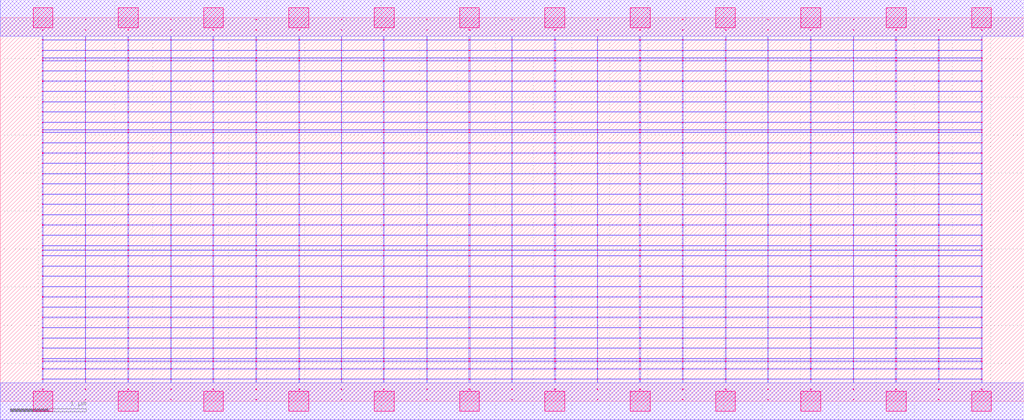
<source format=lef>
MACRO OOAOOAI22121_DEBUG
 CLASS CORE ;
 FOREIGN OOAOOAI22121_DEBUG 0 0 ;
 SIZE 13.44 BY 5.04 ;
 ORIGIN 0 0 ;
 SYMMETRY X Y R90 ;
 SITE unit ;

 OBS
    LAYER polycont ;
     RECT 6.71600000 2.58300000 6.72400000 2.59100000 ;
     RECT 6.71600000 2.71800000 6.72400000 2.72600000 ;
     RECT 6.71600000 2.85300000 6.72400000 2.86100000 ;
     RECT 6.71600000 2.98800000 6.72400000 2.99600000 ;
     RECT 8.95600000 2.58300000 8.96400000 2.59100000 ;
     RECT 9.51600000 2.58300000 9.52900000 2.59100000 ;
     RECT 10.07600000 2.58300000 10.08400000 2.59100000 ;
     RECT 10.63100000 2.58300000 10.64400000 2.59100000 ;
     RECT 11.19600000 2.58300000 11.20400000 2.59100000 ;
     RECT 11.75100000 2.58300000 11.76900000 2.59100000 ;
     RECT 12.31600000 2.58300000 12.32400000 2.59100000 ;
     RECT 12.87600000 2.58300000 12.88900000 2.59100000 ;
     RECT 7.27100000 2.58300000 7.28900000 2.59100000 ;
     RECT 7.27100000 2.71800000 7.28900000 2.72600000 ;
     RECT 7.83600000 2.71800000 7.84400000 2.72600000 ;
     RECT 8.39100000 2.71800000 8.40900000 2.72600000 ;
     RECT 8.95600000 2.71800000 8.96400000 2.72600000 ;
     RECT 9.51600000 2.71800000 9.52900000 2.72600000 ;
     RECT 10.07600000 2.71800000 10.08400000 2.72600000 ;
     RECT 10.63100000 2.71800000 10.64400000 2.72600000 ;
     RECT 11.19600000 2.71800000 11.20400000 2.72600000 ;
     RECT 11.75100000 2.71800000 11.76900000 2.72600000 ;
     RECT 12.31600000 2.71800000 12.32400000 2.72600000 ;
     RECT 12.87600000 2.71800000 12.88900000 2.72600000 ;
     RECT 7.83600000 2.58300000 7.84400000 2.59100000 ;
     RECT 7.27100000 2.85300000 7.28900000 2.86100000 ;
     RECT 7.83600000 2.85300000 7.84400000 2.86100000 ;
     RECT 8.39100000 2.85300000 8.40900000 2.86100000 ;
     RECT 8.95600000 2.85300000 8.96400000 2.86100000 ;
     RECT 9.51600000 2.85300000 9.52900000 2.86100000 ;
     RECT 10.07600000 2.85300000 10.08400000 2.86100000 ;
     RECT 10.63100000 2.85300000 10.64400000 2.86100000 ;
     RECT 11.19600000 2.85300000 11.20400000 2.86100000 ;
     RECT 11.75100000 2.85300000 11.76900000 2.86100000 ;
     RECT 12.31600000 2.85300000 12.32400000 2.86100000 ;
     RECT 12.87600000 2.85300000 12.88900000 2.86100000 ;
     RECT 8.39100000 2.58300000 8.40900000 2.59100000 ;
     RECT 7.27100000 2.98800000 7.28900000 2.99600000 ;
     RECT 7.83600000 2.98800000 7.84400000 2.99600000 ;
     RECT 8.39100000 2.98800000 8.40900000 2.99600000 ;
     RECT 8.95600000 2.98800000 8.96400000 2.99600000 ;
     RECT 9.51600000 2.98800000 9.52900000 2.99600000 ;
     RECT 10.07600000 2.98800000 10.08400000 2.99600000 ;
     RECT 10.63100000 2.98800000 10.64400000 2.99600000 ;
     RECT 11.19600000 2.98800000 11.20400000 2.99600000 ;
     RECT 11.75100000 2.98800000 11.76900000 2.99600000 ;
     RECT 12.31600000 2.98800000 12.32400000 2.99600000 ;
     RECT 12.87600000 2.98800000 12.88900000 2.99600000 ;
     RECT 10.07600000 3.12300000 10.08400000 3.13100000 ;
     RECT 10.07600000 3.25800000 10.08400000 3.26600000 ;
     RECT 10.07600000 3.39300000 10.08400000 3.40100000 ;
     RECT 10.07600000 3.52800000 10.08400000 3.53600000 ;
     RECT 10.07600000 3.56100000 10.08400000 3.56900000 ;
     RECT 10.07600000 3.66300000 10.08400000 3.67100000 ;
     RECT 10.07600000 3.79800000 10.08400000 3.80600000 ;
     RECT 10.07600000 3.93300000 10.08400000 3.94100000 ;
     RECT 10.07600000 4.06800000 10.08400000 4.07600000 ;
     RECT 10.07600000 4.20300000 10.08400000 4.21100000 ;
     RECT 10.07600000 4.33800000 10.08400000 4.34600000 ;
     RECT 10.07600000 4.47300000 10.08400000 4.48100000 ;
     RECT 10.07600000 4.51100000 10.08400000 4.51900000 ;
     RECT 10.07600000 4.60800000 10.08400000 4.61600000 ;
     RECT 10.07600000 4.74300000 10.08400000 4.75100000 ;
     RECT 10.07600000 4.87800000 10.08400000 4.88600000 ;
     RECT 5.03100000 2.71800000 5.04400000 2.72600000 ;
     RECT 5.59600000 2.71800000 5.60400000 2.72600000 ;
     RECT 6.15100000 2.71800000 6.16900000 2.72600000 ;
     RECT 1.11600000 2.58300000 1.12400000 2.59100000 ;
     RECT 1.67600000 2.58300000 1.68900000 2.59100000 ;
     RECT 0.55100000 2.98800000 0.56400000 2.99600000 ;
     RECT 1.11600000 2.98800000 1.12400000 2.99600000 ;
     RECT 1.67600000 2.98800000 1.68900000 2.99600000 ;
     RECT 2.23600000 2.98800000 2.24400000 2.99600000 ;
     RECT 2.79100000 2.98800000 2.80400000 2.99600000 ;
     RECT 3.35600000 2.98800000 3.36400000 2.99600000 ;
     RECT 3.91600000 2.98800000 3.92900000 2.99600000 ;
     RECT 4.47600000 2.98800000 4.48400000 2.99600000 ;
     RECT 5.03100000 2.98800000 5.04400000 2.99600000 ;
     RECT 5.59600000 2.98800000 5.60400000 2.99600000 ;
     RECT 6.15100000 2.98800000 6.16900000 2.99600000 ;
     RECT 2.23600000 2.58300000 2.24400000 2.59100000 ;
     RECT 2.79100000 2.58300000 2.80400000 2.59100000 ;
     RECT 3.35600000 2.58300000 3.36400000 2.59100000 ;
     RECT 3.91600000 2.58300000 3.92900000 2.59100000 ;
     RECT 4.47600000 2.58300000 4.48400000 2.59100000 ;
     RECT 5.03100000 2.58300000 5.04400000 2.59100000 ;
     RECT 5.59600000 2.58300000 5.60400000 2.59100000 ;
     RECT 6.15100000 2.58300000 6.16900000 2.59100000 ;
     RECT 0.55100000 2.58300000 0.56400000 2.59100000 ;
     RECT 0.55100000 2.71800000 0.56400000 2.72600000 ;
     RECT 0.55100000 2.85300000 0.56400000 2.86100000 ;
     RECT 1.11600000 2.85300000 1.12400000 2.86100000 ;
     RECT 2.23600000 3.12300000 2.24400000 3.13100000 ;
     RECT 4.47600000 3.12300000 4.48400000 3.13100000 ;
     RECT 1.67600000 2.85300000 1.68900000 2.86100000 ;
     RECT 2.23600000 3.25800000 2.24400000 3.26600000 ;
     RECT 4.47600000 3.25800000 4.48400000 3.26600000 ;
     RECT 2.23600000 2.85300000 2.24400000 2.86100000 ;
     RECT 2.23600000 3.39300000 2.24400000 3.40100000 ;
     RECT 4.47600000 3.39300000 4.48400000 3.40100000 ;
     RECT 2.79100000 2.85300000 2.80400000 2.86100000 ;
     RECT 2.23600000 3.52800000 2.24400000 3.53600000 ;
     RECT 4.47600000 3.52800000 4.48400000 3.53600000 ;
     RECT 3.35600000 2.85300000 3.36400000 2.86100000 ;
     RECT 2.23600000 3.56100000 2.24400000 3.56900000 ;
     RECT 4.47600000 3.56100000 4.48400000 3.56900000 ;
     RECT 3.91600000 2.85300000 3.92900000 2.86100000 ;
     RECT 2.23600000 3.66300000 2.24400000 3.67100000 ;
     RECT 4.47600000 3.66300000 4.48400000 3.67100000 ;
     RECT 4.47600000 2.85300000 4.48400000 2.86100000 ;
     RECT 2.23600000 3.79800000 2.24400000 3.80600000 ;
     RECT 4.47600000 3.79800000 4.48400000 3.80600000 ;
     RECT 5.03100000 2.85300000 5.04400000 2.86100000 ;
     RECT 2.23600000 3.93300000 2.24400000 3.94100000 ;
     RECT 4.47600000 3.93300000 4.48400000 3.94100000 ;
     RECT 5.59600000 2.85300000 5.60400000 2.86100000 ;
     RECT 2.23600000 4.06800000 2.24400000 4.07600000 ;
     RECT 4.47600000 4.06800000 4.48400000 4.07600000 ;
     RECT 6.15100000 2.85300000 6.16900000 2.86100000 ;
     RECT 2.23600000 4.20300000 2.24400000 4.21100000 ;
     RECT 4.47600000 4.20300000 4.48400000 4.21100000 ;
     RECT 1.11600000 2.71800000 1.12400000 2.72600000 ;
     RECT 2.23600000 4.33800000 2.24400000 4.34600000 ;
     RECT 4.47600000 4.33800000 4.48400000 4.34600000 ;
     RECT 1.67600000 2.71800000 1.68900000 2.72600000 ;
     RECT 2.23600000 4.47300000 2.24400000 4.48100000 ;
     RECT 4.47600000 4.47300000 4.48400000 4.48100000 ;
     RECT 2.23600000 2.71800000 2.24400000 2.72600000 ;
     RECT 2.23600000 4.51100000 2.24400000 4.51900000 ;
     RECT 4.47600000 4.51100000 4.48400000 4.51900000 ;
     RECT 2.79100000 2.71800000 2.80400000 2.72600000 ;
     RECT 2.23600000 4.60800000 2.24400000 4.61600000 ;
     RECT 4.47600000 4.60800000 4.48400000 4.61600000 ;
     RECT 3.35600000 2.71800000 3.36400000 2.72600000 ;
     RECT 2.23600000 4.74300000 2.24400000 4.75100000 ;
     RECT 4.47600000 4.74300000 4.48400000 4.75100000 ;
     RECT 3.91600000 2.71800000 3.92900000 2.72600000 ;
     RECT 2.23600000 4.87800000 2.24400000 4.88600000 ;
     RECT 4.47600000 4.87800000 4.48400000 4.88600000 ;
     RECT 4.47600000 2.71800000 4.48400000 2.72600000 ;
     RECT 2.23600000 0.15300000 2.24400000 0.16100000 ;
     RECT 2.23600000 0.28800000 2.24400000 0.29600000 ;
     RECT 2.23600000 0.42300000 2.24400000 0.43100000 ;
     RECT 2.23600000 0.52100000 2.24400000 0.52900000 ;
     RECT 2.23600000 0.55800000 2.24400000 0.56600000 ;
     RECT 2.23600000 0.69300000 2.24400000 0.70100000 ;
     RECT 2.23600000 0.82800000 2.24400000 0.83600000 ;
     RECT 2.23600000 0.96300000 2.24400000 0.97100000 ;
     RECT 2.23600000 1.09800000 2.24400000 1.10600000 ;
     RECT 2.23600000 1.23300000 2.24400000 1.24100000 ;
     RECT 2.23600000 1.36800000 2.24400000 1.37600000 ;
     RECT 2.23600000 1.50300000 2.24400000 1.51100000 ;
     RECT 2.23600000 1.63800000 2.24400000 1.64600000 ;
     RECT 2.23600000 1.77300000 2.24400000 1.78100000 ;
     RECT 2.23600000 1.90800000 2.24400000 1.91600000 ;
     RECT 2.23600000 1.98100000 2.24400000 1.98900000 ;
     RECT 2.23600000 2.04300000 2.24400000 2.05100000 ;
     RECT 2.23600000 2.17800000 2.24400000 2.18600000 ;
     RECT 2.23600000 2.31300000 2.24400000 2.32100000 ;
     RECT 2.23600000 2.44800000 2.24400000 2.45600000 ;
     RECT 11.19600000 0.52100000 11.20400000 0.52900000 ;
     RECT 11.19600000 2.04300000 11.20400000 2.05100000 ;
     RECT 11.75100000 2.04300000 11.76900000 2.05100000 ;
     RECT 12.31600000 2.04300000 12.32400000 2.05100000 ;
     RECT 12.87600000 2.04300000 12.88900000 2.05100000 ;
     RECT 11.75100000 0.52100000 11.76900000 0.52900000 ;
     RECT 11.19600000 2.17800000 11.20400000 2.18600000 ;
     RECT 11.75100000 2.17800000 11.76900000 2.18600000 ;
     RECT 12.31600000 2.17800000 12.32400000 2.18600000 ;
     RECT 12.87600000 2.17800000 12.88900000 2.18600000 ;
     RECT 12.31600000 0.52100000 12.32400000 0.52900000 ;
     RECT 11.19600000 2.31300000 11.20400000 2.32100000 ;
     RECT 11.75100000 2.31300000 11.76900000 2.32100000 ;
     RECT 12.31600000 2.31300000 12.32400000 2.32100000 ;
     RECT 12.87600000 2.31300000 12.88900000 2.32100000 ;
     RECT 12.87600000 0.52100000 12.88900000 0.52900000 ;
     RECT 11.19600000 2.44800000 11.20400000 2.45600000 ;
     RECT 11.75100000 2.44800000 11.76900000 2.45600000 ;
     RECT 12.31600000 2.44800000 12.32400000 2.45600000 ;
     RECT 12.87600000 2.44800000 12.88900000 2.45600000 ;
     RECT 12.87600000 0.15300000 12.88900000 0.16100000 ;
     RECT 11.19600000 0.55800000 11.20400000 0.56600000 ;
     RECT 11.75100000 0.55800000 11.76900000 0.56600000 ;
     RECT 12.31600000 0.55800000 12.32400000 0.56600000 ;
     RECT 12.87600000 0.55800000 12.88900000 0.56600000 ;
     RECT 11.19600000 0.15300000 11.20400000 0.16100000 ;
     RECT 11.19600000 0.69300000 11.20400000 0.70100000 ;
     RECT 11.75100000 0.69300000 11.76900000 0.70100000 ;
     RECT 12.31600000 0.69300000 12.32400000 0.70100000 ;
     RECT 12.87600000 0.69300000 12.88900000 0.70100000 ;
     RECT 11.19600000 0.28800000 11.20400000 0.29600000 ;
     RECT 11.19600000 0.82800000 11.20400000 0.83600000 ;
     RECT 11.75100000 0.82800000 11.76900000 0.83600000 ;
     RECT 12.31600000 0.82800000 12.32400000 0.83600000 ;
     RECT 12.87600000 0.82800000 12.88900000 0.83600000 ;
     RECT 11.75100000 0.28800000 11.76900000 0.29600000 ;
     RECT 11.19600000 0.96300000 11.20400000 0.97100000 ;
     RECT 11.75100000 0.96300000 11.76900000 0.97100000 ;
     RECT 12.31600000 0.96300000 12.32400000 0.97100000 ;
     RECT 12.87600000 0.96300000 12.88900000 0.97100000 ;
     RECT 12.31600000 0.28800000 12.32400000 0.29600000 ;
     RECT 11.19600000 1.09800000 11.20400000 1.10600000 ;
     RECT 11.75100000 1.09800000 11.76900000 1.10600000 ;
     RECT 12.31600000 1.09800000 12.32400000 1.10600000 ;
     RECT 12.87600000 1.09800000 12.88900000 1.10600000 ;
     RECT 12.87600000 0.28800000 12.88900000 0.29600000 ;
     RECT 11.19600000 1.23300000 11.20400000 1.24100000 ;
     RECT 11.75100000 1.23300000 11.76900000 1.24100000 ;
     RECT 12.31600000 1.23300000 12.32400000 1.24100000 ;
     RECT 12.87600000 1.23300000 12.88900000 1.24100000 ;
     RECT 11.75100000 0.15300000 11.76900000 0.16100000 ;
     RECT 11.19600000 1.36800000 11.20400000 1.37600000 ;
     RECT 11.75100000 1.36800000 11.76900000 1.37600000 ;
     RECT 12.31600000 1.36800000 12.32400000 1.37600000 ;
     RECT 12.87600000 1.36800000 12.88900000 1.37600000 ;
     RECT 11.19600000 0.42300000 11.20400000 0.43100000 ;
     RECT 11.19600000 1.50300000 11.20400000 1.51100000 ;
     RECT 11.75100000 1.50300000 11.76900000 1.51100000 ;
     RECT 12.31600000 1.50300000 12.32400000 1.51100000 ;
     RECT 12.87600000 1.50300000 12.88900000 1.51100000 ;
     RECT 11.75100000 0.42300000 11.76900000 0.43100000 ;
     RECT 11.19600000 1.63800000 11.20400000 1.64600000 ;
     RECT 11.75100000 1.63800000 11.76900000 1.64600000 ;
     RECT 12.31600000 1.63800000 12.32400000 1.64600000 ;
     RECT 12.87600000 1.63800000 12.88900000 1.64600000 ;
     RECT 12.31600000 0.42300000 12.32400000 0.43100000 ;
     RECT 11.19600000 1.77300000 11.20400000 1.78100000 ;
     RECT 11.75100000 1.77300000 11.76900000 1.78100000 ;
     RECT 12.31600000 1.77300000 12.32400000 1.78100000 ;
     RECT 12.87600000 1.77300000 12.88900000 1.78100000 ;
     RECT 12.87600000 0.42300000 12.88900000 0.43100000 ;
     RECT 11.19600000 1.90800000 11.20400000 1.91600000 ;
     RECT 11.75100000 1.90800000 11.76900000 1.91600000 ;
     RECT 12.31600000 1.90800000 12.32400000 1.91600000 ;
     RECT 12.87600000 1.90800000 12.88900000 1.91600000 ;
     RECT 12.31600000 0.15300000 12.32400000 0.16100000 ;
     RECT 11.19600000 1.98100000 11.20400000 1.98900000 ;
     RECT 11.75100000 1.98100000 11.76900000 1.98900000 ;
     RECT 12.31600000 1.98100000 12.32400000 1.98900000 ;
     RECT 12.87600000 1.98100000 12.88900000 1.98900000 ;

    LAYER pdiffc ;
     RECT 0.55100000 3.39300000 0.55900000 3.40100000 ;
     RECT 1.68100000 3.39300000 1.68900000 3.40100000 ;
     RECT 2.79100000 3.39300000 2.79900000 3.40100000 ;
     RECT 3.92100000 3.39300000 3.92900000 3.40100000 ;
     RECT 5.03100000 3.39300000 5.03900000 3.40100000 ;
     RECT 9.52100000 3.39300000 9.52900000 3.40100000 ;
     RECT 10.63100000 3.39300000 10.63900000 3.40100000 ;
     RECT 12.88100000 3.39300000 12.88900000 3.40100000 ;
     RECT 0.55100000 3.52800000 0.55900000 3.53600000 ;
     RECT 1.68100000 3.52800000 1.68900000 3.53600000 ;
     RECT 2.79100000 3.52800000 2.79900000 3.53600000 ;
     RECT 3.92100000 3.52800000 3.92900000 3.53600000 ;
     RECT 5.03100000 3.52800000 5.03900000 3.53600000 ;
     RECT 9.52100000 3.52800000 9.52900000 3.53600000 ;
     RECT 10.63100000 3.52800000 10.63900000 3.53600000 ;
     RECT 12.88100000 3.52800000 12.88900000 3.53600000 ;
     RECT 0.55100000 3.56100000 0.55900000 3.56900000 ;
     RECT 1.68100000 3.56100000 1.68900000 3.56900000 ;
     RECT 2.79100000 3.56100000 2.79900000 3.56900000 ;
     RECT 3.92100000 3.56100000 3.92900000 3.56900000 ;
     RECT 5.03100000 3.56100000 5.03900000 3.56900000 ;
     RECT 9.52100000 3.56100000 9.52900000 3.56900000 ;
     RECT 10.63100000 3.56100000 10.63900000 3.56900000 ;
     RECT 12.88100000 3.56100000 12.88900000 3.56900000 ;
     RECT 0.55100000 3.66300000 0.55900000 3.67100000 ;
     RECT 1.68100000 3.66300000 1.68900000 3.67100000 ;
     RECT 2.79100000 3.66300000 2.79900000 3.67100000 ;
     RECT 3.92100000 3.66300000 3.92900000 3.67100000 ;
     RECT 5.03100000 3.66300000 5.03900000 3.67100000 ;
     RECT 9.52100000 3.66300000 9.52900000 3.67100000 ;
     RECT 10.63100000 3.66300000 10.63900000 3.67100000 ;
     RECT 12.88100000 3.66300000 12.88900000 3.67100000 ;
     RECT 0.55100000 3.79800000 0.55900000 3.80600000 ;
     RECT 1.68100000 3.79800000 1.68900000 3.80600000 ;
     RECT 2.79100000 3.79800000 2.79900000 3.80600000 ;
     RECT 3.92100000 3.79800000 3.92900000 3.80600000 ;
     RECT 5.03100000 3.79800000 5.03900000 3.80600000 ;
     RECT 9.52100000 3.79800000 9.52900000 3.80600000 ;
     RECT 10.63100000 3.79800000 10.63900000 3.80600000 ;
     RECT 12.88100000 3.79800000 12.88900000 3.80600000 ;
     RECT 0.55100000 3.93300000 0.55900000 3.94100000 ;
     RECT 1.68100000 3.93300000 1.68900000 3.94100000 ;
     RECT 2.79100000 3.93300000 2.79900000 3.94100000 ;
     RECT 3.92100000 3.93300000 3.92900000 3.94100000 ;
     RECT 5.03100000 3.93300000 5.03900000 3.94100000 ;
     RECT 9.52100000 3.93300000 9.52900000 3.94100000 ;
     RECT 10.63100000 3.93300000 10.63900000 3.94100000 ;
     RECT 12.88100000 3.93300000 12.88900000 3.94100000 ;
     RECT 0.55100000 4.06800000 0.55900000 4.07600000 ;
     RECT 1.68100000 4.06800000 1.68900000 4.07600000 ;
     RECT 2.79100000 4.06800000 2.79900000 4.07600000 ;
     RECT 3.92100000 4.06800000 3.92900000 4.07600000 ;
     RECT 5.03100000 4.06800000 5.03900000 4.07600000 ;
     RECT 9.52100000 4.06800000 9.52900000 4.07600000 ;
     RECT 10.63100000 4.06800000 10.63900000 4.07600000 ;
     RECT 12.88100000 4.06800000 12.88900000 4.07600000 ;
     RECT 0.55100000 4.20300000 0.55900000 4.21100000 ;
     RECT 1.68100000 4.20300000 1.68900000 4.21100000 ;
     RECT 2.79100000 4.20300000 2.79900000 4.21100000 ;
     RECT 3.92100000 4.20300000 3.92900000 4.21100000 ;
     RECT 5.03100000 4.20300000 5.03900000 4.21100000 ;
     RECT 9.52100000 4.20300000 9.52900000 4.21100000 ;
     RECT 10.63100000 4.20300000 10.63900000 4.21100000 ;
     RECT 12.88100000 4.20300000 12.88900000 4.21100000 ;
     RECT 0.55100000 4.33800000 0.55900000 4.34600000 ;
     RECT 1.68100000 4.33800000 1.68900000 4.34600000 ;
     RECT 2.79100000 4.33800000 2.79900000 4.34600000 ;
     RECT 3.92100000 4.33800000 3.92900000 4.34600000 ;
     RECT 5.03100000 4.33800000 5.03900000 4.34600000 ;
     RECT 9.52100000 4.33800000 9.52900000 4.34600000 ;
     RECT 10.63100000 4.33800000 10.63900000 4.34600000 ;
     RECT 12.88100000 4.33800000 12.88900000 4.34600000 ;
     RECT 0.55100000 4.47300000 0.55900000 4.48100000 ;
     RECT 1.68100000 4.47300000 1.68900000 4.48100000 ;
     RECT 2.79100000 4.47300000 2.79900000 4.48100000 ;
     RECT 3.92100000 4.47300000 3.92900000 4.48100000 ;
     RECT 5.03100000 4.47300000 5.03900000 4.48100000 ;
     RECT 9.52100000 4.47300000 9.52900000 4.48100000 ;
     RECT 10.63100000 4.47300000 10.63900000 4.48100000 ;
     RECT 12.88100000 4.47300000 12.88900000 4.48100000 ;
     RECT 0.55100000 4.51100000 0.55900000 4.51900000 ;
     RECT 1.68100000 4.51100000 1.68900000 4.51900000 ;
     RECT 2.79100000 4.51100000 2.79900000 4.51900000 ;
     RECT 3.92100000 4.51100000 3.92900000 4.51900000 ;
     RECT 5.03100000 4.51100000 5.03900000 4.51900000 ;
     RECT 9.52100000 4.51100000 9.52900000 4.51900000 ;
     RECT 10.63100000 4.51100000 10.63900000 4.51900000 ;
     RECT 12.88100000 4.51100000 12.88900000 4.51900000 ;
     RECT 0.55100000 4.60800000 0.55900000 4.61600000 ;
     RECT 1.68100000 4.60800000 1.68900000 4.61600000 ;
     RECT 2.79100000 4.60800000 2.79900000 4.61600000 ;
     RECT 3.92100000 4.60800000 3.92900000 4.61600000 ;
     RECT 5.03100000 4.60800000 5.03900000 4.61600000 ;
     RECT 9.52100000 4.60800000 9.52900000 4.61600000 ;
     RECT 10.63100000 4.60800000 10.63900000 4.61600000 ;
     RECT 12.88100000 4.60800000 12.88900000 4.61600000 ;

    LAYER ndiffc ;
     RECT 6.15100000 0.42300000 6.16900000 0.43100000 ;
     RECT 7.27100000 0.42300000 7.28900000 0.43100000 ;
     RECT 8.39100000 0.42300000 8.40900000 0.43100000 ;
     RECT 9.51600000 0.42300000 9.52900000 0.43100000 ;
     RECT 10.63100000 0.42300000 10.64400000 0.43100000 ;
     RECT 6.15100000 0.52100000 6.16900000 0.52900000 ;
     RECT 7.27100000 0.52100000 7.28900000 0.52900000 ;
     RECT 8.39100000 0.52100000 8.40900000 0.52900000 ;
     RECT 9.51600000 0.52100000 9.52900000 0.52900000 ;
     RECT 10.63100000 0.52100000 10.64400000 0.52900000 ;
     RECT 6.15100000 0.55800000 6.16900000 0.56600000 ;
     RECT 7.27100000 0.55800000 7.28900000 0.56600000 ;
     RECT 8.39100000 0.55800000 8.40900000 0.56600000 ;
     RECT 9.51600000 0.55800000 9.52900000 0.56600000 ;
     RECT 10.63100000 0.55800000 10.64400000 0.56600000 ;
     RECT 6.15100000 0.69300000 6.16900000 0.70100000 ;
     RECT 7.27100000 0.69300000 7.28900000 0.70100000 ;
     RECT 8.39100000 0.69300000 8.40900000 0.70100000 ;
     RECT 9.51600000 0.69300000 9.52900000 0.70100000 ;
     RECT 10.63100000 0.69300000 10.64400000 0.70100000 ;
     RECT 6.15100000 0.82800000 6.16900000 0.83600000 ;
     RECT 7.27100000 0.82800000 7.28900000 0.83600000 ;
     RECT 8.39100000 0.82800000 8.40900000 0.83600000 ;
     RECT 9.51600000 0.82800000 9.52900000 0.83600000 ;
     RECT 10.63100000 0.82800000 10.64400000 0.83600000 ;
     RECT 6.15100000 0.96300000 6.16900000 0.97100000 ;
     RECT 7.27100000 0.96300000 7.28900000 0.97100000 ;
     RECT 8.39100000 0.96300000 8.40900000 0.97100000 ;
     RECT 9.51600000 0.96300000 9.52900000 0.97100000 ;
     RECT 10.63100000 0.96300000 10.64400000 0.97100000 ;
     RECT 6.15100000 1.09800000 6.16900000 1.10600000 ;
     RECT 7.27100000 1.09800000 7.28900000 1.10600000 ;
     RECT 8.39100000 1.09800000 8.40900000 1.10600000 ;
     RECT 9.51600000 1.09800000 9.52900000 1.10600000 ;
     RECT 10.63100000 1.09800000 10.64400000 1.10600000 ;
     RECT 6.15100000 1.23300000 6.16900000 1.24100000 ;
     RECT 7.27100000 1.23300000 7.28900000 1.24100000 ;
     RECT 8.39100000 1.23300000 8.40900000 1.24100000 ;
     RECT 9.51600000 1.23300000 9.52900000 1.24100000 ;
     RECT 10.63100000 1.23300000 10.64400000 1.24100000 ;
     RECT 6.15100000 1.36800000 6.16900000 1.37600000 ;
     RECT 7.27100000 1.36800000 7.28900000 1.37600000 ;
     RECT 8.39100000 1.36800000 8.40900000 1.37600000 ;
     RECT 9.51600000 1.36800000 9.52900000 1.37600000 ;
     RECT 10.63100000 1.36800000 10.64400000 1.37600000 ;
     RECT 6.15100000 1.50300000 6.16900000 1.51100000 ;
     RECT 7.27100000 1.50300000 7.28900000 1.51100000 ;
     RECT 8.39100000 1.50300000 8.40900000 1.51100000 ;
     RECT 9.51600000 1.50300000 9.52900000 1.51100000 ;
     RECT 10.63100000 1.50300000 10.64400000 1.51100000 ;
     RECT 6.15100000 1.63800000 6.16900000 1.64600000 ;
     RECT 7.27100000 1.63800000 7.28900000 1.64600000 ;
     RECT 8.39100000 1.63800000 8.40900000 1.64600000 ;
     RECT 9.51600000 1.63800000 9.52900000 1.64600000 ;
     RECT 10.63100000 1.63800000 10.64400000 1.64600000 ;
     RECT 6.15100000 1.77300000 6.16900000 1.78100000 ;
     RECT 7.27100000 1.77300000 7.28900000 1.78100000 ;
     RECT 8.39100000 1.77300000 8.40900000 1.78100000 ;
     RECT 9.51600000 1.77300000 9.52900000 1.78100000 ;
     RECT 10.63100000 1.77300000 10.64400000 1.78100000 ;
     RECT 6.15100000 1.90800000 6.16900000 1.91600000 ;
     RECT 7.27100000 1.90800000 7.28900000 1.91600000 ;
     RECT 8.39100000 1.90800000 8.40900000 1.91600000 ;
     RECT 9.51600000 1.90800000 9.52900000 1.91600000 ;
     RECT 10.63100000 1.90800000 10.64400000 1.91600000 ;
     RECT 6.15100000 1.98100000 6.16900000 1.98900000 ;
     RECT 7.27100000 1.98100000 7.28900000 1.98900000 ;
     RECT 8.39100000 1.98100000 8.40900000 1.98900000 ;
     RECT 9.51600000 1.98100000 9.52900000 1.98900000 ;
     RECT 10.63100000 1.98100000 10.64400000 1.98900000 ;
     RECT 6.15100000 2.04300000 6.16900000 2.05100000 ;
     RECT 7.27100000 2.04300000 7.28900000 2.05100000 ;
     RECT 8.39100000 2.04300000 8.40900000 2.05100000 ;
     RECT 9.51600000 2.04300000 9.52900000 2.05100000 ;
     RECT 10.63100000 2.04300000 10.64400000 2.05100000 ;
     RECT 0.55100000 0.42300000 0.56400000 0.43100000 ;
     RECT 1.67600000 0.42300000 1.68900000 0.43100000 ;
     RECT 2.79100000 0.42300000 2.80400000 0.43100000 ;
     RECT 3.91600000 0.42300000 3.92900000 0.43100000 ;
     RECT 5.03100000 0.42300000 5.04400000 0.43100000 ;
     RECT 0.55100000 1.36800000 0.56400000 1.37600000 ;
     RECT 1.67600000 1.36800000 1.68900000 1.37600000 ;
     RECT 2.79100000 1.36800000 2.80400000 1.37600000 ;
     RECT 3.91600000 1.36800000 3.92900000 1.37600000 ;
     RECT 5.03100000 1.36800000 5.04400000 1.37600000 ;
     RECT 0.55100000 0.82800000 0.56400000 0.83600000 ;
     RECT 1.67600000 0.82800000 1.68900000 0.83600000 ;
     RECT 2.79100000 0.82800000 2.80400000 0.83600000 ;
     RECT 3.91600000 0.82800000 3.92900000 0.83600000 ;
     RECT 5.03100000 0.82800000 5.04400000 0.83600000 ;
     RECT 0.55100000 1.50300000 0.56400000 1.51100000 ;
     RECT 1.67600000 1.50300000 1.68900000 1.51100000 ;
     RECT 2.79100000 1.50300000 2.80400000 1.51100000 ;
     RECT 3.91600000 1.50300000 3.92900000 1.51100000 ;
     RECT 5.03100000 1.50300000 5.04400000 1.51100000 ;
     RECT 0.55100000 0.55800000 0.56400000 0.56600000 ;
     RECT 1.67600000 0.55800000 1.68900000 0.56600000 ;
     RECT 2.79100000 0.55800000 2.80400000 0.56600000 ;
     RECT 3.91600000 0.55800000 3.92900000 0.56600000 ;
     RECT 5.03100000 0.55800000 5.04400000 0.56600000 ;
     RECT 0.55100000 1.63800000 0.56400000 1.64600000 ;
     RECT 1.67600000 1.63800000 1.68900000 1.64600000 ;
     RECT 2.79100000 1.63800000 2.80400000 1.64600000 ;
     RECT 3.91600000 1.63800000 3.92900000 1.64600000 ;
     RECT 5.03100000 1.63800000 5.04400000 1.64600000 ;
     RECT 0.55100000 0.96300000 0.56400000 0.97100000 ;
     RECT 1.67600000 0.96300000 1.68900000 0.97100000 ;
     RECT 2.79100000 0.96300000 2.80400000 0.97100000 ;
     RECT 3.91600000 0.96300000 3.92900000 0.97100000 ;
     RECT 5.03100000 0.96300000 5.04400000 0.97100000 ;
     RECT 0.55100000 1.77300000 0.56400000 1.78100000 ;
     RECT 1.67600000 1.77300000 1.68900000 1.78100000 ;
     RECT 2.79100000 1.77300000 2.80400000 1.78100000 ;
     RECT 3.91600000 1.77300000 3.92900000 1.78100000 ;
     RECT 5.03100000 1.77300000 5.04400000 1.78100000 ;
     RECT 0.55100000 0.52100000 0.56400000 0.52900000 ;
     RECT 1.67600000 0.52100000 1.68900000 0.52900000 ;
     RECT 2.79100000 0.52100000 2.80400000 0.52900000 ;
     RECT 3.91600000 0.52100000 3.92900000 0.52900000 ;
     RECT 5.03100000 0.52100000 5.04400000 0.52900000 ;
     RECT 0.55100000 1.90800000 0.56400000 1.91600000 ;
     RECT 1.67600000 1.90800000 1.68900000 1.91600000 ;
     RECT 2.79100000 1.90800000 2.80400000 1.91600000 ;
     RECT 3.91600000 1.90800000 3.92900000 1.91600000 ;
     RECT 5.03100000 1.90800000 5.04400000 1.91600000 ;
     RECT 0.55100000 1.09800000 0.56400000 1.10600000 ;
     RECT 1.67600000 1.09800000 1.68900000 1.10600000 ;
     RECT 2.79100000 1.09800000 2.80400000 1.10600000 ;
     RECT 3.91600000 1.09800000 3.92900000 1.10600000 ;
     RECT 5.03100000 1.09800000 5.04400000 1.10600000 ;
     RECT 0.55100000 1.98100000 0.56400000 1.98900000 ;
     RECT 1.67600000 1.98100000 1.68900000 1.98900000 ;
     RECT 2.79100000 1.98100000 2.80400000 1.98900000 ;
     RECT 3.91600000 1.98100000 3.92900000 1.98900000 ;
     RECT 5.03100000 1.98100000 5.04400000 1.98900000 ;
     RECT 0.55100000 0.69300000 0.56400000 0.70100000 ;
     RECT 1.67600000 0.69300000 1.68900000 0.70100000 ;
     RECT 2.79100000 0.69300000 2.80400000 0.70100000 ;
     RECT 3.91600000 0.69300000 3.92900000 0.70100000 ;
     RECT 5.03100000 0.69300000 5.04400000 0.70100000 ;
     RECT 0.55100000 2.04300000 0.56400000 2.05100000 ;
     RECT 1.67600000 2.04300000 1.68900000 2.05100000 ;
     RECT 2.79100000 2.04300000 2.80400000 2.05100000 ;
     RECT 3.91600000 2.04300000 3.92900000 2.05100000 ;
     RECT 5.03100000 2.04300000 5.04400000 2.05100000 ;
     RECT 0.55100000 1.23300000 0.56400000 1.24100000 ;
     RECT 1.67600000 1.23300000 1.68900000 1.24100000 ;
     RECT 2.79100000 1.23300000 2.80400000 1.24100000 ;
     RECT 3.91600000 1.23300000 3.92900000 1.24100000 ;
     RECT 5.03100000 1.23300000 5.04400000 1.24100000 ;

    LAYER met1 ;
     RECT 0.00000000 -0.24000000 13.44000000 0.24000000 ;
     RECT 6.71600000 0.24000000 6.72400000 0.28800000 ;
     RECT 0.55100000 0.28800000 12.88900000 0.29600000 ;
     RECT 6.71600000 0.29600000 6.72400000 0.42300000 ;
     RECT 0.55100000 0.42300000 12.88900000 0.43100000 ;
     RECT 6.71600000 0.43100000 6.72400000 0.52100000 ;
     RECT 0.55100000 0.52100000 12.88900000 0.52900000 ;
     RECT 6.71600000 0.52900000 6.72400000 0.55800000 ;
     RECT 0.55100000 0.55800000 12.88900000 0.56600000 ;
     RECT 6.71600000 0.56600000 6.72400000 0.69300000 ;
     RECT 0.55100000 0.69300000 12.88900000 0.70100000 ;
     RECT 6.71600000 0.70100000 6.72400000 0.82800000 ;
     RECT 0.55100000 0.82800000 12.88900000 0.83600000 ;
     RECT 6.71600000 0.83600000 6.72400000 0.96300000 ;
     RECT 0.55100000 0.96300000 12.88900000 0.97100000 ;
     RECT 6.71600000 0.97100000 6.72400000 1.09800000 ;
     RECT 0.55100000 1.09800000 12.88900000 1.10600000 ;
     RECT 6.71600000 1.10600000 6.72400000 1.23300000 ;
     RECT 0.55100000 1.23300000 12.88900000 1.24100000 ;
     RECT 6.71600000 1.24100000 6.72400000 1.36800000 ;
     RECT 0.55100000 1.36800000 12.88900000 1.37600000 ;
     RECT 6.71600000 1.37600000 6.72400000 1.50300000 ;
     RECT 0.55100000 1.50300000 12.88900000 1.51100000 ;
     RECT 6.71600000 1.51100000 6.72400000 1.63800000 ;
     RECT 0.55100000 1.63800000 12.88900000 1.64600000 ;
     RECT 6.71600000 1.64600000 6.72400000 1.77300000 ;
     RECT 0.55100000 1.77300000 12.88900000 1.78100000 ;
     RECT 6.71600000 1.78100000 6.72400000 1.90800000 ;
     RECT 0.55100000 1.90800000 12.88900000 1.91600000 ;
     RECT 6.71600000 1.91600000 6.72400000 1.98100000 ;
     RECT 0.55100000 1.98100000 12.88900000 1.98900000 ;
     RECT 6.71600000 1.98900000 6.72400000 2.04300000 ;
     RECT 0.55100000 2.04300000 12.88900000 2.05100000 ;
     RECT 6.71600000 2.05100000 6.72400000 2.17800000 ;
     RECT 0.55100000 2.17800000 12.88900000 2.18600000 ;
     RECT 6.71600000 2.18600000 6.72400000 2.31300000 ;
     RECT 0.55100000 2.31300000 12.88900000 2.32100000 ;
     RECT 6.71600000 2.32100000 6.72400000 2.44800000 ;
     RECT 0.55100000 2.44800000 12.88900000 2.45600000 ;
     RECT 0.55100000 2.45600000 0.56400000 2.58300000 ;
     RECT 1.11600000 2.45600000 1.12400000 2.58300000 ;
     RECT 1.67600000 2.45600000 1.68900000 2.58300000 ;
     RECT 2.23600000 2.45600000 2.24400000 2.58300000 ;
     RECT 2.79100000 2.45600000 2.80400000 2.58300000 ;
     RECT 3.35600000 2.45600000 3.36400000 2.58300000 ;
     RECT 3.91600000 2.45600000 3.92900000 2.58300000 ;
     RECT 4.47600000 2.45600000 4.48400000 2.58300000 ;
     RECT 5.03100000 2.45600000 5.04400000 2.58300000 ;
     RECT 5.59600000 2.45600000 5.60400000 2.58300000 ;
     RECT 6.15100000 2.45600000 6.16900000 2.58300000 ;
     RECT 6.71600000 2.45600000 6.72400000 2.58300000 ;
     RECT 7.27100000 2.45600000 7.28900000 2.58300000 ;
     RECT 7.83600000 2.45600000 7.84400000 2.58300000 ;
     RECT 8.39100000 2.45600000 8.40900000 2.58300000 ;
     RECT 8.95600000 2.45600000 8.96400000 2.58300000 ;
     RECT 9.51600000 2.45600000 9.52900000 2.58300000 ;
     RECT 10.07600000 2.45600000 10.08400000 2.58300000 ;
     RECT 10.63100000 2.45600000 10.64400000 2.58300000 ;
     RECT 11.19600000 2.45600000 11.20400000 2.58300000 ;
     RECT 11.75100000 2.45600000 11.76900000 2.58300000 ;
     RECT 12.31600000 2.45600000 12.32400000 2.58300000 ;
     RECT 12.87600000 2.45600000 12.88900000 2.58300000 ;
     RECT 0.55100000 2.58300000 12.88900000 2.59100000 ;
     RECT 6.71600000 2.59100000 6.72400000 2.71800000 ;
     RECT 0.55100000 2.71800000 12.88900000 2.72600000 ;
     RECT 6.71600000 2.72600000 6.72400000 2.85300000 ;
     RECT 0.55100000 2.85300000 12.88900000 2.86100000 ;
     RECT 6.71600000 2.86100000 6.72400000 2.98800000 ;
     RECT 0.55100000 2.98800000 12.88900000 2.99600000 ;
     RECT 6.71600000 2.99600000 6.72400000 3.12300000 ;
     RECT 0.55100000 3.12300000 12.88900000 3.13100000 ;
     RECT 6.71600000 3.13100000 6.72400000 3.25800000 ;
     RECT 0.55100000 3.25800000 12.88900000 3.26600000 ;
     RECT 6.71600000 3.26600000 6.72400000 3.39300000 ;
     RECT 0.55100000 3.39300000 12.88900000 3.40100000 ;
     RECT 6.71600000 3.40100000 6.72400000 3.52800000 ;
     RECT 0.55100000 3.52800000 12.88900000 3.53600000 ;
     RECT 6.71600000 3.53600000 6.72400000 3.56100000 ;
     RECT 0.55100000 3.56100000 12.88900000 3.56900000 ;
     RECT 6.71600000 3.56900000 6.72400000 3.66300000 ;
     RECT 0.55100000 3.66300000 12.88900000 3.67100000 ;
     RECT 6.71600000 3.67100000 6.72400000 3.79800000 ;
     RECT 0.55100000 3.79800000 12.88900000 3.80600000 ;
     RECT 6.71600000 3.80600000 6.72400000 3.93300000 ;
     RECT 0.55100000 3.93300000 12.88900000 3.94100000 ;
     RECT 6.71600000 3.94100000 6.72400000 4.06800000 ;
     RECT 0.55100000 4.06800000 12.88900000 4.07600000 ;
     RECT 6.71600000 4.07600000 6.72400000 4.20300000 ;
     RECT 0.55100000 4.20300000 12.88900000 4.21100000 ;
     RECT 6.71600000 4.21100000 6.72400000 4.33800000 ;
     RECT 0.55100000 4.33800000 12.88900000 4.34600000 ;
     RECT 6.71600000 4.34600000 6.72400000 4.47300000 ;
     RECT 0.55100000 4.47300000 12.88900000 4.48100000 ;
     RECT 6.71600000 4.48100000 6.72400000 4.51100000 ;
     RECT 0.55100000 4.51100000 12.88900000 4.51900000 ;
     RECT 6.71600000 4.51900000 6.72400000 4.60800000 ;
     RECT 0.55100000 4.60800000 12.88900000 4.61600000 ;
     RECT 6.71600000 4.61600000 6.72400000 4.74300000 ;
     RECT 0.55100000 4.74300000 12.88900000 4.75100000 ;
     RECT 6.71600000 4.75100000 6.72400000 4.80000000 ;
     RECT 0.00000000 4.80000000 13.44000000 5.28000000 ;
     RECT 10.07600000 2.59100000 10.08400000 2.71800000 ;
     RECT 10.07600000 2.99600000 10.08400000 3.12300000 ;
     RECT 10.07600000 3.13100000 10.08400000 3.25800000 ;
     RECT 10.07600000 3.26600000 10.08400000 3.39300000 ;
     RECT 10.07600000 3.40100000 10.08400000 3.52800000 ;
     RECT 10.07600000 3.53600000 10.08400000 3.56100000 ;
     RECT 10.07600000 3.56900000 10.08400000 3.66300000 ;
     RECT 10.07600000 3.67100000 10.08400000 3.79800000 ;
     RECT 10.07600000 2.72600000 10.08400000 2.85300000 ;
     RECT 7.27100000 3.80600000 7.28900000 3.93300000 ;
     RECT 7.83600000 3.80600000 7.84400000 3.93300000 ;
     RECT 8.39100000 3.80600000 8.40900000 3.93300000 ;
     RECT 8.95600000 3.80600000 8.96400000 3.93300000 ;
     RECT 9.51600000 3.80600000 9.52900000 3.93300000 ;
     RECT 10.07600000 3.80600000 10.08400000 3.93300000 ;
     RECT 10.63100000 3.80600000 10.64400000 3.93300000 ;
     RECT 11.19600000 3.80600000 11.20400000 3.93300000 ;
     RECT 11.75100000 3.80600000 11.76900000 3.93300000 ;
     RECT 12.31600000 3.80600000 12.32400000 3.93300000 ;
     RECT 12.87600000 3.80600000 12.88900000 3.93300000 ;
     RECT 10.07600000 3.94100000 10.08400000 4.06800000 ;
     RECT 10.07600000 4.07600000 10.08400000 4.20300000 ;
     RECT 10.07600000 4.21100000 10.08400000 4.33800000 ;
     RECT 10.07600000 4.34600000 10.08400000 4.47300000 ;
     RECT 10.07600000 4.48100000 10.08400000 4.51100000 ;
     RECT 10.07600000 2.86100000 10.08400000 2.98800000 ;
     RECT 10.07600000 4.51900000 10.08400000 4.60800000 ;
     RECT 10.07600000 4.61600000 10.08400000 4.74300000 ;
     RECT 10.07600000 4.75100000 10.08400000 4.80000000 ;
     RECT 11.75100000 4.07600000 11.76900000 4.20300000 ;
     RECT 12.31600000 4.07600000 12.32400000 4.20300000 ;
     RECT 12.87600000 4.07600000 12.88900000 4.20300000 ;
     RECT 11.19600000 3.94100000 11.20400000 4.06800000 ;
     RECT 10.63100000 4.21100000 10.64400000 4.33800000 ;
     RECT 11.19600000 4.21100000 11.20400000 4.33800000 ;
     RECT 11.75100000 4.21100000 11.76900000 4.33800000 ;
     RECT 12.31600000 4.21100000 12.32400000 4.33800000 ;
     RECT 12.87600000 4.21100000 12.88900000 4.33800000 ;
     RECT 11.75100000 3.94100000 11.76900000 4.06800000 ;
     RECT 10.63100000 4.34600000 10.64400000 4.47300000 ;
     RECT 11.19600000 4.34600000 11.20400000 4.47300000 ;
     RECT 11.75100000 4.34600000 11.76900000 4.47300000 ;
     RECT 12.31600000 4.34600000 12.32400000 4.47300000 ;
     RECT 12.87600000 4.34600000 12.88900000 4.47300000 ;
     RECT 12.31600000 3.94100000 12.32400000 4.06800000 ;
     RECT 10.63100000 4.48100000 10.64400000 4.51100000 ;
     RECT 11.19600000 4.48100000 11.20400000 4.51100000 ;
     RECT 11.75100000 4.48100000 11.76900000 4.51100000 ;
     RECT 12.31600000 4.48100000 12.32400000 4.51100000 ;
     RECT 12.87600000 4.48100000 12.88900000 4.51100000 ;
     RECT 12.87600000 3.94100000 12.88900000 4.06800000 ;
     RECT 10.63100000 3.94100000 10.64400000 4.06800000 ;
     RECT 10.63100000 4.51900000 10.64400000 4.60800000 ;
     RECT 11.19600000 4.51900000 11.20400000 4.60800000 ;
     RECT 11.75100000 4.51900000 11.76900000 4.60800000 ;
     RECT 12.31600000 4.51900000 12.32400000 4.60800000 ;
     RECT 12.87600000 4.51900000 12.88900000 4.60800000 ;
     RECT 10.63100000 4.07600000 10.64400000 4.20300000 ;
     RECT 10.63100000 4.61600000 10.64400000 4.74300000 ;
     RECT 11.19600000 4.61600000 11.20400000 4.74300000 ;
     RECT 11.75100000 4.61600000 11.76900000 4.74300000 ;
     RECT 12.31600000 4.61600000 12.32400000 4.74300000 ;
     RECT 12.87600000 4.61600000 12.88900000 4.74300000 ;
     RECT 11.19600000 4.07600000 11.20400000 4.20300000 ;
     RECT 10.63100000 4.75100000 10.64400000 4.80000000 ;
     RECT 11.19600000 4.75100000 11.20400000 4.80000000 ;
     RECT 11.75100000 4.75100000 11.76900000 4.80000000 ;
     RECT 12.31600000 4.75100000 12.32400000 4.80000000 ;
     RECT 12.87600000 4.75100000 12.88900000 4.80000000 ;
     RECT 8.39100000 4.21100000 8.40900000 4.33800000 ;
     RECT 8.95600000 4.21100000 8.96400000 4.33800000 ;
     RECT 9.51600000 4.21100000 9.52900000 4.33800000 ;
     RECT 7.83600000 4.07600000 7.84400000 4.20300000 ;
     RECT 8.39100000 4.07600000 8.40900000 4.20300000 ;
     RECT 8.95600000 4.07600000 8.96400000 4.20300000 ;
     RECT 9.51600000 4.07600000 9.52900000 4.20300000 ;
     RECT 7.27100000 4.51900000 7.28900000 4.60800000 ;
     RECT 7.83600000 4.51900000 7.84400000 4.60800000 ;
     RECT 8.39100000 4.51900000 8.40900000 4.60800000 ;
     RECT 8.95600000 4.51900000 8.96400000 4.60800000 ;
     RECT 9.51600000 4.51900000 9.52900000 4.60800000 ;
     RECT 7.83600000 3.94100000 7.84400000 4.06800000 ;
     RECT 8.39100000 3.94100000 8.40900000 4.06800000 ;
     RECT 7.27100000 4.34600000 7.28900000 4.47300000 ;
     RECT 7.83600000 4.34600000 7.84400000 4.47300000 ;
     RECT 8.39100000 4.34600000 8.40900000 4.47300000 ;
     RECT 8.95600000 4.34600000 8.96400000 4.47300000 ;
     RECT 7.27100000 4.61600000 7.28900000 4.74300000 ;
     RECT 7.83600000 4.61600000 7.84400000 4.74300000 ;
     RECT 8.39100000 4.61600000 8.40900000 4.74300000 ;
     RECT 8.95600000 4.61600000 8.96400000 4.74300000 ;
     RECT 9.51600000 4.61600000 9.52900000 4.74300000 ;
     RECT 9.51600000 4.34600000 9.52900000 4.47300000 ;
     RECT 8.95600000 3.94100000 8.96400000 4.06800000 ;
     RECT 9.51600000 3.94100000 9.52900000 4.06800000 ;
     RECT 7.27100000 3.94100000 7.28900000 4.06800000 ;
     RECT 7.27100000 4.07600000 7.28900000 4.20300000 ;
     RECT 7.27100000 4.21100000 7.28900000 4.33800000 ;
     RECT 7.27100000 4.75100000 7.28900000 4.80000000 ;
     RECT 7.83600000 4.75100000 7.84400000 4.80000000 ;
     RECT 8.39100000 4.75100000 8.40900000 4.80000000 ;
     RECT 8.95600000 4.75100000 8.96400000 4.80000000 ;
     RECT 9.51600000 4.75100000 9.52900000 4.80000000 ;
     RECT 7.83600000 4.21100000 7.84400000 4.33800000 ;
     RECT 7.27100000 4.48100000 7.28900000 4.51100000 ;
     RECT 7.83600000 4.48100000 7.84400000 4.51100000 ;
     RECT 8.39100000 4.48100000 8.40900000 4.51100000 ;
     RECT 8.95600000 4.48100000 8.96400000 4.51100000 ;
     RECT 9.51600000 4.48100000 9.52900000 4.51100000 ;
     RECT 7.83600000 2.99600000 7.84400000 3.12300000 ;
     RECT 7.27100000 2.59100000 7.28900000 2.71800000 ;
     RECT 8.39100000 2.86100000 8.40900000 2.98800000 ;
     RECT 8.95600000 2.86100000 8.96400000 2.98800000 ;
     RECT 7.27100000 3.40100000 7.28900000 3.52800000 ;
     RECT 7.83600000 3.40100000 7.84400000 3.52800000 ;
     RECT 8.39100000 3.40100000 8.40900000 3.52800000 ;
     RECT 8.95600000 3.40100000 8.96400000 3.52800000 ;
     RECT 9.51600000 3.40100000 9.52900000 3.52800000 ;
     RECT 8.39100000 2.99600000 8.40900000 3.12300000 ;
     RECT 7.83600000 2.59100000 7.84400000 2.71800000 ;
     RECT 7.27100000 2.72600000 7.28900000 2.85300000 ;
     RECT 7.27100000 3.53600000 7.28900000 3.56100000 ;
     RECT 7.83600000 3.53600000 7.84400000 3.56100000 ;
     RECT 8.39100000 3.53600000 8.40900000 3.56100000 ;
     RECT 9.51600000 2.86100000 9.52900000 2.98800000 ;
     RECT 8.95600000 3.53600000 8.96400000 3.56100000 ;
     RECT 9.51600000 3.53600000 9.52900000 3.56100000 ;
     RECT 8.95600000 2.99600000 8.96400000 3.12300000 ;
     RECT 7.83600000 2.72600000 7.84400000 2.85300000 ;
     RECT 8.39100000 2.72600000 8.40900000 2.85300000 ;
     RECT 7.27100000 3.56900000 7.28900000 3.66300000 ;
     RECT 7.83600000 3.56900000 7.84400000 3.66300000 ;
     RECT 8.39100000 3.56900000 8.40900000 3.66300000 ;
     RECT 8.95600000 3.56900000 8.96400000 3.66300000 ;
     RECT 9.51600000 3.56900000 9.52900000 3.66300000 ;
     RECT 8.39100000 2.59100000 8.40900000 2.71800000 ;
     RECT 8.95600000 2.59100000 8.96400000 2.71800000 ;
     RECT 9.51600000 2.99600000 9.52900000 3.12300000 ;
     RECT 8.95600000 2.72600000 8.96400000 2.85300000 ;
     RECT 9.51600000 2.72600000 9.52900000 2.85300000 ;
     RECT 7.27100000 3.67100000 7.28900000 3.79800000 ;
     RECT 7.83600000 3.67100000 7.84400000 3.79800000 ;
     RECT 8.39100000 3.67100000 8.40900000 3.79800000 ;
     RECT 8.95600000 3.67100000 8.96400000 3.79800000 ;
     RECT 9.51600000 3.67100000 9.52900000 3.79800000 ;
     RECT 9.51600000 2.59100000 9.52900000 2.71800000 ;
     RECT 7.27100000 3.13100000 7.28900000 3.25800000 ;
     RECT 7.83600000 3.13100000 7.84400000 3.25800000 ;
     RECT 7.27100000 2.86100000 7.28900000 2.98800000 ;
     RECT 7.83600000 2.86100000 7.84400000 2.98800000 ;
     RECT 8.39100000 3.13100000 8.40900000 3.25800000 ;
     RECT 8.95600000 3.13100000 8.96400000 3.25800000 ;
     RECT 9.51600000 3.13100000 9.52900000 3.25800000 ;
     RECT 7.27100000 2.99600000 7.28900000 3.12300000 ;
     RECT 7.27100000 3.26600000 7.28900000 3.39300000 ;
     RECT 7.83600000 3.26600000 7.84400000 3.39300000 ;
     RECT 8.39100000 3.26600000 8.40900000 3.39300000 ;
     RECT 8.95600000 3.26600000 8.96400000 3.39300000 ;
     RECT 9.51600000 3.26600000 9.52900000 3.39300000 ;
     RECT 10.63100000 3.13100000 10.64400000 3.25800000 ;
     RECT 11.19600000 3.13100000 11.20400000 3.25800000 ;
     RECT 10.63100000 3.56900000 10.64400000 3.66300000 ;
     RECT 12.31600000 2.72600000 12.32400000 2.85300000 ;
     RECT 12.87600000 2.72600000 12.88900000 2.85300000 ;
     RECT 11.19600000 3.56900000 11.20400000 3.66300000 ;
     RECT 11.75100000 3.56900000 11.76900000 3.66300000 ;
     RECT 12.31600000 3.56900000 12.32400000 3.66300000 ;
     RECT 12.87600000 3.56900000 12.88900000 3.66300000 ;
     RECT 11.75100000 3.13100000 11.76900000 3.25800000 ;
     RECT 12.31600000 3.13100000 12.32400000 3.25800000 ;
     RECT 12.87600000 3.13100000 12.88900000 3.25800000 ;
     RECT 11.75100000 2.59100000 11.76900000 2.71800000 ;
     RECT 10.63100000 3.40100000 10.64400000 3.52800000 ;
     RECT 11.19600000 3.40100000 11.20400000 3.52800000 ;
     RECT 11.75100000 3.40100000 11.76900000 3.52800000 ;
     RECT 12.31600000 3.40100000 12.32400000 3.52800000 ;
     RECT 10.63100000 3.67100000 10.64400000 3.79800000 ;
     RECT 11.19600000 3.67100000 11.20400000 3.79800000 ;
     RECT 11.75100000 3.67100000 11.76900000 3.79800000 ;
     RECT 12.31600000 3.67100000 12.32400000 3.79800000 ;
     RECT 12.87600000 3.67100000 12.88900000 3.79800000 ;
     RECT 12.87600000 3.40100000 12.88900000 3.52800000 ;
     RECT 10.63100000 2.86100000 10.64400000 2.98800000 ;
     RECT 11.19600000 2.86100000 11.20400000 2.98800000 ;
     RECT 10.63100000 2.72600000 10.64400000 2.85300000 ;
     RECT 12.31600000 2.59100000 12.32400000 2.71800000 ;
     RECT 11.19600000 2.59100000 11.20400000 2.71800000 ;
     RECT 10.63100000 2.99600000 10.64400000 3.12300000 ;
     RECT 11.19600000 2.99600000 11.20400000 3.12300000 ;
     RECT 11.75100000 2.99600000 11.76900000 3.12300000 ;
     RECT 12.31600000 2.99600000 12.32400000 3.12300000 ;
     RECT 12.87600000 2.99600000 12.88900000 3.12300000 ;
     RECT 10.63100000 3.26600000 10.64400000 3.39300000 ;
     RECT 10.63100000 3.53600000 10.64400000 3.56100000 ;
     RECT 11.19600000 3.53600000 11.20400000 3.56100000 ;
     RECT 11.75100000 2.86100000 11.76900000 2.98800000 ;
     RECT 12.31600000 2.86100000 12.32400000 2.98800000 ;
     RECT 11.75100000 3.53600000 11.76900000 3.56100000 ;
     RECT 11.19600000 2.72600000 11.20400000 2.85300000 ;
     RECT 11.75100000 2.72600000 11.76900000 2.85300000 ;
     RECT 12.31600000 3.53600000 12.32400000 3.56100000 ;
     RECT 12.87600000 3.53600000 12.88900000 3.56100000 ;
     RECT 11.19600000 3.26600000 11.20400000 3.39300000 ;
     RECT 11.75100000 3.26600000 11.76900000 3.39300000 ;
     RECT 12.31600000 3.26600000 12.32400000 3.39300000 ;
     RECT 12.87600000 3.26600000 12.88900000 3.39300000 ;
     RECT 12.87600000 2.59100000 12.88900000 2.71800000 ;
     RECT 10.63100000 2.59100000 10.64400000 2.71800000 ;
     RECT 12.87600000 2.86100000 12.88900000 2.98800000 ;
     RECT 4.47600000 3.80600000 4.48400000 3.93300000 ;
     RECT 5.03100000 3.80600000 5.04400000 3.93300000 ;
     RECT 5.59600000 3.80600000 5.60400000 3.93300000 ;
     RECT 6.15100000 3.80600000 6.16900000 3.93300000 ;
     RECT 3.35600000 2.59100000 3.36400000 2.71800000 ;
     RECT 3.35600000 3.94100000 3.36400000 4.06800000 ;
     RECT 3.35600000 2.99600000 3.36400000 3.12300000 ;
     RECT 3.35600000 3.40100000 3.36400000 3.52800000 ;
     RECT 3.35600000 4.07600000 3.36400000 4.20300000 ;
     RECT 3.35600000 4.21100000 3.36400000 4.33800000 ;
     RECT 3.35600000 3.53600000 3.36400000 3.56100000 ;
     RECT 3.35600000 4.34600000 3.36400000 4.47300000 ;
     RECT 3.35600000 3.13100000 3.36400000 3.25800000 ;
     RECT 3.35600000 4.48100000 3.36400000 4.51100000 ;
     RECT 3.35600000 3.56900000 3.36400000 3.66300000 ;
     RECT 3.35600000 2.86100000 3.36400000 2.98800000 ;
     RECT 3.35600000 4.51900000 3.36400000 4.60800000 ;
     RECT 3.35600000 4.61600000 3.36400000 4.74300000 ;
     RECT 3.35600000 3.67100000 3.36400000 3.79800000 ;
     RECT 3.35600000 2.72600000 3.36400000 2.85300000 ;
     RECT 3.35600000 4.75100000 3.36400000 4.80000000 ;
     RECT 3.35600000 3.26600000 3.36400000 3.39300000 ;
     RECT 0.55100000 3.80600000 0.56400000 3.93300000 ;
     RECT 1.11600000 3.80600000 1.12400000 3.93300000 ;
     RECT 1.67600000 3.80600000 1.68900000 3.93300000 ;
     RECT 2.23600000 3.80600000 2.24400000 3.93300000 ;
     RECT 2.79100000 3.80600000 2.80400000 3.93300000 ;
     RECT 3.35600000 3.80600000 3.36400000 3.93300000 ;
     RECT 3.91600000 3.80600000 3.92900000 3.93300000 ;
     RECT 5.03100000 4.34600000 5.04400000 4.47300000 ;
     RECT 5.59600000 4.34600000 5.60400000 4.47300000 ;
     RECT 6.15100000 4.34600000 6.16900000 4.47300000 ;
     RECT 4.47600000 3.94100000 4.48400000 4.06800000 ;
     RECT 5.03100000 3.94100000 5.04400000 4.06800000 ;
     RECT 3.91600000 4.48100000 3.92900000 4.51100000 ;
     RECT 4.47600000 4.48100000 4.48400000 4.51100000 ;
     RECT 5.03100000 4.48100000 5.04400000 4.51100000 ;
     RECT 5.59600000 4.48100000 5.60400000 4.51100000 ;
     RECT 6.15100000 4.48100000 6.16900000 4.51100000 ;
     RECT 3.91600000 4.07600000 3.92900000 4.20300000 ;
     RECT 4.47600000 4.07600000 4.48400000 4.20300000 ;
     RECT 5.03100000 4.07600000 5.04400000 4.20300000 ;
     RECT 3.91600000 4.51900000 3.92900000 4.60800000 ;
     RECT 4.47600000 4.51900000 4.48400000 4.60800000 ;
     RECT 5.03100000 4.51900000 5.04400000 4.60800000 ;
     RECT 5.59600000 4.51900000 5.60400000 4.60800000 ;
     RECT 6.15100000 4.51900000 6.16900000 4.60800000 ;
     RECT 5.59600000 4.07600000 5.60400000 4.20300000 ;
     RECT 3.91600000 4.61600000 3.92900000 4.74300000 ;
     RECT 4.47600000 4.61600000 4.48400000 4.74300000 ;
     RECT 5.03100000 4.61600000 5.04400000 4.74300000 ;
     RECT 5.59600000 4.61600000 5.60400000 4.74300000 ;
     RECT 6.15100000 4.61600000 6.16900000 4.74300000 ;
     RECT 6.15100000 4.07600000 6.16900000 4.20300000 ;
     RECT 5.59600000 3.94100000 5.60400000 4.06800000 ;
     RECT 3.91600000 4.21100000 3.92900000 4.33800000 ;
     RECT 3.91600000 4.75100000 3.92900000 4.80000000 ;
     RECT 4.47600000 4.75100000 4.48400000 4.80000000 ;
     RECT 5.03100000 4.75100000 5.04400000 4.80000000 ;
     RECT 5.59600000 4.75100000 5.60400000 4.80000000 ;
     RECT 6.15100000 4.75100000 6.16900000 4.80000000 ;
     RECT 4.47600000 4.21100000 4.48400000 4.33800000 ;
     RECT 5.03100000 4.21100000 5.04400000 4.33800000 ;
     RECT 5.59600000 4.21100000 5.60400000 4.33800000 ;
     RECT 6.15100000 4.21100000 6.16900000 4.33800000 ;
     RECT 6.15100000 3.94100000 6.16900000 4.06800000 ;
     RECT 3.91600000 3.94100000 3.92900000 4.06800000 ;
     RECT 3.91600000 4.34600000 3.92900000 4.47300000 ;
     RECT 4.47600000 4.34600000 4.48400000 4.47300000 ;
     RECT 2.23600000 4.51900000 2.24400000 4.60800000 ;
     RECT 2.79100000 4.51900000 2.80400000 4.60800000 ;
     RECT 0.55100000 4.34600000 0.56400000 4.47300000 ;
     RECT 1.11600000 4.34600000 1.12400000 4.47300000 ;
     RECT 1.67600000 4.34600000 1.68900000 4.47300000 ;
     RECT 2.23600000 4.34600000 2.24400000 4.47300000 ;
     RECT 2.79100000 4.34600000 2.80400000 4.47300000 ;
     RECT 1.11600000 3.94100000 1.12400000 4.06800000 ;
     RECT 0.55100000 4.61600000 0.56400000 4.74300000 ;
     RECT 1.11600000 4.61600000 1.12400000 4.74300000 ;
     RECT 1.67600000 4.61600000 1.68900000 4.74300000 ;
     RECT 2.23600000 4.61600000 2.24400000 4.74300000 ;
     RECT 2.79100000 4.61600000 2.80400000 4.74300000 ;
     RECT 1.67600000 3.94100000 1.68900000 4.06800000 ;
     RECT 0.55100000 4.07600000 0.56400000 4.20300000 ;
     RECT 0.55100000 4.21100000 0.56400000 4.33800000 ;
     RECT 1.11600000 4.21100000 1.12400000 4.33800000 ;
     RECT 1.67600000 4.21100000 1.68900000 4.33800000 ;
     RECT 2.23600000 4.21100000 2.24400000 4.33800000 ;
     RECT 0.55100000 4.48100000 0.56400000 4.51100000 ;
     RECT 1.11600000 4.48100000 1.12400000 4.51100000 ;
     RECT 0.55100000 4.75100000 0.56400000 4.80000000 ;
     RECT 1.11600000 4.75100000 1.12400000 4.80000000 ;
     RECT 1.67600000 4.75100000 1.68900000 4.80000000 ;
     RECT 2.23600000 4.75100000 2.24400000 4.80000000 ;
     RECT 2.79100000 4.75100000 2.80400000 4.80000000 ;
     RECT 1.67600000 4.48100000 1.68900000 4.51100000 ;
     RECT 2.23600000 4.48100000 2.24400000 4.51100000 ;
     RECT 2.79100000 4.48100000 2.80400000 4.51100000 ;
     RECT 2.79100000 4.21100000 2.80400000 4.33800000 ;
     RECT 1.11600000 4.07600000 1.12400000 4.20300000 ;
     RECT 1.67600000 4.07600000 1.68900000 4.20300000 ;
     RECT 2.23600000 4.07600000 2.24400000 4.20300000 ;
     RECT 2.79100000 4.07600000 2.80400000 4.20300000 ;
     RECT 2.23600000 3.94100000 2.24400000 4.06800000 ;
     RECT 2.79100000 3.94100000 2.80400000 4.06800000 ;
     RECT 0.55100000 3.94100000 0.56400000 4.06800000 ;
     RECT 0.55100000 4.51900000 0.56400000 4.60800000 ;
     RECT 1.11600000 4.51900000 1.12400000 4.60800000 ;
     RECT 1.67600000 4.51900000 1.68900000 4.60800000 ;
     RECT 1.67600000 2.99600000 1.68900000 3.12300000 ;
     RECT 2.23600000 2.99600000 2.24400000 3.12300000 ;
     RECT 2.79100000 2.99600000 2.80400000 3.12300000 ;
     RECT 2.23600000 2.59100000 2.24400000 2.71800000 ;
     RECT 1.67600000 2.86100000 1.68900000 2.98800000 ;
     RECT 1.67600000 2.72600000 1.68900000 2.85300000 ;
     RECT 2.23600000 2.72600000 2.24400000 2.85300000 ;
     RECT 2.79100000 2.72600000 2.80400000 2.85300000 ;
     RECT 0.55100000 3.67100000 0.56400000 3.79800000 ;
     RECT 1.11600000 3.67100000 1.12400000 3.79800000 ;
     RECT 1.67600000 3.67100000 1.68900000 3.79800000 ;
     RECT 2.23600000 3.67100000 2.24400000 3.79800000 ;
     RECT 2.79100000 3.67100000 2.80400000 3.79800000 ;
     RECT 2.23600000 2.86100000 2.24400000 2.98800000 ;
     RECT 0.55100000 3.13100000 0.56400000 3.25800000 ;
     RECT 1.11600000 3.13100000 1.12400000 3.25800000 ;
     RECT 1.67600000 3.13100000 1.68900000 3.25800000 ;
     RECT 2.23600000 3.13100000 2.24400000 3.25800000 ;
     RECT 2.79100000 3.13100000 2.80400000 3.25800000 ;
     RECT 2.79100000 2.59100000 2.80400000 2.71800000 ;
     RECT 0.55100000 3.56900000 0.56400000 3.66300000 ;
     RECT 1.11600000 3.56900000 1.12400000 3.66300000 ;
     RECT 1.67600000 3.56900000 1.68900000 3.66300000 ;
     RECT 1.67600000 2.59100000 1.68900000 2.71800000 ;
     RECT 0.55100000 2.99600000 0.56400000 3.12300000 ;
     RECT 0.55100000 3.40100000 0.56400000 3.52800000 ;
     RECT 0.55100000 3.26600000 0.56400000 3.39300000 ;
     RECT 1.11600000 3.26600000 1.12400000 3.39300000 ;
     RECT 1.67600000 3.26600000 1.68900000 3.39300000 ;
     RECT 2.23600000 3.26600000 2.24400000 3.39300000 ;
     RECT 1.11600000 3.40100000 1.12400000 3.52800000 ;
     RECT 1.11600000 3.53600000 1.12400000 3.56100000 ;
     RECT 1.67600000 3.53600000 1.68900000 3.56100000 ;
     RECT 2.23600000 3.53600000 2.24400000 3.56100000 ;
     RECT 2.79100000 3.53600000 2.80400000 3.56100000 ;
     RECT 1.67600000 3.40100000 1.68900000 3.52800000 ;
     RECT 1.11600000 2.72600000 1.12400000 2.85300000 ;
     RECT 0.55100000 2.86100000 0.56400000 2.98800000 ;
     RECT 2.23600000 3.56900000 2.24400000 3.66300000 ;
     RECT 2.79100000 3.56900000 2.80400000 3.66300000 ;
     RECT 1.11600000 2.86100000 1.12400000 2.98800000 ;
     RECT 2.79100000 3.26600000 2.80400000 3.39300000 ;
     RECT 2.79100000 2.86100000 2.80400000 2.98800000 ;
     RECT 2.23600000 3.40100000 2.24400000 3.52800000 ;
     RECT 0.55100000 2.59100000 0.56400000 2.71800000 ;
     RECT 1.11600000 2.59100000 1.12400000 2.71800000 ;
     RECT 0.55100000 2.72600000 0.56400000 2.85300000 ;
     RECT 0.55100000 3.53600000 0.56400000 3.56100000 ;
     RECT 2.79100000 3.40100000 2.80400000 3.52800000 ;
     RECT 1.11600000 2.99600000 1.12400000 3.12300000 ;
     RECT 6.15100000 2.72600000 6.16900000 2.85300000 ;
     RECT 4.47600000 2.99600000 4.48400000 3.12300000 ;
     RECT 5.03100000 2.99600000 5.04400000 3.12300000 ;
     RECT 5.59600000 2.99600000 5.60400000 3.12300000 ;
     RECT 6.15100000 2.99600000 6.16900000 3.12300000 ;
     RECT 3.91600000 2.59100000 3.92900000 2.71800000 ;
     RECT 4.47600000 2.59100000 4.48400000 2.71800000 ;
     RECT 3.91600000 3.56900000 3.92900000 3.66300000 ;
     RECT 4.47600000 3.56900000 4.48400000 3.66300000 ;
     RECT 5.03100000 3.56900000 5.04400000 3.66300000 ;
     RECT 5.59600000 3.56900000 5.60400000 3.66300000 ;
     RECT 6.15100000 3.56900000 6.16900000 3.66300000 ;
     RECT 5.03100000 3.13100000 5.04400000 3.25800000 ;
     RECT 5.59600000 3.13100000 5.60400000 3.25800000 ;
     RECT 3.91600000 3.67100000 3.92900000 3.79800000 ;
     RECT 4.47600000 3.67100000 4.48400000 3.79800000 ;
     RECT 5.03100000 3.67100000 5.04400000 3.79800000 ;
     RECT 5.59600000 3.67100000 5.60400000 3.79800000 ;
     RECT 6.15100000 3.67100000 6.16900000 3.79800000 ;
     RECT 6.15100000 3.13100000 6.16900000 3.25800000 ;
     RECT 3.91600000 2.72600000 3.92900000 2.85300000 ;
     RECT 4.47600000 2.72600000 4.48400000 2.85300000 ;
     RECT 5.03100000 2.59100000 5.04400000 2.71800000 ;
     RECT 5.59600000 2.59100000 5.60400000 2.71800000 ;
     RECT 6.15100000 2.59100000 6.16900000 2.71800000 ;
     RECT 6.15100000 3.26600000 6.16900000 3.39300000 ;
     RECT 3.91600000 3.53600000 3.92900000 3.56100000 ;
     RECT 4.47600000 3.53600000 4.48400000 3.56100000 ;
     RECT 5.03100000 3.53600000 5.04400000 3.56100000 ;
     RECT 3.91600000 3.13100000 3.92900000 3.25800000 ;
     RECT 4.47600000 3.13100000 4.48400000 3.25800000 ;
     RECT 5.59600000 3.53600000 5.60400000 3.56100000 ;
     RECT 6.15100000 3.53600000 6.16900000 3.56100000 ;
     RECT 5.03100000 2.72600000 5.04400000 2.85300000 ;
     RECT 5.59600000 2.72600000 5.60400000 2.85300000 ;
     RECT 3.91600000 2.86100000 3.92900000 2.98800000 ;
     RECT 4.47600000 2.86100000 4.48400000 2.98800000 ;
     RECT 5.03100000 2.86100000 5.04400000 2.98800000 ;
     RECT 5.59600000 2.86100000 5.60400000 2.98800000 ;
     RECT 3.91600000 3.26600000 3.92900000 3.39300000 ;
     RECT 4.47600000 3.26600000 4.48400000 3.39300000 ;
     RECT 5.03100000 3.26600000 5.04400000 3.39300000 ;
     RECT 5.59600000 3.26600000 5.60400000 3.39300000 ;
     RECT 6.15100000 2.86100000 6.16900000 2.98800000 ;
     RECT 3.91600000 3.40100000 3.92900000 3.52800000 ;
     RECT 4.47600000 3.40100000 4.48400000 3.52800000 ;
     RECT 5.03100000 3.40100000 5.04400000 3.52800000 ;
     RECT 5.59600000 3.40100000 5.60400000 3.52800000 ;
     RECT 6.15100000 3.40100000 6.16900000 3.52800000 ;
     RECT 3.91600000 2.99600000 3.92900000 3.12300000 ;
     RECT 0.55100000 1.10600000 0.56400000 1.23300000 ;
     RECT 1.11600000 1.10600000 1.12400000 1.23300000 ;
     RECT 1.67600000 1.10600000 1.68900000 1.23300000 ;
     RECT 2.23600000 1.10600000 2.24400000 1.23300000 ;
     RECT 2.79100000 1.10600000 2.80400000 1.23300000 ;
     RECT 3.35600000 1.10600000 3.36400000 1.23300000 ;
     RECT 3.91600000 1.10600000 3.92900000 1.23300000 ;
     RECT 4.47600000 1.10600000 4.48400000 1.23300000 ;
     RECT 5.03100000 1.10600000 5.04400000 1.23300000 ;
     RECT 5.59600000 1.10600000 5.60400000 1.23300000 ;
     RECT 6.15100000 1.10600000 6.16900000 1.23300000 ;
     RECT 3.35600000 1.24100000 3.36400000 1.36800000 ;
     RECT 3.35600000 0.29600000 3.36400000 0.42300000 ;
     RECT 3.35600000 1.37600000 3.36400000 1.50300000 ;
     RECT 3.35600000 1.51100000 3.36400000 1.63800000 ;
     RECT 3.35600000 1.64600000 3.36400000 1.77300000 ;
     RECT 3.35600000 1.78100000 3.36400000 1.90800000 ;
     RECT 3.35600000 1.91600000 3.36400000 1.98100000 ;
     RECT 3.35600000 1.98900000 3.36400000 2.04300000 ;
     RECT 3.35600000 0.43100000 3.36400000 0.52100000 ;
     RECT 3.35600000 2.05100000 3.36400000 2.17800000 ;
     RECT 3.35600000 2.18600000 3.36400000 2.31300000 ;
     RECT 3.35600000 2.32100000 3.36400000 2.44800000 ;
     RECT 3.35600000 0.24000000 3.36400000 0.28800000 ;
     RECT 3.35600000 0.52900000 3.36400000 0.55800000 ;
     RECT 3.35600000 0.56600000 3.36400000 0.69300000 ;
     RECT 3.35600000 0.70100000 3.36400000 0.82800000 ;
     RECT 3.35600000 0.83600000 3.36400000 0.96300000 ;
     RECT 3.35600000 0.97100000 3.36400000 1.09800000 ;
     RECT 6.15100000 1.51100000 6.16900000 1.63800000 ;
     RECT 5.59600000 1.24100000 5.60400000 1.36800000 ;
     RECT 3.91600000 1.64600000 3.92900000 1.77300000 ;
     RECT 4.47600000 1.64600000 4.48400000 1.77300000 ;
     RECT 5.03100000 1.64600000 5.04400000 1.77300000 ;
     RECT 5.59600000 1.64600000 5.60400000 1.77300000 ;
     RECT 6.15100000 1.64600000 6.16900000 1.77300000 ;
     RECT 6.15100000 1.24100000 6.16900000 1.36800000 ;
     RECT 3.91600000 1.78100000 3.92900000 1.90800000 ;
     RECT 4.47600000 1.78100000 4.48400000 1.90800000 ;
     RECT 5.03100000 1.78100000 5.04400000 1.90800000 ;
     RECT 5.59600000 1.78100000 5.60400000 1.90800000 ;
     RECT 6.15100000 1.78100000 6.16900000 1.90800000 ;
     RECT 3.91600000 1.24100000 3.92900000 1.36800000 ;
     RECT 3.91600000 1.91600000 3.92900000 1.98100000 ;
     RECT 4.47600000 1.91600000 4.48400000 1.98100000 ;
     RECT 5.03100000 1.91600000 5.04400000 1.98100000 ;
     RECT 5.59600000 1.91600000 5.60400000 1.98100000 ;
     RECT 6.15100000 1.91600000 6.16900000 1.98100000 ;
     RECT 4.47600000 1.24100000 4.48400000 1.36800000 ;
     RECT 3.91600000 1.98900000 3.92900000 2.04300000 ;
     RECT 4.47600000 1.98900000 4.48400000 2.04300000 ;
     RECT 5.03100000 1.98900000 5.04400000 2.04300000 ;
     RECT 5.59600000 1.98900000 5.60400000 2.04300000 ;
     RECT 6.15100000 1.98900000 6.16900000 2.04300000 ;
     RECT 3.91600000 1.37600000 3.92900000 1.50300000 ;
     RECT 4.47600000 1.37600000 4.48400000 1.50300000 ;
     RECT 3.91600000 2.05100000 3.92900000 2.17800000 ;
     RECT 4.47600000 2.05100000 4.48400000 2.17800000 ;
     RECT 5.03100000 2.05100000 5.04400000 2.17800000 ;
     RECT 5.59600000 2.05100000 5.60400000 2.17800000 ;
     RECT 6.15100000 2.05100000 6.16900000 2.17800000 ;
     RECT 5.03100000 1.37600000 5.04400000 1.50300000 ;
     RECT 3.91600000 2.18600000 3.92900000 2.31300000 ;
     RECT 4.47600000 2.18600000 4.48400000 2.31300000 ;
     RECT 5.03100000 2.18600000 5.04400000 2.31300000 ;
     RECT 5.59600000 2.18600000 5.60400000 2.31300000 ;
     RECT 6.15100000 2.18600000 6.16900000 2.31300000 ;
     RECT 5.59600000 1.37600000 5.60400000 1.50300000 ;
     RECT 3.91600000 2.32100000 3.92900000 2.44800000 ;
     RECT 4.47600000 2.32100000 4.48400000 2.44800000 ;
     RECT 5.03100000 2.32100000 5.04400000 2.44800000 ;
     RECT 5.59600000 2.32100000 5.60400000 2.44800000 ;
     RECT 6.15100000 2.32100000 6.16900000 2.44800000 ;
     RECT 6.15100000 1.37600000 6.16900000 1.50300000 ;
     RECT 5.03100000 1.24100000 5.04400000 1.36800000 ;
     RECT 3.91600000 1.51100000 3.92900000 1.63800000 ;
     RECT 4.47600000 1.51100000 4.48400000 1.63800000 ;
     RECT 5.03100000 1.51100000 5.04400000 1.63800000 ;
     RECT 5.59600000 1.51100000 5.60400000 1.63800000 ;
     RECT 1.11600000 1.98900000 1.12400000 2.04300000 ;
     RECT 1.67600000 1.98900000 1.68900000 2.04300000 ;
     RECT 2.23600000 1.98900000 2.24400000 2.04300000 ;
     RECT 2.79100000 1.98900000 2.80400000 2.04300000 ;
     RECT 2.23600000 1.64600000 2.24400000 1.77300000 ;
     RECT 2.79100000 1.64600000 2.80400000 1.77300000 ;
     RECT 2.79100000 1.24100000 2.80400000 1.36800000 ;
     RECT 0.55100000 1.24100000 0.56400000 1.36800000 ;
     RECT 1.11600000 1.24100000 1.12400000 1.36800000 ;
     RECT 0.55100000 1.37600000 0.56400000 1.50300000 ;
     RECT 0.55100000 1.51100000 0.56400000 1.63800000 ;
     RECT 0.55100000 2.05100000 0.56400000 2.17800000 ;
     RECT 1.11600000 2.05100000 1.12400000 2.17800000 ;
     RECT 1.67600000 2.05100000 1.68900000 2.17800000 ;
     RECT 2.23600000 2.05100000 2.24400000 2.17800000 ;
     RECT 2.79100000 2.05100000 2.80400000 2.17800000 ;
     RECT 1.11600000 1.51100000 1.12400000 1.63800000 ;
     RECT 0.55100000 1.78100000 0.56400000 1.90800000 ;
     RECT 1.11600000 1.78100000 1.12400000 1.90800000 ;
     RECT 1.67600000 1.78100000 1.68900000 1.90800000 ;
     RECT 2.23600000 1.78100000 2.24400000 1.90800000 ;
     RECT 2.79100000 1.78100000 2.80400000 1.90800000 ;
     RECT 0.55100000 2.18600000 0.56400000 2.31300000 ;
     RECT 1.11600000 2.18600000 1.12400000 2.31300000 ;
     RECT 1.67600000 2.18600000 1.68900000 2.31300000 ;
     RECT 2.23600000 2.18600000 2.24400000 2.31300000 ;
     RECT 2.79100000 2.18600000 2.80400000 2.31300000 ;
     RECT 1.67600000 1.51100000 1.68900000 1.63800000 ;
     RECT 2.23600000 1.51100000 2.24400000 1.63800000 ;
     RECT 2.79100000 1.51100000 2.80400000 1.63800000 ;
     RECT 1.11600000 1.37600000 1.12400000 1.50300000 ;
     RECT 1.67600000 1.37600000 1.68900000 1.50300000 ;
     RECT 2.23600000 1.37600000 2.24400000 1.50300000 ;
     RECT 0.55100000 2.32100000 0.56400000 2.44800000 ;
     RECT 1.11600000 2.32100000 1.12400000 2.44800000 ;
     RECT 1.67600000 2.32100000 1.68900000 2.44800000 ;
     RECT 2.23600000 2.32100000 2.24400000 2.44800000 ;
     RECT 2.79100000 2.32100000 2.80400000 2.44800000 ;
     RECT 0.55100000 1.91600000 0.56400000 1.98100000 ;
     RECT 1.11600000 1.91600000 1.12400000 1.98100000 ;
     RECT 1.67600000 1.91600000 1.68900000 1.98100000 ;
     RECT 2.23600000 1.91600000 2.24400000 1.98100000 ;
     RECT 2.79100000 1.91600000 2.80400000 1.98100000 ;
     RECT 2.79100000 1.37600000 2.80400000 1.50300000 ;
     RECT 1.67600000 1.24100000 1.68900000 1.36800000 ;
     RECT 2.23600000 1.24100000 2.24400000 1.36800000 ;
     RECT 0.55100000 1.64600000 0.56400000 1.77300000 ;
     RECT 1.11600000 1.64600000 1.12400000 1.77300000 ;
     RECT 1.67600000 1.64600000 1.68900000 1.77300000 ;
     RECT 0.55100000 1.98900000 0.56400000 2.04300000 ;
     RECT 1.67600000 0.43100000 1.68900000 0.52100000 ;
     RECT 2.23600000 0.43100000 2.24400000 0.52100000 ;
     RECT 2.79100000 0.29600000 2.80400000 0.42300000 ;
     RECT 2.79100000 0.43100000 2.80400000 0.52100000 ;
     RECT 1.67600000 0.29600000 1.68900000 0.42300000 ;
     RECT 2.79100000 0.24000000 2.80400000 0.28800000 ;
     RECT 1.67600000 0.24000000 1.68900000 0.28800000 ;
     RECT 0.55100000 0.52900000 0.56400000 0.55800000 ;
     RECT 1.11600000 0.52900000 1.12400000 0.55800000 ;
     RECT 1.67600000 0.52900000 1.68900000 0.55800000 ;
     RECT 2.23600000 0.52900000 2.24400000 0.55800000 ;
     RECT 2.79100000 0.52900000 2.80400000 0.55800000 ;
     RECT 0.55100000 0.43100000 0.56400000 0.52100000 ;
     RECT 0.55100000 0.56600000 0.56400000 0.69300000 ;
     RECT 1.11600000 0.56600000 1.12400000 0.69300000 ;
     RECT 1.67600000 0.56600000 1.68900000 0.69300000 ;
     RECT 2.23600000 0.56600000 2.24400000 0.69300000 ;
     RECT 2.79100000 0.56600000 2.80400000 0.69300000 ;
     RECT 1.11600000 0.43100000 1.12400000 0.52100000 ;
     RECT 0.55100000 0.70100000 0.56400000 0.82800000 ;
     RECT 1.11600000 0.70100000 1.12400000 0.82800000 ;
     RECT 1.67600000 0.70100000 1.68900000 0.82800000 ;
     RECT 2.23600000 0.70100000 2.24400000 0.82800000 ;
     RECT 2.79100000 0.70100000 2.80400000 0.82800000 ;
     RECT 2.23600000 0.24000000 2.24400000 0.28800000 ;
     RECT 0.55100000 0.24000000 0.56400000 0.28800000 ;
     RECT 0.55100000 0.83600000 0.56400000 0.96300000 ;
     RECT 1.11600000 0.83600000 1.12400000 0.96300000 ;
     RECT 1.67600000 0.83600000 1.68900000 0.96300000 ;
     RECT 2.23600000 0.83600000 2.24400000 0.96300000 ;
     RECT 2.79100000 0.83600000 2.80400000 0.96300000 ;
     RECT 1.11600000 0.29600000 1.12400000 0.42300000 ;
     RECT 1.11600000 0.24000000 1.12400000 0.28800000 ;
     RECT 0.55100000 0.29600000 0.56400000 0.42300000 ;
     RECT 0.55100000 0.97100000 0.56400000 1.09800000 ;
     RECT 1.11600000 0.97100000 1.12400000 1.09800000 ;
     RECT 1.67600000 0.97100000 1.68900000 1.09800000 ;
     RECT 2.23600000 0.97100000 2.24400000 1.09800000 ;
     RECT 2.79100000 0.97100000 2.80400000 1.09800000 ;
     RECT 2.23600000 0.29600000 2.24400000 0.42300000 ;
     RECT 5.03100000 0.56600000 5.04400000 0.69300000 ;
     RECT 5.59600000 0.56600000 5.60400000 0.69300000 ;
     RECT 6.15100000 0.56600000 6.16900000 0.69300000 ;
     RECT 5.03100000 0.24000000 5.04400000 0.28800000 ;
     RECT 5.59600000 0.24000000 5.60400000 0.28800000 ;
     RECT 3.91600000 0.29600000 3.92900000 0.42300000 ;
     RECT 5.59600000 0.29600000 5.60400000 0.42300000 ;
     RECT 6.15100000 0.29600000 6.16900000 0.42300000 ;
     RECT 3.91600000 0.43100000 3.92900000 0.52100000 ;
     RECT 4.47600000 0.43100000 4.48400000 0.52100000 ;
     RECT 6.15100000 0.97100000 6.16900000 1.09800000 ;
     RECT 3.91600000 0.70100000 3.92900000 0.82800000 ;
     RECT 4.47600000 0.70100000 4.48400000 0.82800000 ;
     RECT 5.03100000 0.70100000 5.04400000 0.82800000 ;
     RECT 5.59600000 0.70100000 5.60400000 0.82800000 ;
     RECT 6.15100000 0.70100000 6.16900000 0.82800000 ;
     RECT 6.15100000 0.24000000 6.16900000 0.28800000 ;
     RECT 3.91600000 0.52900000 3.92900000 0.55800000 ;
     RECT 4.47600000 0.52900000 4.48400000 0.55800000 ;
     RECT 5.03100000 0.52900000 5.04400000 0.55800000 ;
     RECT 5.59600000 0.52900000 5.60400000 0.55800000 ;
     RECT 6.15100000 0.52900000 6.16900000 0.55800000 ;
     RECT 3.91600000 0.24000000 3.92900000 0.28800000 ;
     RECT 4.47600000 0.24000000 4.48400000 0.28800000 ;
     RECT 3.91600000 0.83600000 3.92900000 0.96300000 ;
     RECT 4.47600000 0.83600000 4.48400000 0.96300000 ;
     RECT 5.03100000 0.83600000 5.04400000 0.96300000 ;
     RECT 5.59600000 0.83600000 5.60400000 0.96300000 ;
     RECT 6.15100000 0.83600000 6.16900000 0.96300000 ;
     RECT 5.59600000 0.97100000 5.60400000 1.09800000 ;
     RECT 5.03100000 0.43100000 5.04400000 0.52100000 ;
     RECT 5.59600000 0.43100000 5.60400000 0.52100000 ;
     RECT 6.15100000 0.43100000 6.16900000 0.52100000 ;
     RECT 4.47600000 0.29600000 4.48400000 0.42300000 ;
     RECT 5.03100000 0.29600000 5.04400000 0.42300000 ;
     RECT 3.91600000 0.56600000 3.92900000 0.69300000 ;
     RECT 4.47600000 0.56600000 4.48400000 0.69300000 ;
     RECT 3.91600000 0.97100000 3.92900000 1.09800000 ;
     RECT 4.47600000 0.97100000 4.48400000 1.09800000 ;
     RECT 5.03100000 0.97100000 5.04400000 1.09800000 ;
     RECT 10.07600000 1.78100000 10.08400000 1.90800000 ;
     RECT 10.07600000 0.97100000 10.08400000 1.09800000 ;
     RECT 10.07600000 1.91600000 10.08400000 1.98100000 ;
     RECT 10.07600000 0.56600000 10.08400000 0.69300000 ;
     RECT 7.27100000 1.10600000 7.28900000 1.23300000 ;
     RECT 7.83600000 1.10600000 7.84400000 1.23300000 ;
     RECT 8.39100000 1.10600000 8.40900000 1.23300000 ;
     RECT 10.07600000 1.98900000 10.08400000 2.04300000 ;
     RECT 8.95600000 1.10600000 8.96400000 1.23300000 ;
     RECT 9.51600000 1.10600000 9.52900000 1.23300000 ;
     RECT 10.07600000 1.10600000 10.08400000 1.23300000 ;
     RECT 10.63100000 1.10600000 10.64400000 1.23300000 ;
     RECT 11.19600000 1.10600000 11.20400000 1.23300000 ;
     RECT 11.75100000 1.10600000 11.76900000 1.23300000 ;
     RECT 12.31600000 1.10600000 12.32400000 1.23300000 ;
     RECT 12.87600000 1.10600000 12.88900000 1.23300000 ;
     RECT 10.07600000 0.43100000 10.08400000 0.52100000 ;
     RECT 10.07600000 2.05100000 10.08400000 2.17800000 ;
     RECT 10.07600000 2.18600000 10.08400000 2.31300000 ;
     RECT 10.07600000 1.24100000 10.08400000 1.36800000 ;
     RECT 10.07600000 0.29600000 10.08400000 0.42300000 ;
     RECT 10.07600000 2.32100000 10.08400000 2.44800000 ;
     RECT 10.07600000 0.70100000 10.08400000 0.82800000 ;
     RECT 10.07600000 1.37600000 10.08400000 1.50300000 ;
     RECT 10.07600000 0.24000000 10.08400000 0.28800000 ;
     RECT 10.07600000 1.51100000 10.08400000 1.63800000 ;
     RECT 10.07600000 0.52900000 10.08400000 0.55800000 ;
     RECT 10.07600000 0.83600000 10.08400000 0.96300000 ;
     RECT 10.07600000 1.64600000 10.08400000 1.77300000 ;
     RECT 11.75100000 1.91600000 11.76900000 1.98100000 ;
     RECT 12.31600000 1.91600000 12.32400000 1.98100000 ;
     RECT 12.87600000 1.91600000 12.88900000 1.98100000 ;
     RECT 10.63100000 1.78100000 10.64400000 1.90800000 ;
     RECT 11.19600000 1.78100000 11.20400000 1.90800000 ;
     RECT 11.75100000 1.78100000 11.76900000 1.90800000 ;
     RECT 10.63100000 2.05100000 10.64400000 2.17800000 ;
     RECT 11.19600000 2.05100000 11.20400000 2.17800000 ;
     RECT 11.75100000 2.05100000 11.76900000 2.17800000 ;
     RECT 12.31600000 2.05100000 12.32400000 2.17800000 ;
     RECT 12.87600000 2.05100000 12.88900000 2.17800000 ;
     RECT 12.31600000 1.78100000 12.32400000 1.90800000 ;
     RECT 10.63100000 2.18600000 10.64400000 2.31300000 ;
     RECT 11.19600000 2.18600000 11.20400000 2.31300000 ;
     RECT 11.75100000 2.18600000 11.76900000 2.31300000 ;
     RECT 12.31600000 2.18600000 12.32400000 2.31300000 ;
     RECT 12.87600000 2.18600000 12.88900000 2.31300000 ;
     RECT 12.87600000 1.78100000 12.88900000 1.90800000 ;
     RECT 10.63100000 1.24100000 10.64400000 1.36800000 ;
     RECT 11.19600000 1.24100000 11.20400000 1.36800000 ;
     RECT 11.75100000 1.24100000 11.76900000 1.36800000 ;
     RECT 12.31600000 1.24100000 12.32400000 1.36800000 ;
     RECT 12.87600000 1.24100000 12.88900000 1.36800000 ;
     RECT 10.63100000 1.98900000 10.64400000 2.04300000 ;
     RECT 11.19600000 1.98900000 11.20400000 2.04300000 ;
     RECT 10.63100000 2.32100000 10.64400000 2.44800000 ;
     RECT 11.19600000 2.32100000 11.20400000 2.44800000 ;
     RECT 11.75100000 2.32100000 11.76900000 2.44800000 ;
     RECT 12.31600000 2.32100000 12.32400000 2.44800000 ;
     RECT 12.87600000 2.32100000 12.88900000 2.44800000 ;
     RECT 11.75100000 1.98900000 11.76900000 2.04300000 ;
     RECT 12.31600000 1.98900000 12.32400000 2.04300000 ;
     RECT 10.63100000 1.37600000 10.64400000 1.50300000 ;
     RECT 11.19600000 1.37600000 11.20400000 1.50300000 ;
     RECT 11.75100000 1.37600000 11.76900000 1.50300000 ;
     RECT 12.31600000 1.37600000 12.32400000 1.50300000 ;
     RECT 12.87600000 1.37600000 12.88900000 1.50300000 ;
     RECT 12.87600000 1.98900000 12.88900000 2.04300000 ;
     RECT 12.87600000 1.64600000 12.88900000 1.77300000 ;
     RECT 10.63100000 1.51100000 10.64400000 1.63800000 ;
     RECT 11.19600000 1.51100000 11.20400000 1.63800000 ;
     RECT 11.75100000 1.51100000 11.76900000 1.63800000 ;
     RECT 12.31600000 1.51100000 12.32400000 1.63800000 ;
     RECT 12.87600000 1.51100000 12.88900000 1.63800000 ;
     RECT 12.31600000 1.64600000 12.32400000 1.77300000 ;
     RECT 10.63100000 1.91600000 10.64400000 1.98100000 ;
     RECT 11.19600000 1.91600000 11.20400000 1.98100000 ;
     RECT 10.63100000 1.64600000 10.64400000 1.77300000 ;
     RECT 11.19600000 1.64600000 11.20400000 1.77300000 ;
     RECT 11.75100000 1.64600000 11.76900000 1.77300000 ;
     RECT 7.27100000 2.05100000 7.28900000 2.17800000 ;
     RECT 7.83600000 2.05100000 7.84400000 2.17800000 ;
     RECT 8.39100000 2.05100000 8.40900000 2.17800000 ;
     RECT 8.95600000 2.05100000 8.96400000 2.17800000 ;
     RECT 7.27100000 2.32100000 7.28900000 2.44800000 ;
     RECT 7.83600000 2.32100000 7.84400000 2.44800000 ;
     RECT 8.39100000 2.32100000 8.40900000 2.44800000 ;
     RECT 8.95600000 2.32100000 8.96400000 2.44800000 ;
     RECT 9.51600000 2.32100000 9.52900000 2.44800000 ;
     RECT 9.51600000 2.05100000 9.52900000 2.17800000 ;
     RECT 8.39100000 1.78100000 8.40900000 1.90800000 ;
     RECT 8.95600000 1.78100000 8.96400000 1.90800000 ;
     RECT 9.51600000 1.78100000 9.52900000 1.90800000 ;
     RECT 7.27100000 1.78100000 7.28900000 1.90800000 ;
     RECT 7.83600000 1.78100000 7.84400000 1.90800000 ;
     RECT 7.27100000 1.91600000 7.28900000 1.98100000 ;
     RECT 7.27100000 1.37600000 7.28900000 1.50300000 ;
     RECT 7.83600000 1.37600000 7.84400000 1.50300000 ;
     RECT 8.39100000 1.37600000 8.40900000 1.50300000 ;
     RECT 8.95600000 1.37600000 8.96400000 1.50300000 ;
     RECT 9.51600000 1.37600000 9.52900000 1.50300000 ;
     RECT 7.27100000 1.24100000 7.28900000 1.36800000 ;
     RECT 7.83600000 1.24100000 7.84400000 1.36800000 ;
     RECT 8.39100000 1.24100000 8.40900000 1.36800000 ;
     RECT 8.95600000 1.24100000 8.96400000 1.36800000 ;
     RECT 9.51600000 1.24100000 9.52900000 1.36800000 ;
     RECT 7.27100000 2.18600000 7.28900000 2.31300000 ;
     RECT 7.83600000 2.18600000 7.84400000 2.31300000 ;
     RECT 7.27100000 1.51100000 7.28900000 1.63800000 ;
     RECT 7.83600000 1.51100000 7.84400000 1.63800000 ;
     RECT 8.39100000 1.51100000 8.40900000 1.63800000 ;
     RECT 8.95600000 1.51100000 8.96400000 1.63800000 ;
     RECT 9.51600000 1.51100000 9.52900000 1.63800000 ;
     RECT 8.39100000 2.18600000 8.40900000 2.31300000 ;
     RECT 8.95600000 2.18600000 8.96400000 2.31300000 ;
     RECT 9.51600000 2.18600000 9.52900000 2.31300000 ;
     RECT 7.83600000 1.91600000 7.84400000 1.98100000 ;
     RECT 8.39100000 1.91600000 8.40900000 1.98100000 ;
     RECT 8.95600000 1.91600000 8.96400000 1.98100000 ;
     RECT 9.51600000 1.91600000 9.52900000 1.98100000 ;
     RECT 7.27100000 1.98900000 7.28900000 2.04300000 ;
     RECT 7.27100000 1.64600000 7.28900000 1.77300000 ;
     RECT 7.83600000 1.64600000 7.84400000 1.77300000 ;
     RECT 8.39100000 1.64600000 8.40900000 1.77300000 ;
     RECT 8.95600000 1.64600000 8.96400000 1.77300000 ;
     RECT 9.51600000 1.64600000 9.52900000 1.77300000 ;
     RECT 7.83600000 1.98900000 7.84400000 2.04300000 ;
     RECT 8.39100000 1.98900000 8.40900000 2.04300000 ;
     RECT 8.95600000 1.98900000 8.96400000 2.04300000 ;
     RECT 9.51600000 1.98900000 9.52900000 2.04300000 ;
     RECT 8.95600000 0.29600000 8.96400000 0.42300000 ;
     RECT 9.51600000 0.29600000 9.52900000 0.42300000 ;
     RECT 9.51600000 0.56600000 9.52900000 0.69300000 ;
     RECT 7.27100000 0.70100000 7.28900000 0.82800000 ;
     RECT 8.39100000 0.24000000 8.40900000 0.28800000 ;
     RECT 8.95600000 0.24000000 8.96400000 0.28800000 ;
     RECT 9.51600000 0.24000000 9.52900000 0.28800000 ;
     RECT 7.83600000 0.70100000 7.84400000 0.82800000 ;
     RECT 7.27100000 0.52900000 7.28900000 0.55800000 ;
     RECT 7.83600000 0.52900000 7.84400000 0.55800000 ;
     RECT 8.39100000 0.52900000 8.40900000 0.55800000 ;
     RECT 8.95600000 0.52900000 8.96400000 0.55800000 ;
     RECT 9.51600000 0.52900000 9.52900000 0.55800000 ;
     RECT 8.39100000 0.70100000 8.40900000 0.82800000 ;
     RECT 8.95600000 0.70100000 8.96400000 0.82800000 ;
     RECT 7.27100000 0.24000000 7.28900000 0.28800000 ;
     RECT 7.83600000 0.24000000 7.84400000 0.28800000 ;
     RECT 7.27100000 0.29600000 7.28900000 0.42300000 ;
     RECT 7.83600000 0.97100000 7.84400000 1.09800000 ;
     RECT 8.39100000 0.97100000 8.40900000 1.09800000 ;
     RECT 9.51600000 0.43100000 9.52900000 0.52100000 ;
     RECT 8.95600000 0.97100000 8.96400000 1.09800000 ;
     RECT 9.51600000 0.97100000 9.52900000 1.09800000 ;
     RECT 7.27100000 0.97100000 7.28900000 1.09800000 ;
     RECT 7.83600000 0.29600000 7.84400000 0.42300000 ;
     RECT 7.27100000 0.83600000 7.28900000 0.96300000 ;
     RECT 7.83600000 0.83600000 7.84400000 0.96300000 ;
     RECT 8.39100000 0.83600000 8.40900000 0.96300000 ;
     RECT 8.95600000 0.83600000 8.96400000 0.96300000 ;
     RECT 9.51600000 0.83600000 9.52900000 0.96300000 ;
     RECT 7.27100000 0.43100000 7.28900000 0.52100000 ;
     RECT 9.51600000 0.70100000 9.52900000 0.82800000 ;
     RECT 7.83600000 0.43100000 7.84400000 0.52100000 ;
     RECT 8.39100000 0.43100000 8.40900000 0.52100000 ;
     RECT 8.95600000 0.43100000 8.96400000 0.52100000 ;
     RECT 7.27100000 0.56600000 7.28900000 0.69300000 ;
     RECT 7.83600000 0.56600000 7.84400000 0.69300000 ;
     RECT 8.39100000 0.56600000 8.40900000 0.69300000 ;
     RECT 8.95600000 0.56600000 8.96400000 0.69300000 ;
     RECT 8.39100000 0.29600000 8.40900000 0.42300000 ;
     RECT 12.31600000 0.52900000 12.32400000 0.55800000 ;
     RECT 12.87600000 0.52900000 12.88900000 0.55800000 ;
     RECT 10.63100000 0.24000000 10.64400000 0.28800000 ;
     RECT 11.19600000 0.24000000 11.20400000 0.28800000 ;
     RECT 11.75100000 0.24000000 11.76900000 0.28800000 ;
     RECT 12.31600000 0.24000000 12.32400000 0.28800000 ;
     RECT 12.87600000 0.24000000 12.88900000 0.28800000 ;
     RECT 11.19600000 0.52900000 11.20400000 0.55800000 ;
     RECT 10.63100000 0.56600000 10.64400000 0.69300000 ;
     RECT 11.19600000 0.56600000 11.20400000 0.69300000 ;
     RECT 11.75100000 0.52900000 11.76900000 0.55800000 ;
     RECT 10.63100000 0.97100000 10.64400000 1.09800000 ;
     RECT 11.19600000 0.97100000 11.20400000 1.09800000 ;
     RECT 10.63100000 0.70100000 10.64400000 0.82800000 ;
     RECT 11.19600000 0.70100000 11.20400000 0.82800000 ;
     RECT 11.75100000 0.70100000 11.76900000 0.82800000 ;
     RECT 12.31600000 0.70100000 12.32400000 0.82800000 ;
     RECT 10.63100000 0.43100000 10.64400000 0.52100000 ;
     RECT 11.19600000 0.43100000 11.20400000 0.52100000 ;
     RECT 11.75100000 0.43100000 11.76900000 0.52100000 ;
     RECT 12.31600000 0.43100000 12.32400000 0.52100000 ;
     RECT 12.87600000 0.43100000 12.88900000 0.52100000 ;
     RECT 11.75100000 0.97100000 11.76900000 1.09800000 ;
     RECT 12.31600000 0.97100000 12.32400000 1.09800000 ;
     RECT 10.63100000 0.29600000 10.64400000 0.42300000 ;
     RECT 10.63100000 0.83600000 10.64400000 0.96300000 ;
     RECT 11.19600000 0.83600000 11.20400000 0.96300000 ;
     RECT 11.75100000 0.83600000 11.76900000 0.96300000 ;
     RECT 12.31600000 0.83600000 12.32400000 0.96300000 ;
     RECT 12.87600000 0.83600000 12.88900000 0.96300000 ;
     RECT 10.63100000 0.52900000 10.64400000 0.55800000 ;
     RECT 11.19600000 0.29600000 11.20400000 0.42300000 ;
     RECT 12.87600000 0.97100000 12.88900000 1.09800000 ;
     RECT 11.75100000 0.56600000 11.76900000 0.69300000 ;
     RECT 12.87600000 0.70100000 12.88900000 0.82800000 ;
     RECT 11.75100000 0.29600000 11.76900000 0.42300000 ;
     RECT 12.31600000 0.29600000 12.32400000 0.42300000 ;
     RECT 12.87600000 0.29600000 12.88900000 0.42300000 ;
     RECT 12.31600000 0.56600000 12.32400000 0.69300000 ;
     RECT 12.87600000 0.56600000 12.88900000 0.69300000 ;

    LAYER via1 ;
     RECT 6.71600000 0.01800000 6.72400000 0.02600000 ;
     RECT 6.71600000 0.15300000 6.72400000 0.16100000 ;
     RECT 6.71600000 0.28800000 6.72400000 0.29600000 ;
     RECT 6.71600000 0.42300000 6.72400000 0.43100000 ;
     RECT 6.71600000 0.52100000 6.72400000 0.52900000 ;
     RECT 6.71600000 0.55800000 6.72400000 0.56600000 ;
     RECT 6.71600000 0.69300000 6.72400000 0.70100000 ;
     RECT 6.71600000 0.82800000 6.72400000 0.83600000 ;
     RECT 6.71600000 0.96300000 6.72400000 0.97100000 ;
     RECT 6.71600000 1.09800000 6.72400000 1.10600000 ;
     RECT 6.71600000 1.23300000 6.72400000 1.24100000 ;
     RECT 6.71600000 1.36800000 6.72400000 1.37600000 ;
     RECT 6.71600000 1.50300000 6.72400000 1.51100000 ;
     RECT 6.71600000 1.63800000 6.72400000 1.64600000 ;
     RECT 6.71600000 1.77300000 6.72400000 1.78100000 ;
     RECT 6.71600000 1.90800000 6.72400000 1.91600000 ;
     RECT 6.71600000 1.98100000 6.72400000 1.98900000 ;
     RECT 6.71600000 2.04300000 6.72400000 2.05100000 ;
     RECT 6.71600000 2.17800000 6.72400000 2.18600000 ;
     RECT 6.71600000 2.31300000 6.72400000 2.32100000 ;
     RECT 6.71600000 2.44800000 6.72400000 2.45600000 ;
     RECT 6.71600000 2.58300000 6.72400000 2.59100000 ;
     RECT 6.71600000 2.71800000 6.72400000 2.72600000 ;
     RECT 6.71600000 2.85300000 6.72400000 2.86100000 ;
     RECT 6.71600000 2.98800000 6.72400000 2.99600000 ;
     RECT 6.71600000 3.12300000 6.72400000 3.13100000 ;
     RECT 6.71600000 3.25800000 6.72400000 3.26600000 ;
     RECT 6.71600000 3.39300000 6.72400000 3.40100000 ;
     RECT 6.71600000 3.52800000 6.72400000 3.53600000 ;
     RECT 6.71600000 3.56100000 6.72400000 3.56900000 ;
     RECT 6.71600000 3.66300000 6.72400000 3.67100000 ;
     RECT 6.71600000 3.79800000 6.72400000 3.80600000 ;
     RECT 6.71600000 3.93300000 6.72400000 3.94100000 ;
     RECT 6.71600000 4.06800000 6.72400000 4.07600000 ;
     RECT 6.71600000 4.20300000 6.72400000 4.21100000 ;
     RECT 6.71600000 4.33800000 6.72400000 4.34600000 ;
     RECT 6.71600000 4.47300000 6.72400000 4.48100000 ;
     RECT 6.71600000 4.51100000 6.72400000 4.51900000 ;
     RECT 6.71600000 4.60800000 6.72400000 4.61600000 ;
     RECT 6.71600000 4.74300000 6.72400000 4.75100000 ;
     RECT 6.71600000 4.87800000 6.72400000 4.88600000 ;
     RECT 6.71600000 5.01300000 6.72400000 5.02100000 ;
     RECT 10.07600000 3.93300000 10.08400000 3.94100000 ;
     RECT 10.63100000 3.93300000 10.64400000 3.94100000 ;
     RECT 11.19600000 3.93300000 11.20400000 3.94100000 ;
     RECT 11.75100000 3.93300000 11.76900000 3.94100000 ;
     RECT 12.31600000 3.93300000 12.32400000 3.94100000 ;
     RECT 12.87600000 3.93300000 12.88900000 3.94100000 ;
     RECT 10.07600000 4.06800000 10.08400000 4.07600000 ;
     RECT 10.63100000 4.06800000 10.64400000 4.07600000 ;
     RECT 11.19600000 4.06800000 11.20400000 4.07600000 ;
     RECT 11.75100000 4.06800000 11.76900000 4.07600000 ;
     RECT 12.31600000 4.06800000 12.32400000 4.07600000 ;
     RECT 12.87600000 4.06800000 12.88900000 4.07600000 ;
     RECT 10.07600000 4.20300000 10.08400000 4.21100000 ;
     RECT 10.63100000 4.20300000 10.64400000 4.21100000 ;
     RECT 11.19600000 4.20300000 11.20400000 4.21100000 ;
     RECT 11.75100000 4.20300000 11.76900000 4.21100000 ;
     RECT 12.31600000 4.20300000 12.32400000 4.21100000 ;
     RECT 12.87600000 4.20300000 12.88900000 4.21100000 ;
     RECT 10.07600000 4.33800000 10.08400000 4.34600000 ;
     RECT 10.63100000 4.33800000 10.64400000 4.34600000 ;
     RECT 11.19600000 4.33800000 11.20400000 4.34600000 ;
     RECT 11.75100000 4.33800000 11.76900000 4.34600000 ;
     RECT 12.31600000 4.33800000 12.32400000 4.34600000 ;
     RECT 12.87600000 4.33800000 12.88900000 4.34600000 ;
     RECT 10.07600000 4.47300000 10.08400000 4.48100000 ;
     RECT 10.63100000 4.47300000 10.64400000 4.48100000 ;
     RECT 11.19600000 4.47300000 11.20400000 4.48100000 ;
     RECT 11.75100000 4.47300000 11.76900000 4.48100000 ;
     RECT 12.31600000 4.47300000 12.32400000 4.48100000 ;
     RECT 12.87600000 4.47300000 12.88900000 4.48100000 ;
     RECT 10.07600000 4.51100000 10.08400000 4.51900000 ;
     RECT 10.63100000 4.51100000 10.64400000 4.51900000 ;
     RECT 11.19600000 4.51100000 11.20400000 4.51900000 ;
     RECT 11.75100000 4.51100000 11.76900000 4.51900000 ;
     RECT 12.31600000 4.51100000 12.32400000 4.51900000 ;
     RECT 12.87600000 4.51100000 12.88900000 4.51900000 ;
     RECT 10.07600000 4.60800000 10.08400000 4.61600000 ;
     RECT 10.63100000 4.60800000 10.64400000 4.61600000 ;
     RECT 11.19600000 4.60800000 11.20400000 4.61600000 ;
     RECT 11.75100000 4.60800000 11.76900000 4.61600000 ;
     RECT 12.31600000 4.60800000 12.32400000 4.61600000 ;
     RECT 12.87600000 4.60800000 12.88900000 4.61600000 ;
     RECT 10.07600000 4.74300000 10.08400000 4.75100000 ;
     RECT 10.63100000 4.74300000 10.64400000 4.75100000 ;
     RECT 11.19600000 4.74300000 11.20400000 4.75100000 ;
     RECT 11.75100000 4.74300000 11.76900000 4.75100000 ;
     RECT 12.31600000 4.74300000 12.32400000 4.75100000 ;
     RECT 12.87600000 4.74300000 12.88900000 4.75100000 ;
     RECT 10.07600000 4.87800000 10.08400000 4.88600000 ;
     RECT 10.63100000 4.87800000 10.64400000 4.88600000 ;
     RECT 11.19600000 4.87800000 11.20400000 4.88600000 ;
     RECT 11.75100000 4.87800000 11.76900000 4.88600000 ;
     RECT 12.31600000 4.87800000 12.32400000 4.88600000 ;
     RECT 12.87600000 4.87800000 12.88900000 4.88600000 ;
     RECT 10.07600000 5.01300000 10.08400000 5.02100000 ;
     RECT 11.19600000 5.01300000 11.20400000 5.02100000 ;
     RECT 12.31600000 5.01300000 12.32400000 5.02100000 ;
     RECT 10.51000000 4.91000000 10.77000000 5.17000000 ;
     RECT 11.63000000 4.91000000 11.89000000 5.17000000 ;
     RECT 12.75000000 4.91000000 13.01000000 5.17000000 ;
     RECT 9.51600000 4.06800000 9.52900000 4.07600000 ;
     RECT 7.83600000 3.93300000 7.84400000 3.94100000 ;
     RECT 8.39100000 3.93300000 8.40900000 3.94100000 ;
     RECT 7.27100000 4.33800000 7.28900000 4.34600000 ;
     RECT 7.83600000 4.33800000 7.84400000 4.34600000 ;
     RECT 8.39100000 4.33800000 8.40900000 4.34600000 ;
     RECT 7.27100000 4.60800000 7.28900000 4.61600000 ;
     RECT 7.83600000 4.60800000 7.84400000 4.61600000 ;
     RECT 8.39100000 4.60800000 8.40900000 4.61600000 ;
     RECT 8.95600000 4.60800000 8.96400000 4.61600000 ;
     RECT 9.51600000 4.60800000 9.52900000 4.61600000 ;
     RECT 8.95600000 4.33800000 8.96400000 4.34600000 ;
     RECT 9.51600000 4.33800000 9.52900000 4.34600000 ;
     RECT 8.95600000 3.93300000 8.96400000 3.94100000 ;
     RECT 9.51600000 3.93300000 9.52900000 3.94100000 ;
     RECT 7.27100000 3.93300000 7.28900000 3.94100000 ;
     RECT 7.27100000 4.06800000 7.28900000 4.07600000 ;
     RECT 7.27100000 4.74300000 7.28900000 4.75100000 ;
     RECT 7.83600000 4.74300000 7.84400000 4.75100000 ;
     RECT 8.39100000 4.74300000 8.40900000 4.75100000 ;
     RECT 8.95600000 4.74300000 8.96400000 4.75100000 ;
     RECT 9.51600000 4.74300000 9.52900000 4.75100000 ;
     RECT 7.27100000 4.20300000 7.28900000 4.21100000 ;
     RECT 7.83600000 4.20300000 7.84400000 4.21100000 ;
     RECT 7.27100000 4.47300000 7.28900000 4.48100000 ;
     RECT 7.83600000 4.47300000 7.84400000 4.48100000 ;
     RECT 8.39100000 4.47300000 8.40900000 4.48100000 ;
     RECT 8.95600000 4.47300000 8.96400000 4.48100000 ;
     RECT 7.27100000 4.87800000 7.28900000 4.88600000 ;
     RECT 7.83600000 4.87800000 7.84400000 4.88600000 ;
     RECT 8.39100000 4.87800000 8.40900000 4.88600000 ;
     RECT 8.95600000 4.87800000 8.96400000 4.88600000 ;
     RECT 9.51600000 4.87800000 9.52900000 4.88600000 ;
     RECT 9.51600000 4.47300000 9.52900000 4.48100000 ;
     RECT 8.39100000 4.20300000 8.40900000 4.21100000 ;
     RECT 8.95600000 4.20300000 8.96400000 4.21100000 ;
     RECT 9.51600000 4.20300000 9.52900000 4.21100000 ;
     RECT 7.83600000 4.06800000 7.84400000 4.07600000 ;
     RECT 8.39100000 4.06800000 8.40900000 4.07600000 ;
     RECT 7.83600000 5.01300000 7.84400000 5.02100000 ;
     RECT 8.95600000 5.01300000 8.96400000 5.02100000 ;
     RECT 8.95600000 4.06800000 8.96400000 4.07600000 ;
     RECT 7.27100000 4.51100000 7.28900000 4.51900000 ;
     RECT 7.83600000 4.51100000 7.84400000 4.51900000 ;
     RECT 7.15000000 4.91000000 7.41000000 5.17000000 ;
     RECT 8.27000000 4.91000000 8.53000000 5.17000000 ;
     RECT 9.39000000 4.91000000 9.65000000 5.17000000 ;
     RECT 8.39100000 4.51100000 8.40900000 4.51900000 ;
     RECT 8.95600000 4.51100000 8.96400000 4.51900000 ;
     RECT 9.51600000 4.51100000 9.52900000 4.51900000 ;
     RECT 7.27100000 2.98800000 7.28900000 2.99600000 ;
     RECT 7.83600000 2.98800000 7.84400000 2.99600000 ;
     RECT 8.39100000 2.98800000 8.40900000 2.99600000 ;
     RECT 8.95600000 2.98800000 8.96400000 2.99600000 ;
     RECT 7.27100000 2.58300000 7.28900000 2.59100000 ;
     RECT 9.51600000 2.98800000 9.52900000 2.99600000 ;
     RECT 8.95600000 2.58300000 8.96400000 2.59100000 ;
     RECT 7.27100000 3.12300000 7.28900000 3.13100000 ;
     RECT 7.83600000 3.12300000 7.84400000 3.13100000 ;
     RECT 8.39100000 3.12300000 8.40900000 3.13100000 ;
     RECT 9.51600000 2.71800000 9.52900000 2.72600000 ;
     RECT 8.95600000 3.12300000 8.96400000 3.13100000 ;
     RECT 9.51600000 3.12300000 9.52900000 3.13100000 ;
     RECT 9.51600000 2.58300000 9.52900000 2.59100000 ;
     RECT 7.27100000 3.25800000 7.28900000 3.26600000 ;
     RECT 7.83600000 3.25800000 7.84400000 3.26600000 ;
     RECT 8.39100000 3.25800000 8.40900000 3.26600000 ;
     RECT 7.27100000 2.71800000 7.28900000 2.72600000 ;
     RECT 8.95600000 3.25800000 8.96400000 3.26600000 ;
     RECT 9.51600000 3.25800000 9.52900000 3.26600000 ;
     RECT 7.27100000 3.39300000 7.28900000 3.40100000 ;
     RECT 7.83600000 3.39300000 7.84400000 3.40100000 ;
     RECT 8.39100000 3.39300000 8.40900000 3.40100000 ;
     RECT 8.95600000 3.39300000 8.96400000 3.40100000 ;
     RECT 9.51600000 3.39300000 9.52900000 3.40100000 ;
     RECT 7.27100000 3.52800000 7.28900000 3.53600000 ;
     RECT 7.83600000 3.52800000 7.84400000 3.53600000 ;
     RECT 8.39100000 3.52800000 8.40900000 3.53600000 ;
     RECT 8.95600000 3.52800000 8.96400000 3.53600000 ;
     RECT 7.83600000 2.71800000 7.84400000 2.72600000 ;
     RECT 9.51600000 3.52800000 9.52900000 3.53600000 ;
     RECT 7.27100000 3.56100000 7.28900000 3.56900000 ;
     RECT 7.83600000 3.56100000 7.84400000 3.56900000 ;
     RECT 8.39100000 3.56100000 8.40900000 3.56900000 ;
     RECT 8.95600000 3.56100000 8.96400000 3.56900000 ;
     RECT 9.51600000 3.56100000 9.52900000 3.56900000 ;
     RECT 7.27100000 3.66300000 7.28900000 3.67100000 ;
     RECT 7.83600000 3.66300000 7.84400000 3.67100000 ;
     RECT 8.39100000 3.66300000 8.40900000 3.67100000 ;
     RECT 8.95600000 3.66300000 8.96400000 3.67100000 ;
     RECT 9.51600000 3.66300000 9.52900000 3.67100000 ;
     RECT 8.39100000 2.71800000 8.40900000 2.72600000 ;
     RECT 7.27100000 3.79800000 7.28900000 3.80600000 ;
     RECT 7.83600000 3.79800000 7.84400000 3.80600000 ;
     RECT 8.39100000 3.79800000 8.40900000 3.80600000 ;
     RECT 8.95600000 3.79800000 8.96400000 3.80600000 ;
     RECT 9.51600000 3.79800000 9.52900000 3.80600000 ;
     RECT 7.83600000 2.58300000 7.84400000 2.59100000 ;
     RECT 7.27100000 2.85300000 7.28900000 2.86100000 ;
     RECT 7.83600000 2.85300000 7.84400000 2.86100000 ;
     RECT 8.39100000 2.85300000 8.40900000 2.86100000 ;
     RECT 8.95600000 2.85300000 8.96400000 2.86100000 ;
     RECT 9.51600000 2.85300000 9.52900000 2.86100000 ;
     RECT 8.95600000 2.71800000 8.96400000 2.72600000 ;
     RECT 8.39100000 2.58300000 8.40900000 2.59100000 ;
     RECT 10.63100000 3.25800000 10.64400000 3.26600000 ;
     RECT 11.19600000 3.25800000 11.20400000 3.26600000 ;
     RECT 11.75100000 3.25800000 11.76900000 3.26600000 ;
     RECT 10.07600000 3.79800000 10.08400000 3.80600000 ;
     RECT 10.63100000 3.79800000 10.64400000 3.80600000 ;
     RECT 11.19600000 3.79800000 11.20400000 3.80600000 ;
     RECT 11.75100000 3.79800000 11.76900000 3.80600000 ;
     RECT 12.31600000 3.79800000 12.32400000 3.80600000 ;
     RECT 12.87600000 3.79800000 12.88900000 3.80600000 ;
     RECT 12.87600000 2.58300000 12.88900000 2.59100000 ;
     RECT 12.31600000 3.25800000 12.32400000 3.26600000 ;
     RECT 12.87600000 3.25800000 12.88900000 3.26600000 ;
     RECT 10.07600000 2.58300000 10.08400000 2.59100000 ;
     RECT 11.75100000 2.98800000 11.76900000 2.99600000 ;
     RECT 12.31600000 2.98800000 12.32400000 2.99600000 ;
     RECT 12.87600000 2.98800000 12.88900000 2.99600000 ;
     RECT 11.75100000 2.85300000 11.76900000 2.86100000 ;
     RECT 12.31600000 2.85300000 12.32400000 2.86100000 ;
     RECT 10.07600000 3.39300000 10.08400000 3.40100000 ;
     RECT 10.63100000 3.39300000 10.64400000 3.40100000 ;
     RECT 11.19600000 3.39300000 11.20400000 3.40100000 ;
     RECT 11.75100000 3.39300000 11.76900000 3.40100000 ;
     RECT 12.31600000 3.39300000 12.32400000 3.40100000 ;
     RECT 12.87600000 3.39300000 12.88900000 3.40100000 ;
     RECT 10.63100000 2.58300000 10.64400000 2.59100000 ;
     RECT 12.87600000 2.85300000 12.88900000 2.86100000 ;
     RECT 11.75100000 2.71800000 11.76900000 2.72600000 ;
     RECT 12.31600000 2.71800000 12.32400000 2.72600000 ;
     RECT 12.87600000 2.71800000 12.88900000 2.72600000 ;
     RECT 10.07600000 3.12300000 10.08400000 3.13100000 ;
     RECT 10.07600000 2.71800000 10.08400000 2.72600000 ;
     RECT 10.07600000 3.52800000 10.08400000 3.53600000 ;
     RECT 10.63100000 3.52800000 10.64400000 3.53600000 ;
     RECT 11.19600000 3.52800000 11.20400000 3.53600000 ;
     RECT 11.75100000 3.52800000 11.76900000 3.53600000 ;
     RECT 12.31600000 3.52800000 12.32400000 3.53600000 ;
     RECT 12.87600000 3.52800000 12.88900000 3.53600000 ;
     RECT 11.19600000 2.58300000 11.20400000 2.59100000 ;
     RECT 10.63100000 3.12300000 10.64400000 3.13100000 ;
     RECT 11.19600000 3.12300000 11.20400000 3.13100000 ;
     RECT 11.75100000 3.12300000 11.76900000 3.13100000 ;
     RECT 12.31600000 3.12300000 12.32400000 3.13100000 ;
     RECT 10.63100000 2.71800000 10.64400000 2.72600000 ;
     RECT 12.87600000 3.12300000 12.88900000 3.13100000 ;
     RECT 10.07600000 3.56100000 10.08400000 3.56900000 ;
     RECT 10.63100000 3.56100000 10.64400000 3.56900000 ;
     RECT 11.19600000 3.56100000 11.20400000 3.56900000 ;
     RECT 11.75100000 3.56100000 11.76900000 3.56900000 ;
     RECT 12.31600000 3.56100000 12.32400000 3.56900000 ;
     RECT 12.87600000 3.56100000 12.88900000 3.56900000 ;
     RECT 11.75100000 2.58300000 11.76900000 2.59100000 ;
     RECT 10.07600000 2.85300000 10.08400000 2.86100000 ;
     RECT 10.63100000 2.85300000 10.64400000 2.86100000 ;
     RECT 11.19600000 2.85300000 11.20400000 2.86100000 ;
     RECT 11.19600000 2.71800000 11.20400000 2.72600000 ;
     RECT 10.07600000 2.98800000 10.08400000 2.99600000 ;
     RECT 10.63100000 2.98800000 10.64400000 2.99600000 ;
     RECT 10.07600000 3.66300000 10.08400000 3.67100000 ;
     RECT 10.63100000 3.66300000 10.64400000 3.67100000 ;
     RECT 11.19600000 3.66300000 11.20400000 3.67100000 ;
     RECT 11.75100000 3.66300000 11.76900000 3.67100000 ;
     RECT 12.31600000 3.66300000 12.32400000 3.67100000 ;
     RECT 12.87600000 3.66300000 12.88900000 3.67100000 ;
     RECT 12.31600000 2.58300000 12.32400000 2.59100000 ;
     RECT 11.19600000 2.98800000 11.20400000 2.99600000 ;
     RECT 10.07600000 3.25800000 10.08400000 3.26600000 ;
     RECT 3.91600000 3.93300000 3.92900000 3.94100000 ;
     RECT 4.47600000 3.93300000 4.48400000 3.94100000 ;
     RECT 5.03100000 3.93300000 5.04400000 3.94100000 ;
     RECT 5.59600000 3.93300000 5.60400000 3.94100000 ;
     RECT 6.15100000 3.93300000 6.16900000 3.94100000 ;
     RECT 3.91600000 4.06800000 3.92900000 4.07600000 ;
     RECT 4.47600000 4.06800000 4.48400000 4.07600000 ;
     RECT 5.03100000 4.06800000 5.04400000 4.07600000 ;
     RECT 5.59600000 4.06800000 5.60400000 4.07600000 ;
     RECT 6.15100000 4.06800000 6.16900000 4.07600000 ;
     RECT 3.91600000 4.20300000 3.92900000 4.21100000 ;
     RECT 4.47600000 4.20300000 4.48400000 4.21100000 ;
     RECT 5.03100000 4.20300000 5.04400000 4.21100000 ;
     RECT 5.59600000 4.20300000 5.60400000 4.21100000 ;
     RECT 6.15100000 4.20300000 6.16900000 4.21100000 ;
     RECT 3.91600000 4.33800000 3.92900000 4.34600000 ;
     RECT 4.47600000 4.33800000 4.48400000 4.34600000 ;
     RECT 5.03100000 4.33800000 5.04400000 4.34600000 ;
     RECT 5.59600000 4.33800000 5.60400000 4.34600000 ;
     RECT 6.15100000 4.33800000 6.16900000 4.34600000 ;
     RECT 3.91600000 4.47300000 3.92900000 4.48100000 ;
     RECT 4.47600000 4.47300000 4.48400000 4.48100000 ;
     RECT 5.03100000 4.47300000 5.04400000 4.48100000 ;
     RECT 5.59600000 4.47300000 5.60400000 4.48100000 ;
     RECT 6.15100000 4.47300000 6.16900000 4.48100000 ;
     RECT 3.91600000 4.51100000 3.92900000 4.51900000 ;
     RECT 4.47600000 4.51100000 4.48400000 4.51900000 ;
     RECT 5.03100000 4.51100000 5.04400000 4.51900000 ;
     RECT 5.59600000 4.51100000 5.60400000 4.51900000 ;
     RECT 6.15100000 4.51100000 6.16900000 4.51900000 ;
     RECT 3.91600000 4.60800000 3.92900000 4.61600000 ;
     RECT 4.47600000 4.60800000 4.48400000 4.61600000 ;
     RECT 5.03100000 4.60800000 5.04400000 4.61600000 ;
     RECT 5.59600000 4.60800000 5.60400000 4.61600000 ;
     RECT 6.15100000 4.60800000 6.16900000 4.61600000 ;
     RECT 3.91600000 4.74300000 3.92900000 4.75100000 ;
     RECT 4.47600000 4.74300000 4.48400000 4.75100000 ;
     RECT 5.03100000 4.74300000 5.04400000 4.75100000 ;
     RECT 5.59600000 4.74300000 5.60400000 4.75100000 ;
     RECT 6.15100000 4.74300000 6.16900000 4.75100000 ;
     RECT 3.91600000 4.87800000 3.92900000 4.88600000 ;
     RECT 4.47600000 4.87800000 4.48400000 4.88600000 ;
     RECT 5.03100000 4.87800000 5.04400000 4.88600000 ;
     RECT 5.59600000 4.87800000 5.60400000 4.88600000 ;
     RECT 6.15100000 4.87800000 6.16900000 4.88600000 ;
     RECT 4.47600000 5.01300000 4.48400000 5.02100000 ;
     RECT 5.59600000 5.01300000 5.60400000 5.02100000 ;
     RECT 3.79000000 4.91000000 4.05000000 5.17000000 ;
     RECT 4.91000000 4.91000000 5.17000000 5.17000000 ;
     RECT 6.03000000 4.91000000 6.29000000 5.17000000 ;
     RECT 1.67600000 3.93300000 1.68900000 3.94100000 ;
     RECT 2.23600000 3.93300000 2.24400000 3.94100000 ;
     RECT 0.55100000 4.20300000 0.56400000 4.21100000 ;
     RECT 1.11600000 4.20300000 1.12400000 4.21100000 ;
     RECT 1.67600000 4.20300000 1.68900000 4.21100000 ;
     RECT 0.55100000 4.51100000 0.56400000 4.51900000 ;
     RECT 1.11600000 4.51100000 1.12400000 4.51900000 ;
     RECT 1.67600000 4.51100000 1.68900000 4.51900000 ;
     RECT 2.23600000 4.51100000 2.24400000 4.51900000 ;
     RECT 2.79100000 4.51100000 2.80400000 4.51900000 ;
     RECT 3.35600000 4.51100000 3.36400000 4.51900000 ;
     RECT 2.23600000 4.20300000 2.24400000 4.21100000 ;
     RECT 2.79100000 4.20300000 2.80400000 4.21100000 ;
     RECT 3.35600000 4.20300000 3.36400000 4.21100000 ;
     RECT 2.79100000 3.93300000 2.80400000 3.94100000 ;
     RECT 0.55100000 4.06800000 0.56400000 4.07600000 ;
     RECT 0.55100000 4.60800000 0.56400000 4.61600000 ;
     RECT 1.11600000 4.60800000 1.12400000 4.61600000 ;
     RECT 1.67600000 4.60800000 1.68900000 4.61600000 ;
     RECT 2.23600000 4.60800000 2.24400000 4.61600000 ;
     RECT 2.79100000 4.60800000 2.80400000 4.61600000 ;
     RECT 3.35600000 4.60800000 3.36400000 4.61600000 ;
     RECT 1.11600000 4.06800000 1.12400000 4.07600000 ;
     RECT 1.67600000 4.06800000 1.68900000 4.07600000 ;
     RECT 2.23600000 4.06800000 2.24400000 4.07600000 ;
     RECT 0.55100000 4.33800000 0.56400000 4.34600000 ;
     RECT 1.11600000 4.33800000 1.12400000 4.34600000 ;
     RECT 0.55100000 4.74300000 0.56400000 4.75100000 ;
     RECT 1.11600000 4.74300000 1.12400000 4.75100000 ;
     RECT 1.67600000 4.74300000 1.68900000 4.75100000 ;
     RECT 2.23600000 4.74300000 2.24400000 4.75100000 ;
     RECT 2.79100000 4.74300000 2.80400000 4.75100000 ;
     RECT 3.35600000 4.74300000 3.36400000 4.75100000 ;
     RECT 1.67600000 4.33800000 1.68900000 4.34600000 ;
     RECT 2.23600000 4.33800000 2.24400000 4.34600000 ;
     RECT 2.79100000 4.33800000 2.80400000 4.34600000 ;
     RECT 3.35600000 4.33800000 3.36400000 4.34600000 ;
     RECT 2.79100000 4.06800000 2.80400000 4.07600000 ;
     RECT 0.55100000 4.87800000 0.56400000 4.88600000 ;
     RECT 1.11600000 4.87800000 1.12400000 4.88600000 ;
     RECT 1.67600000 4.87800000 1.68900000 4.88600000 ;
     RECT 2.23600000 4.87800000 2.24400000 4.88600000 ;
     RECT 2.79100000 4.87800000 2.80400000 4.88600000 ;
     RECT 3.35600000 4.87800000 3.36400000 4.88600000 ;
     RECT 3.35600000 4.06800000 3.36400000 4.07600000 ;
     RECT 3.35600000 3.93300000 3.36400000 3.94100000 ;
     RECT 0.55100000 3.93300000 0.56400000 3.94100000 ;
     RECT 1.11600000 3.93300000 1.12400000 3.94100000 ;
     RECT 0.55100000 4.47300000 0.56400000 4.48100000 ;
     RECT 1.11600000 5.01300000 1.12400000 5.02100000 ;
     RECT 2.23600000 5.01300000 2.24400000 5.02100000 ;
     RECT 3.35600000 5.01300000 3.36400000 5.02100000 ;
     RECT 1.11600000 4.47300000 1.12400000 4.48100000 ;
     RECT 1.67600000 4.47300000 1.68900000 4.48100000 ;
     RECT 0.43000000 4.91000000 0.69000000 5.17000000 ;
     RECT 1.55000000 4.91000000 1.81000000 5.17000000 ;
     RECT 2.67000000 4.91000000 2.93000000 5.17000000 ;
     RECT 2.23600000 4.47300000 2.24400000 4.48100000 ;
     RECT 2.79100000 4.47300000 2.80400000 4.48100000 ;
     RECT 3.35600000 4.47300000 3.36400000 4.48100000 ;
     RECT 0.55100000 2.85300000 0.56400000 2.86100000 ;
     RECT 1.11600000 2.85300000 1.12400000 2.86100000 ;
     RECT 2.23600000 3.39300000 2.24400000 3.40100000 ;
     RECT 2.79100000 3.39300000 2.80400000 3.40100000 ;
     RECT 3.35600000 3.39300000 3.36400000 3.40100000 ;
     RECT 2.23600000 2.58300000 2.24400000 2.59100000 ;
     RECT 2.79100000 2.58300000 2.80400000 2.59100000 ;
     RECT 3.35600000 2.58300000 3.36400000 2.59100000 ;
     RECT 2.79100000 2.85300000 2.80400000 2.86100000 ;
     RECT 3.35600000 2.85300000 3.36400000 2.86100000 ;
     RECT 0.55100000 3.66300000 0.56400000 3.67100000 ;
     RECT 1.11600000 3.66300000 1.12400000 3.67100000 ;
     RECT 1.67600000 3.66300000 1.68900000 3.67100000 ;
     RECT 2.23600000 3.66300000 2.24400000 3.67100000 ;
     RECT 2.79100000 3.66300000 2.80400000 3.67100000 ;
     RECT 3.35600000 3.66300000 3.36400000 3.67100000 ;
     RECT 0.55100000 3.52800000 0.56400000 3.53600000 ;
     RECT 1.11600000 3.52800000 1.12400000 3.53600000 ;
     RECT 1.67600000 3.52800000 1.68900000 3.53600000 ;
     RECT 2.23600000 3.52800000 2.24400000 3.53600000 ;
     RECT 2.79100000 3.52800000 2.80400000 3.53600000 ;
     RECT 0.55100000 3.12300000 0.56400000 3.13100000 ;
     RECT 1.11600000 3.12300000 1.12400000 3.13100000 ;
     RECT 1.67600000 3.12300000 1.68900000 3.13100000 ;
     RECT 2.23600000 3.12300000 2.24400000 3.13100000 ;
     RECT 0.55100000 3.56100000 0.56400000 3.56900000 ;
     RECT 1.11600000 3.56100000 1.12400000 3.56900000 ;
     RECT 1.11600000 2.71800000 1.12400000 2.72600000 ;
     RECT 1.67600000 2.71800000 1.68900000 2.72600000 ;
     RECT 2.23600000 2.71800000 2.24400000 2.72600000 ;
     RECT 0.55100000 3.25800000 0.56400000 3.26600000 ;
     RECT 1.11600000 3.25800000 1.12400000 3.26600000 ;
     RECT 1.67600000 3.25800000 1.68900000 3.26600000 ;
     RECT 1.67600000 3.56100000 1.68900000 3.56900000 ;
     RECT 2.23600000 3.56100000 2.24400000 3.56900000 ;
     RECT 2.79100000 3.56100000 2.80400000 3.56900000 ;
     RECT 3.35600000 3.56100000 3.36400000 3.56900000 ;
     RECT 3.35600000 3.52800000 3.36400000 3.53600000 ;
     RECT 2.23600000 2.98800000 2.24400000 2.99600000 ;
     RECT 2.79100000 2.98800000 2.80400000 2.99600000 ;
     RECT 3.35600000 2.98800000 3.36400000 2.99600000 ;
     RECT 1.11600000 2.58300000 1.12400000 2.59100000 ;
     RECT 1.67600000 2.58300000 1.68900000 2.59100000 ;
     RECT 0.55100000 2.98800000 0.56400000 2.99600000 ;
     RECT 2.23600000 3.25800000 2.24400000 3.26600000 ;
     RECT 2.79100000 3.25800000 2.80400000 3.26600000 ;
     RECT 0.55100000 3.79800000 0.56400000 3.80600000 ;
     RECT 1.11600000 3.79800000 1.12400000 3.80600000 ;
     RECT 1.67600000 3.79800000 1.68900000 3.80600000 ;
     RECT 2.23600000 3.79800000 2.24400000 3.80600000 ;
     RECT 2.79100000 3.79800000 2.80400000 3.80600000 ;
     RECT 3.35600000 3.79800000 3.36400000 3.80600000 ;
     RECT 1.11600000 2.98800000 1.12400000 2.99600000 ;
     RECT 1.67600000 2.98800000 1.68900000 2.99600000 ;
     RECT 0.55100000 3.39300000 0.56400000 3.40100000 ;
     RECT 1.11600000 3.39300000 1.12400000 3.40100000 ;
     RECT 2.79100000 3.12300000 2.80400000 3.13100000 ;
     RECT 3.35600000 3.25800000 3.36400000 3.26600000 ;
     RECT 3.35600000 3.12300000 3.36400000 3.13100000 ;
     RECT 1.67600000 2.85300000 1.68900000 2.86100000 ;
     RECT 2.23600000 2.85300000 2.24400000 2.86100000 ;
     RECT 1.67600000 3.39300000 1.68900000 3.40100000 ;
     RECT 0.55100000 2.58300000 0.56400000 2.59100000 ;
     RECT 0.55100000 2.71800000 0.56400000 2.72600000 ;
     RECT 2.79100000 2.71800000 2.80400000 2.72600000 ;
     RECT 3.35600000 2.71800000 3.36400000 2.72600000 ;
     RECT 5.03100000 2.85300000 5.04400000 2.86100000 ;
     RECT 5.59600000 2.85300000 5.60400000 2.86100000 ;
     RECT 6.15100000 2.85300000 6.16900000 2.86100000 ;
     RECT 5.59600000 3.52800000 5.60400000 3.53600000 ;
     RECT 6.15100000 3.52800000 6.16900000 3.53600000 ;
     RECT 4.47600000 2.58300000 4.48400000 2.59100000 ;
     RECT 5.03100000 2.58300000 5.04400000 2.59100000 ;
     RECT 5.59600000 2.58300000 5.60400000 2.59100000 ;
     RECT 6.15100000 2.58300000 6.16900000 2.59100000 ;
     RECT 3.91600000 2.98800000 3.92900000 2.99600000 ;
     RECT 4.47600000 2.98800000 4.48400000 2.99600000 ;
     RECT 3.91600000 3.52800000 3.92900000 3.53600000 ;
     RECT 3.91600000 3.56100000 3.92900000 3.56900000 ;
     RECT 4.47600000 3.56100000 4.48400000 3.56900000 ;
     RECT 5.03100000 2.98800000 5.04400000 2.99600000 ;
     RECT 5.59600000 2.98800000 5.60400000 2.99600000 ;
     RECT 6.15100000 2.98800000 6.16900000 2.99600000 ;
     RECT 4.47600000 3.39300000 4.48400000 3.40100000 ;
     RECT 3.91600000 2.85300000 3.92900000 2.86100000 ;
     RECT 5.03100000 3.39300000 5.04400000 3.40100000 ;
     RECT 5.59600000 3.39300000 5.60400000 3.40100000 ;
     RECT 3.91600000 2.58300000 3.92900000 2.59100000 ;
     RECT 6.15100000 3.39300000 6.16900000 3.40100000 ;
     RECT 5.59600000 2.71800000 5.60400000 2.72600000 ;
     RECT 6.15100000 2.71800000 6.16900000 2.72600000 ;
     RECT 3.91600000 3.66300000 3.92900000 3.67100000 ;
     RECT 4.47600000 3.66300000 4.48400000 3.67100000 ;
     RECT 5.03100000 3.66300000 5.04400000 3.67100000 ;
     RECT 3.91600000 3.79800000 3.92900000 3.80600000 ;
     RECT 4.47600000 3.79800000 4.48400000 3.80600000 ;
     RECT 5.03100000 3.79800000 5.04400000 3.80600000 ;
     RECT 5.59600000 3.79800000 5.60400000 3.80600000 ;
     RECT 3.91600000 3.39300000 3.92900000 3.40100000 ;
     RECT 5.03100000 3.56100000 5.04400000 3.56900000 ;
     RECT 5.59600000 3.56100000 5.60400000 3.56900000 ;
     RECT 6.15100000 3.56100000 6.16900000 3.56900000 ;
     RECT 4.47600000 3.52800000 4.48400000 3.53600000 ;
     RECT 6.15100000 3.79800000 6.16900000 3.80600000 ;
     RECT 5.03100000 3.52800000 5.04400000 3.53600000 ;
     RECT 3.91600000 3.25800000 3.92900000 3.26600000 ;
     RECT 4.47600000 3.25800000 4.48400000 3.26600000 ;
     RECT 5.03100000 3.25800000 5.04400000 3.26600000 ;
     RECT 5.59600000 3.25800000 5.60400000 3.26600000 ;
     RECT 3.91600000 3.12300000 3.92900000 3.13100000 ;
     RECT 4.47600000 3.12300000 4.48400000 3.13100000 ;
     RECT 5.03100000 3.12300000 5.04400000 3.13100000 ;
     RECT 5.59600000 3.12300000 5.60400000 3.13100000 ;
     RECT 6.15100000 3.12300000 6.16900000 3.13100000 ;
     RECT 5.59600000 3.66300000 5.60400000 3.67100000 ;
     RECT 6.15100000 3.25800000 6.16900000 3.26600000 ;
     RECT 6.15100000 3.66300000 6.16900000 3.67100000 ;
     RECT 4.47600000 2.85300000 4.48400000 2.86100000 ;
     RECT 3.91600000 2.71800000 3.92900000 2.72600000 ;
     RECT 4.47600000 2.71800000 4.48400000 2.72600000 ;
     RECT 5.03100000 2.71800000 5.04400000 2.72600000 ;
     RECT 3.91600000 1.23300000 3.92900000 1.24100000 ;
     RECT 4.47600000 1.23300000 4.48400000 1.24100000 ;
     RECT 5.03100000 1.23300000 5.04400000 1.24100000 ;
     RECT 5.59600000 1.23300000 5.60400000 1.24100000 ;
     RECT 6.15100000 1.23300000 6.16900000 1.24100000 ;
     RECT 3.91600000 1.36800000 3.92900000 1.37600000 ;
     RECT 4.47600000 1.36800000 4.48400000 1.37600000 ;
     RECT 5.03100000 1.36800000 5.04400000 1.37600000 ;
     RECT 5.59600000 1.36800000 5.60400000 1.37600000 ;
     RECT 6.15100000 1.36800000 6.16900000 1.37600000 ;
     RECT 3.91600000 1.50300000 3.92900000 1.51100000 ;
     RECT 4.47600000 1.50300000 4.48400000 1.51100000 ;
     RECT 5.03100000 1.50300000 5.04400000 1.51100000 ;
     RECT 5.59600000 1.50300000 5.60400000 1.51100000 ;
     RECT 6.15100000 1.50300000 6.16900000 1.51100000 ;
     RECT 3.91600000 1.63800000 3.92900000 1.64600000 ;
     RECT 4.47600000 1.63800000 4.48400000 1.64600000 ;
     RECT 5.03100000 1.63800000 5.04400000 1.64600000 ;
     RECT 5.59600000 1.63800000 5.60400000 1.64600000 ;
     RECT 6.15100000 1.63800000 6.16900000 1.64600000 ;
     RECT 3.91600000 1.77300000 3.92900000 1.78100000 ;
     RECT 4.47600000 1.77300000 4.48400000 1.78100000 ;
     RECT 5.03100000 1.77300000 5.04400000 1.78100000 ;
     RECT 5.59600000 1.77300000 5.60400000 1.78100000 ;
     RECT 6.15100000 1.77300000 6.16900000 1.78100000 ;
     RECT 3.91600000 1.90800000 3.92900000 1.91600000 ;
     RECT 4.47600000 1.90800000 4.48400000 1.91600000 ;
     RECT 5.03100000 1.90800000 5.04400000 1.91600000 ;
     RECT 5.59600000 1.90800000 5.60400000 1.91600000 ;
     RECT 6.15100000 1.90800000 6.16900000 1.91600000 ;
     RECT 3.91600000 1.98100000 3.92900000 1.98900000 ;
     RECT 4.47600000 1.98100000 4.48400000 1.98900000 ;
     RECT 5.03100000 1.98100000 5.04400000 1.98900000 ;
     RECT 5.59600000 1.98100000 5.60400000 1.98900000 ;
     RECT 6.15100000 1.98100000 6.16900000 1.98900000 ;
     RECT 3.91600000 2.04300000 3.92900000 2.05100000 ;
     RECT 4.47600000 2.04300000 4.48400000 2.05100000 ;
     RECT 5.03100000 2.04300000 5.04400000 2.05100000 ;
     RECT 5.59600000 2.04300000 5.60400000 2.05100000 ;
     RECT 6.15100000 2.04300000 6.16900000 2.05100000 ;
     RECT 3.91600000 2.17800000 3.92900000 2.18600000 ;
     RECT 4.47600000 2.17800000 4.48400000 2.18600000 ;
     RECT 5.03100000 2.17800000 5.04400000 2.18600000 ;
     RECT 5.59600000 2.17800000 5.60400000 2.18600000 ;
     RECT 6.15100000 2.17800000 6.16900000 2.18600000 ;
     RECT 3.91600000 2.31300000 3.92900000 2.32100000 ;
     RECT 4.47600000 2.31300000 4.48400000 2.32100000 ;
     RECT 5.03100000 2.31300000 5.04400000 2.32100000 ;
     RECT 5.59600000 2.31300000 5.60400000 2.32100000 ;
     RECT 6.15100000 2.31300000 6.16900000 2.32100000 ;
     RECT 3.91600000 2.44800000 3.92900000 2.45600000 ;
     RECT 4.47600000 2.44800000 4.48400000 2.45600000 ;
     RECT 5.03100000 2.44800000 5.04400000 2.45600000 ;
     RECT 5.59600000 2.44800000 5.60400000 2.45600000 ;
     RECT 6.15100000 2.44800000 6.16900000 2.45600000 ;
     RECT 0.55100000 1.90800000 0.56400000 1.91600000 ;
     RECT 1.11600000 1.90800000 1.12400000 1.91600000 ;
     RECT 1.67600000 1.90800000 1.68900000 1.91600000 ;
     RECT 2.23600000 1.90800000 2.24400000 1.91600000 ;
     RECT 2.79100000 1.90800000 2.80400000 1.91600000 ;
     RECT 3.35600000 1.90800000 3.36400000 1.91600000 ;
     RECT 2.23600000 1.50300000 2.24400000 1.51100000 ;
     RECT 2.79100000 1.50300000 2.80400000 1.51100000 ;
     RECT 3.35600000 1.50300000 3.36400000 1.51100000 ;
     RECT 2.79100000 1.23300000 2.80400000 1.24100000 ;
     RECT 0.55100000 1.36800000 0.56400000 1.37600000 ;
     RECT 0.55100000 1.98100000 0.56400000 1.98900000 ;
     RECT 1.11600000 1.98100000 1.12400000 1.98900000 ;
     RECT 1.67600000 1.98100000 1.68900000 1.98900000 ;
     RECT 2.23600000 1.98100000 2.24400000 1.98900000 ;
     RECT 2.79100000 1.98100000 2.80400000 1.98900000 ;
     RECT 3.35600000 1.98100000 3.36400000 1.98900000 ;
     RECT 1.11600000 1.36800000 1.12400000 1.37600000 ;
     RECT 1.67600000 1.36800000 1.68900000 1.37600000 ;
     RECT 2.23600000 1.36800000 2.24400000 1.37600000 ;
     RECT 0.55100000 1.63800000 0.56400000 1.64600000 ;
     RECT 1.11600000 1.63800000 1.12400000 1.64600000 ;
     RECT 0.55100000 2.04300000 0.56400000 2.05100000 ;
     RECT 1.11600000 2.04300000 1.12400000 2.05100000 ;
     RECT 1.67600000 2.04300000 1.68900000 2.05100000 ;
     RECT 2.23600000 2.04300000 2.24400000 2.05100000 ;
     RECT 2.79100000 2.04300000 2.80400000 2.05100000 ;
     RECT 3.35600000 2.04300000 3.36400000 2.05100000 ;
     RECT 1.67600000 1.63800000 1.68900000 1.64600000 ;
     RECT 2.23600000 1.63800000 2.24400000 1.64600000 ;
     RECT 2.79100000 1.63800000 2.80400000 1.64600000 ;
     RECT 3.35600000 1.63800000 3.36400000 1.64600000 ;
     RECT 2.79100000 1.36800000 2.80400000 1.37600000 ;
     RECT 0.55100000 2.17800000 0.56400000 2.18600000 ;
     RECT 1.11600000 2.17800000 1.12400000 2.18600000 ;
     RECT 1.67600000 2.17800000 1.68900000 2.18600000 ;
     RECT 2.23600000 2.17800000 2.24400000 2.18600000 ;
     RECT 2.79100000 2.17800000 2.80400000 2.18600000 ;
     RECT 3.35600000 2.17800000 3.36400000 2.18600000 ;
     RECT 3.35600000 1.36800000 3.36400000 1.37600000 ;
     RECT 3.35600000 1.23300000 3.36400000 1.24100000 ;
     RECT 0.55100000 1.23300000 0.56400000 1.24100000 ;
     RECT 1.11600000 1.23300000 1.12400000 1.24100000 ;
     RECT 0.55100000 1.77300000 0.56400000 1.78100000 ;
     RECT 0.55100000 2.31300000 0.56400000 2.32100000 ;
     RECT 1.11600000 2.31300000 1.12400000 2.32100000 ;
     RECT 1.67600000 2.31300000 1.68900000 2.32100000 ;
     RECT 2.23600000 2.31300000 2.24400000 2.32100000 ;
     RECT 2.79100000 2.31300000 2.80400000 2.32100000 ;
     RECT 3.35600000 2.31300000 3.36400000 2.32100000 ;
     RECT 1.11600000 1.77300000 1.12400000 1.78100000 ;
     RECT 1.67600000 1.77300000 1.68900000 1.78100000 ;
     RECT 2.23600000 1.77300000 2.24400000 1.78100000 ;
     RECT 2.79100000 1.77300000 2.80400000 1.78100000 ;
     RECT 3.35600000 1.77300000 3.36400000 1.78100000 ;
     RECT 0.55100000 2.44800000 0.56400000 2.45600000 ;
     RECT 1.11600000 2.44800000 1.12400000 2.45600000 ;
     RECT 1.67600000 2.44800000 1.68900000 2.45600000 ;
     RECT 2.23600000 2.44800000 2.24400000 2.45600000 ;
     RECT 2.79100000 2.44800000 2.80400000 2.45600000 ;
     RECT 3.35600000 2.44800000 3.36400000 2.45600000 ;
     RECT 1.67600000 1.23300000 1.68900000 1.24100000 ;
     RECT 2.23600000 1.23300000 2.24400000 1.24100000 ;
     RECT 0.55100000 1.50300000 0.56400000 1.51100000 ;
     RECT 1.11600000 1.50300000 1.12400000 1.51100000 ;
     RECT 1.67600000 1.50300000 1.68900000 1.51100000 ;
     RECT 2.79100000 0.15300000 2.80400000 0.16100000 ;
     RECT 1.67600000 1.09800000 1.68900000 1.10600000 ;
     RECT 2.23600000 1.09800000 2.24400000 1.10600000 ;
     RECT 2.79100000 1.09800000 2.80400000 1.10600000 ;
     RECT 3.35600000 1.09800000 3.36400000 1.10600000 ;
     RECT 0.55100000 0.52100000 0.56400000 0.52900000 ;
     RECT 1.11600000 0.52100000 1.12400000 0.52900000 ;
     RECT 1.67600000 0.52100000 1.68900000 0.52900000 ;
     RECT 2.23600000 0.52100000 2.24400000 0.52900000 ;
     RECT 1.11600000 0.15300000 1.12400000 0.16100000 ;
     RECT 2.79100000 0.52100000 2.80400000 0.52900000 ;
     RECT 3.35600000 0.52100000 3.36400000 0.52900000 ;
     RECT 3.35600000 0.15300000 3.36400000 0.16100000 ;
     RECT 0.55100000 0.55800000 0.56400000 0.56600000 ;
     RECT 1.11600000 0.55800000 1.12400000 0.56600000 ;
     RECT 1.67600000 0.55800000 1.68900000 0.56600000 ;
     RECT 2.23600000 0.55800000 2.24400000 0.56600000 ;
     RECT 2.79100000 0.55800000 2.80400000 0.56600000 ;
     RECT 3.35600000 0.55800000 3.36400000 0.56600000 ;
     RECT 1.11600000 0.01800000 1.12400000 0.02600000 ;
     RECT 0.55100000 0.69300000 0.56400000 0.70100000 ;
     RECT 1.11600000 0.69300000 1.12400000 0.70100000 ;
     RECT 1.67600000 0.15300000 1.68900000 0.16100000 ;
     RECT 1.67600000 0.69300000 1.68900000 0.70100000 ;
     RECT 2.23600000 0.69300000 2.24400000 0.70100000 ;
     RECT 2.79100000 0.69300000 2.80400000 0.70100000 ;
     RECT 3.35600000 0.69300000 3.36400000 0.70100000 ;
     RECT 0.43000000 -0.13000000 0.69000000 0.13000000 ;
     RECT 0.55100000 0.82800000 0.56400000 0.83600000 ;
     RECT 1.11600000 0.82800000 1.12400000 0.83600000 ;
     RECT 1.67600000 0.82800000 1.68900000 0.83600000 ;
     RECT 2.23600000 0.82800000 2.24400000 0.83600000 ;
     RECT 2.79100000 0.82800000 2.80400000 0.83600000 ;
     RECT 3.35600000 0.82800000 3.36400000 0.83600000 ;
     RECT 2.23600000 0.15300000 2.24400000 0.16100000 ;
     RECT 1.55000000 -0.13000000 1.81000000 0.13000000 ;
     RECT 0.55100000 0.96300000 0.56400000 0.97100000 ;
     RECT 1.11600000 0.96300000 1.12400000 0.97100000 ;
     RECT 1.67600000 0.96300000 1.68900000 0.97100000 ;
     RECT 2.23600000 0.96300000 2.24400000 0.97100000 ;
     RECT 2.79100000 0.96300000 2.80400000 0.97100000 ;
     RECT 3.35600000 0.96300000 3.36400000 0.97100000 ;
     RECT 0.55100000 0.15300000 0.56400000 0.16100000 ;
     RECT 2.67000000 -0.13000000 2.93000000 0.13000000 ;
     RECT 0.55100000 1.09800000 0.56400000 1.10600000 ;
     RECT 1.11600000 1.09800000 1.12400000 1.10600000 ;
     RECT 2.23600000 0.01800000 2.24400000 0.02600000 ;
     RECT 0.55100000 0.28800000 0.56400000 0.29600000 ;
     RECT 1.11600000 0.28800000 1.12400000 0.29600000 ;
     RECT 1.67600000 0.28800000 1.68900000 0.29600000 ;
     RECT 2.23600000 0.28800000 2.24400000 0.29600000 ;
     RECT 2.79100000 0.28800000 2.80400000 0.29600000 ;
     RECT 3.35600000 0.28800000 3.36400000 0.29600000 ;
     RECT 3.35600000 0.01800000 3.36400000 0.02600000 ;
     RECT 0.55100000 0.42300000 0.56400000 0.43100000 ;
     RECT 1.11600000 0.42300000 1.12400000 0.43100000 ;
     RECT 1.67600000 0.42300000 1.68900000 0.43100000 ;
     RECT 2.23600000 0.42300000 2.24400000 0.43100000 ;
     RECT 2.79100000 0.42300000 2.80400000 0.43100000 ;
     RECT 3.35600000 0.42300000 3.36400000 0.43100000 ;
     RECT 6.03000000 -0.13000000 6.29000000 0.13000000 ;
     RECT 5.03100000 0.96300000 5.04400000 0.97100000 ;
     RECT 5.59600000 0.96300000 5.60400000 0.97100000 ;
     RECT 6.15100000 0.96300000 6.16900000 0.97100000 ;
     RECT 3.91600000 0.15300000 3.92900000 0.16100000 ;
     RECT 6.15100000 0.52100000 6.16900000 0.52900000 ;
     RECT 5.59600000 0.01800000 5.60400000 0.02600000 ;
     RECT 3.91600000 0.42300000 3.92900000 0.43100000 ;
     RECT 3.91600000 0.69300000 3.92900000 0.70100000 ;
     RECT 4.47600000 0.69300000 4.48400000 0.70100000 ;
     RECT 5.03100000 0.69300000 5.04400000 0.70100000 ;
     RECT 5.59600000 0.69300000 5.60400000 0.70100000 ;
     RECT 3.91600000 1.09800000 3.92900000 1.10600000 ;
     RECT 4.47600000 1.09800000 4.48400000 1.10600000 ;
     RECT 5.03100000 1.09800000 5.04400000 1.10600000 ;
     RECT 5.59600000 1.09800000 5.60400000 1.10600000 ;
     RECT 4.47600000 0.15300000 4.48400000 0.16100000 ;
     RECT 6.15100000 1.09800000 6.16900000 1.10600000 ;
     RECT 3.79000000 -0.13000000 4.05000000 0.13000000 ;
     RECT 6.15100000 0.69300000 6.16900000 0.70100000 ;
     RECT 4.47600000 0.42300000 4.48400000 0.43100000 ;
     RECT 5.03100000 0.42300000 5.04400000 0.43100000 ;
     RECT 5.59600000 0.42300000 5.60400000 0.43100000 ;
     RECT 6.15100000 0.42300000 6.16900000 0.43100000 ;
     RECT 4.47600000 0.01800000 4.48400000 0.02600000 ;
     RECT 3.91600000 0.55800000 3.92900000 0.56600000 ;
     RECT 4.47600000 0.55800000 4.48400000 0.56600000 ;
     RECT 3.91600000 0.82800000 3.92900000 0.83600000 ;
     RECT 5.03100000 0.15300000 5.04400000 0.16100000 ;
     RECT 5.59600000 0.15300000 5.60400000 0.16100000 ;
     RECT 6.15100000 0.15300000 6.16900000 0.16100000 ;
     RECT 4.47600000 0.82800000 4.48400000 0.83600000 ;
     RECT 5.03100000 0.82800000 5.04400000 0.83600000 ;
     RECT 4.91000000 -0.13000000 5.17000000 0.13000000 ;
     RECT 5.59600000 0.82800000 5.60400000 0.83600000 ;
     RECT 6.15100000 0.82800000 6.16900000 0.83600000 ;
     RECT 5.03100000 0.55800000 5.04400000 0.56600000 ;
     RECT 5.59600000 0.55800000 5.60400000 0.56600000 ;
     RECT 3.91600000 0.28800000 3.92900000 0.29600000 ;
     RECT 4.47600000 0.28800000 4.48400000 0.29600000 ;
     RECT 5.03100000 0.28800000 5.04400000 0.29600000 ;
     RECT 5.59600000 0.28800000 5.60400000 0.29600000 ;
     RECT 6.15100000 0.28800000 6.16900000 0.29600000 ;
     RECT 6.15100000 0.55800000 6.16900000 0.56600000 ;
     RECT 3.91600000 0.52100000 3.92900000 0.52900000 ;
     RECT 4.47600000 0.52100000 4.48400000 0.52900000 ;
     RECT 5.03100000 0.52100000 5.04400000 0.52900000 ;
     RECT 5.59600000 0.52100000 5.60400000 0.52900000 ;
     RECT 3.91600000 0.96300000 3.92900000 0.97100000 ;
     RECT 4.47600000 0.96300000 4.48400000 0.97100000 ;
     RECT 11.75100000 1.36800000 11.76900000 1.37600000 ;
     RECT 12.31600000 1.36800000 12.32400000 1.37600000 ;
     RECT 12.87600000 1.36800000 12.88900000 1.37600000 ;
     RECT 10.07600000 1.50300000 10.08400000 1.51100000 ;
     RECT 10.63100000 1.50300000 10.64400000 1.51100000 ;
     RECT 11.19600000 1.50300000 11.20400000 1.51100000 ;
     RECT 11.75100000 1.50300000 11.76900000 1.51100000 ;
     RECT 12.31600000 1.50300000 12.32400000 1.51100000 ;
     RECT 12.87600000 1.50300000 12.88900000 1.51100000 ;
     RECT 10.07600000 1.63800000 10.08400000 1.64600000 ;
     RECT 10.63100000 1.63800000 10.64400000 1.64600000 ;
     RECT 11.19600000 1.63800000 11.20400000 1.64600000 ;
     RECT 11.75100000 1.63800000 11.76900000 1.64600000 ;
     RECT 12.31600000 1.63800000 12.32400000 1.64600000 ;
     RECT 12.87600000 1.63800000 12.88900000 1.64600000 ;
     RECT 10.07600000 1.77300000 10.08400000 1.78100000 ;
     RECT 10.63100000 1.77300000 10.64400000 1.78100000 ;
     RECT 11.19600000 1.77300000 11.20400000 1.78100000 ;
     RECT 11.75100000 1.77300000 11.76900000 1.78100000 ;
     RECT 12.31600000 1.77300000 12.32400000 1.78100000 ;
     RECT 12.87600000 1.77300000 12.88900000 1.78100000 ;
     RECT 10.07600000 1.90800000 10.08400000 1.91600000 ;
     RECT 10.63100000 1.90800000 10.64400000 1.91600000 ;
     RECT 11.19600000 1.90800000 11.20400000 1.91600000 ;
     RECT 11.75100000 1.90800000 11.76900000 1.91600000 ;
     RECT 12.31600000 1.90800000 12.32400000 1.91600000 ;
     RECT 12.87600000 1.90800000 12.88900000 1.91600000 ;
     RECT 10.07600000 1.98100000 10.08400000 1.98900000 ;
     RECT 10.63100000 1.98100000 10.64400000 1.98900000 ;
     RECT 11.19600000 1.98100000 11.20400000 1.98900000 ;
     RECT 11.75100000 1.98100000 11.76900000 1.98900000 ;
     RECT 12.31600000 1.98100000 12.32400000 1.98900000 ;
     RECT 12.87600000 1.98100000 12.88900000 1.98900000 ;
     RECT 10.07600000 2.04300000 10.08400000 2.05100000 ;
     RECT 10.63100000 2.04300000 10.64400000 2.05100000 ;
     RECT 11.19600000 2.04300000 11.20400000 2.05100000 ;
     RECT 11.75100000 2.04300000 11.76900000 2.05100000 ;
     RECT 12.31600000 2.04300000 12.32400000 2.05100000 ;
     RECT 12.87600000 2.04300000 12.88900000 2.05100000 ;
     RECT 10.07600000 2.17800000 10.08400000 2.18600000 ;
     RECT 10.63100000 2.17800000 10.64400000 2.18600000 ;
     RECT 11.19600000 2.17800000 11.20400000 2.18600000 ;
     RECT 11.75100000 2.17800000 11.76900000 2.18600000 ;
     RECT 12.31600000 2.17800000 12.32400000 2.18600000 ;
     RECT 12.87600000 2.17800000 12.88900000 2.18600000 ;
     RECT 10.07600000 2.31300000 10.08400000 2.32100000 ;
     RECT 10.63100000 2.31300000 10.64400000 2.32100000 ;
     RECT 11.19600000 2.31300000 11.20400000 2.32100000 ;
     RECT 11.75100000 2.31300000 11.76900000 2.32100000 ;
     RECT 12.31600000 2.31300000 12.32400000 2.32100000 ;
     RECT 12.87600000 2.31300000 12.88900000 2.32100000 ;
     RECT 10.07600000 1.23300000 10.08400000 1.24100000 ;
     RECT 10.63100000 1.23300000 10.64400000 1.24100000 ;
     RECT 11.19600000 1.23300000 11.20400000 1.24100000 ;
     RECT 11.75100000 1.23300000 11.76900000 1.24100000 ;
     RECT 12.31600000 1.23300000 12.32400000 1.24100000 ;
     RECT 10.07600000 2.44800000 10.08400000 2.45600000 ;
     RECT 10.63100000 2.44800000 10.64400000 2.45600000 ;
     RECT 11.19600000 2.44800000 11.20400000 2.45600000 ;
     RECT 11.75100000 2.44800000 11.76900000 2.45600000 ;
     RECT 12.31600000 2.44800000 12.32400000 2.45600000 ;
     RECT 12.87600000 2.44800000 12.88900000 2.45600000 ;
     RECT 12.87600000 1.23300000 12.88900000 1.24100000 ;
     RECT 10.07600000 1.36800000 10.08400000 1.37600000 ;
     RECT 10.63100000 1.36800000 10.64400000 1.37600000 ;
     RECT 11.19600000 1.36800000 11.20400000 1.37600000 ;
     RECT 7.27100000 1.90800000 7.28900000 1.91600000 ;
     RECT 7.83600000 1.90800000 7.84400000 1.91600000 ;
     RECT 8.39100000 1.90800000 8.40900000 1.91600000 ;
     RECT 7.27100000 2.17800000 7.28900000 2.18600000 ;
     RECT 7.83600000 2.17800000 7.84400000 2.18600000 ;
     RECT 8.39100000 2.17800000 8.40900000 2.18600000 ;
     RECT 8.95600000 2.17800000 8.96400000 2.18600000 ;
     RECT 9.51600000 2.17800000 9.52900000 2.18600000 ;
     RECT 8.95600000 1.90800000 8.96400000 1.91600000 ;
     RECT 9.51600000 1.90800000 9.52900000 1.91600000 ;
     RECT 8.95600000 1.50300000 8.96400000 1.51100000 ;
     RECT 9.51600000 1.50300000 9.52900000 1.51100000 ;
     RECT 7.27100000 1.50300000 7.28900000 1.51100000 ;
     RECT 7.27100000 1.63800000 7.28900000 1.64600000 ;
     RECT 7.27100000 2.31300000 7.28900000 2.32100000 ;
     RECT 7.83600000 2.31300000 7.84400000 2.32100000 ;
     RECT 8.39100000 2.31300000 8.40900000 2.32100000 ;
     RECT 8.95600000 2.31300000 8.96400000 2.32100000 ;
     RECT 9.51600000 2.31300000 9.52900000 2.32100000 ;
     RECT 7.27100000 1.77300000 7.28900000 1.78100000 ;
     RECT 7.83600000 1.77300000 7.84400000 1.78100000 ;
     RECT 7.27100000 1.98100000 7.28900000 1.98900000 ;
     RECT 7.83600000 1.98100000 7.84400000 1.98900000 ;
     RECT 8.39100000 1.98100000 8.40900000 1.98900000 ;
     RECT 8.95600000 1.98100000 8.96400000 1.98900000 ;
     RECT 7.27100000 1.23300000 7.28900000 1.24100000 ;
     RECT 7.83600000 1.23300000 7.84400000 1.24100000 ;
     RECT 8.39100000 1.23300000 8.40900000 1.24100000 ;
     RECT 8.95600000 1.23300000 8.96400000 1.24100000 ;
     RECT 9.51600000 1.23300000 9.52900000 1.24100000 ;
     RECT 9.51600000 1.98100000 9.52900000 1.98900000 ;
     RECT 8.39100000 1.77300000 8.40900000 1.78100000 ;
     RECT 8.95600000 1.77300000 8.96400000 1.78100000 ;
     RECT 9.51600000 1.77300000 9.52900000 1.78100000 ;
     RECT 7.83600000 1.63800000 7.84400000 1.64600000 ;
     RECT 7.27100000 2.44800000 7.28900000 2.45600000 ;
     RECT 7.83600000 2.44800000 7.84400000 2.45600000 ;
     RECT 8.39100000 2.44800000 8.40900000 2.45600000 ;
     RECT 8.95600000 2.44800000 8.96400000 2.45600000 ;
     RECT 9.51600000 2.44800000 9.52900000 2.45600000 ;
     RECT 8.39100000 1.63800000 8.40900000 1.64600000 ;
     RECT 8.95600000 1.63800000 8.96400000 1.64600000 ;
     RECT 7.27100000 2.04300000 7.28900000 2.05100000 ;
     RECT 7.83600000 2.04300000 7.84400000 2.05100000 ;
     RECT 8.39100000 2.04300000 8.40900000 2.05100000 ;
     RECT 8.95600000 2.04300000 8.96400000 2.05100000 ;
     RECT 9.51600000 2.04300000 9.52900000 2.05100000 ;
     RECT 7.27100000 1.36800000 7.28900000 1.37600000 ;
     RECT 7.83600000 1.36800000 7.84400000 1.37600000 ;
     RECT 8.39100000 1.36800000 8.40900000 1.37600000 ;
     RECT 8.95600000 1.36800000 8.96400000 1.37600000 ;
     RECT 9.51600000 1.36800000 9.52900000 1.37600000 ;
     RECT 9.51600000 1.63800000 9.52900000 1.64600000 ;
     RECT 7.83600000 1.50300000 7.84400000 1.51100000 ;
     RECT 8.39100000 1.50300000 8.40900000 1.51100000 ;
     RECT 7.83600000 0.15300000 7.84400000 0.16100000 ;
     RECT 8.39100000 0.15300000 8.40900000 0.16100000 ;
     RECT 8.95600000 0.15300000 8.96400000 0.16100000 ;
     RECT 7.27100000 0.55800000 7.28900000 0.56600000 ;
     RECT 7.83600000 0.55800000 7.84400000 0.56600000 ;
     RECT 8.39100000 0.55800000 8.40900000 0.56600000 ;
     RECT 7.83600000 0.42300000 7.84400000 0.43100000 ;
     RECT 8.39100000 0.42300000 8.40900000 0.43100000 ;
     RECT 8.95600000 0.42300000 8.96400000 0.43100000 ;
     RECT 9.51600000 0.42300000 9.52900000 0.43100000 ;
     RECT 7.27100000 0.69300000 7.28900000 0.70100000 ;
     RECT 7.83600000 0.01800000 7.84400000 0.02600000 ;
     RECT 9.39000000 -0.13000000 9.65000000 0.13000000 ;
     RECT 8.95600000 0.01800000 8.96400000 0.02600000 ;
     RECT 7.27100000 0.15300000 7.28900000 0.16100000 ;
     RECT 7.27100000 0.28800000 7.28900000 0.29600000 ;
     RECT 9.51600000 0.52100000 9.52900000 0.52900000 ;
     RECT 8.95600000 0.55800000 8.96400000 0.56600000 ;
     RECT 9.51600000 0.55800000 9.52900000 0.56600000 ;
     RECT 8.39100000 0.28800000 8.40900000 0.29600000 ;
     RECT 8.95600000 0.28800000 8.96400000 0.29600000 ;
     RECT 7.83600000 0.28800000 7.84400000 0.29600000 ;
     RECT 7.15000000 -0.13000000 7.41000000 0.13000000 ;
     RECT 8.27000000 -0.13000000 8.53000000 0.13000000 ;
     RECT 7.27100000 0.82800000 7.28900000 0.83600000 ;
     RECT 7.83600000 0.82800000 7.84400000 0.83600000 ;
     RECT 8.39100000 0.82800000 8.40900000 0.83600000 ;
     RECT 8.95600000 0.82800000 8.96400000 0.83600000 ;
     RECT 9.51600000 0.82800000 9.52900000 0.83600000 ;
     RECT 7.83600000 0.69300000 7.84400000 0.70100000 ;
     RECT 8.39100000 0.69300000 8.40900000 0.70100000 ;
     RECT 8.95600000 0.69300000 8.96400000 0.70100000 ;
     RECT 9.51600000 0.28800000 9.52900000 0.29600000 ;
     RECT 7.27100000 1.09800000 7.28900000 1.10600000 ;
     RECT 7.83600000 1.09800000 7.84400000 1.10600000 ;
     RECT 8.39100000 1.09800000 8.40900000 1.10600000 ;
     RECT 8.95600000 1.09800000 8.96400000 1.10600000 ;
     RECT 9.51600000 1.09800000 9.52900000 1.10600000 ;
     RECT 9.51600000 0.69300000 9.52900000 0.70100000 ;
     RECT 7.27100000 0.52100000 7.28900000 0.52900000 ;
     RECT 7.83600000 0.52100000 7.84400000 0.52900000 ;
     RECT 9.51600000 0.15300000 9.52900000 0.16100000 ;
     RECT 8.39100000 0.52100000 8.40900000 0.52900000 ;
     RECT 8.95600000 0.52100000 8.96400000 0.52900000 ;
     RECT 7.27100000 0.96300000 7.28900000 0.97100000 ;
     RECT 7.83600000 0.96300000 7.84400000 0.97100000 ;
     RECT 8.39100000 0.96300000 8.40900000 0.97100000 ;
     RECT 8.95600000 0.96300000 8.96400000 0.97100000 ;
     RECT 9.51600000 0.96300000 9.52900000 0.97100000 ;
     RECT 7.27100000 0.42300000 7.28900000 0.43100000 ;
     RECT 10.07600000 0.52100000 10.08400000 0.52900000 ;
     RECT 10.63100000 0.52100000 10.64400000 0.52900000 ;
     RECT 11.19600000 0.52100000 11.20400000 0.52900000 ;
     RECT 11.75100000 0.52100000 11.76900000 0.52900000 ;
     RECT 12.31600000 0.52100000 12.32400000 0.52900000 ;
     RECT 12.87600000 0.52100000 12.88900000 0.52900000 ;
     RECT 10.63100000 0.42300000 10.64400000 0.43100000 ;
     RECT 12.87600000 0.42300000 12.88900000 0.43100000 ;
     RECT 12.31600000 0.01800000 12.32400000 0.02600000 ;
     RECT 11.19600000 0.42300000 11.20400000 0.43100000 ;
     RECT 11.75100000 0.42300000 11.76900000 0.43100000 ;
     RECT 12.31600000 0.42300000 12.32400000 0.43100000 ;
     RECT 11.19600000 0.82800000 11.20400000 0.83600000 ;
     RECT 11.75100000 0.82800000 11.76900000 0.83600000 ;
     RECT 12.31600000 0.82800000 12.32400000 0.83600000 ;
     RECT 12.87600000 0.82800000 12.88900000 0.83600000 ;
     RECT 12.87600000 0.15300000 12.88900000 0.16100000 ;
     RECT 10.51000000 -0.13000000 10.77000000 0.13000000 ;
     RECT 11.63000000 -0.13000000 11.89000000 0.13000000 ;
     RECT 10.07600000 0.96300000 10.08400000 0.97100000 ;
     RECT 10.07600000 0.28800000 10.08400000 0.29600000 ;
     RECT 10.63100000 0.28800000 10.64400000 0.29600000 ;
     RECT 10.63100000 0.96300000 10.64400000 0.97100000 ;
     RECT 11.19600000 0.96300000 11.20400000 0.97100000 ;
     RECT 12.75000000 -0.13000000 13.01000000 0.13000000 ;
     RECT 10.07600000 0.01800000 10.08400000 0.02600000 ;
     RECT 10.63100000 0.69300000 10.64400000 0.70100000 ;
     RECT 10.07600000 1.09800000 10.08400000 1.10600000 ;
     RECT 10.63100000 1.09800000 10.64400000 1.10600000 ;
     RECT 11.19600000 1.09800000 11.20400000 1.10600000 ;
     RECT 11.75100000 1.09800000 11.76900000 1.10600000 ;
     RECT 11.19600000 0.69300000 11.20400000 0.70100000 ;
     RECT 11.75100000 0.69300000 11.76900000 0.70100000 ;
     RECT 10.07600000 0.82800000 10.08400000 0.83600000 ;
     RECT 10.63100000 0.82800000 10.64400000 0.83600000 ;
     RECT 12.31600000 0.69300000 12.32400000 0.70100000 ;
     RECT 12.87600000 0.69300000 12.88900000 0.70100000 ;
     RECT 10.07600000 0.69300000 10.08400000 0.70100000 ;
     RECT 11.19600000 0.01800000 11.20400000 0.02600000 ;
     RECT 11.75100000 0.96300000 11.76900000 0.97100000 ;
     RECT 10.07600000 0.55800000 10.08400000 0.56600000 ;
     RECT 10.63100000 0.55800000 10.64400000 0.56600000 ;
     RECT 11.19600000 0.55800000 11.20400000 0.56600000 ;
     RECT 11.75100000 0.55800000 11.76900000 0.56600000 ;
     RECT 12.31600000 0.55800000 12.32400000 0.56600000 ;
     RECT 12.87600000 0.55800000 12.88900000 0.56600000 ;
     RECT 12.31600000 0.96300000 12.32400000 0.97100000 ;
     RECT 10.07600000 0.15300000 10.08400000 0.16100000 ;
     RECT 10.63100000 0.15300000 10.64400000 0.16100000 ;
     RECT 11.19600000 0.15300000 11.20400000 0.16100000 ;
     RECT 11.75100000 0.15300000 11.76900000 0.16100000 ;
     RECT 12.31600000 0.15300000 12.32400000 0.16100000 ;
     RECT 12.87600000 0.96300000 12.88900000 0.97100000 ;
     RECT 12.31600000 1.09800000 12.32400000 1.10600000 ;
     RECT 12.87600000 1.09800000 12.88900000 1.10600000 ;
     RECT 11.19600000 0.28800000 11.20400000 0.29600000 ;
     RECT 11.75100000 0.28800000 11.76900000 0.29600000 ;
     RECT 12.31600000 0.28800000 12.32400000 0.29600000 ;
     RECT 12.87600000 0.28800000 12.88900000 0.29600000 ;
     RECT 10.07600000 0.42300000 10.08400000 0.43100000 ;

    LAYER met2 ;
     RECT 0.00000000 -0.24000000 13.44000000 0.24000000 ;
     RECT 6.71600000 0.24000000 6.72400000 0.28800000 ;
     RECT 0.55100000 0.28800000 12.88900000 0.29600000 ;
     RECT 6.71600000 0.29600000 6.72400000 0.42300000 ;
     RECT 0.55100000 0.42300000 12.88900000 0.43100000 ;
     RECT 6.71600000 0.43100000 6.72400000 0.52100000 ;
     RECT 0.55100000 0.52100000 12.88900000 0.52900000 ;
     RECT 6.71600000 0.52900000 6.72400000 0.55800000 ;
     RECT 0.55100000 0.55800000 12.88900000 0.56600000 ;
     RECT 6.71600000 0.56600000 6.72400000 0.69300000 ;
     RECT 0.55100000 0.69300000 12.88900000 0.70100000 ;
     RECT 6.71600000 0.70100000 6.72400000 0.82800000 ;
     RECT 0.55100000 0.82800000 12.88900000 0.83600000 ;
     RECT 6.71600000 0.83600000 6.72400000 0.96300000 ;
     RECT 0.55100000 0.96300000 12.88900000 0.97100000 ;
     RECT 6.71600000 0.97100000 6.72400000 1.09800000 ;
     RECT 0.55100000 1.09800000 12.88900000 1.10600000 ;
     RECT 6.71600000 1.10600000 6.72400000 1.23300000 ;
     RECT 0.55100000 1.23300000 12.88900000 1.24100000 ;
     RECT 6.71600000 1.24100000 6.72400000 1.36800000 ;
     RECT 0.55100000 1.36800000 12.88900000 1.37600000 ;
     RECT 6.71600000 1.37600000 6.72400000 1.50300000 ;
     RECT 0.55100000 1.50300000 12.88900000 1.51100000 ;
     RECT 6.71600000 1.51100000 6.72400000 1.63800000 ;
     RECT 0.55100000 1.63800000 12.88900000 1.64600000 ;
     RECT 6.71600000 1.64600000 6.72400000 1.77300000 ;
     RECT 0.55100000 1.77300000 12.88900000 1.78100000 ;
     RECT 6.71600000 1.78100000 6.72400000 1.90800000 ;
     RECT 0.55100000 1.90800000 12.88900000 1.91600000 ;
     RECT 6.71600000 1.91600000 6.72400000 1.98100000 ;
     RECT 0.55100000 1.98100000 12.88900000 1.98900000 ;
     RECT 6.71600000 1.98900000 6.72400000 2.04300000 ;
     RECT 0.55100000 2.04300000 12.88900000 2.05100000 ;
     RECT 6.71600000 2.05100000 6.72400000 2.17800000 ;
     RECT 0.55100000 2.17800000 12.88900000 2.18600000 ;
     RECT 6.71600000 2.18600000 6.72400000 2.31300000 ;
     RECT 0.55100000 2.31300000 12.88900000 2.32100000 ;
     RECT 6.71600000 2.32100000 6.72400000 2.44800000 ;
     RECT 0.55100000 2.44800000 12.88900000 2.45600000 ;
     RECT 0.55100000 2.45600000 0.56400000 2.58300000 ;
     RECT 1.11600000 2.45600000 1.12400000 2.58300000 ;
     RECT 1.67600000 2.45600000 1.68900000 2.58300000 ;
     RECT 2.23600000 2.45600000 2.24400000 2.58300000 ;
     RECT 2.79100000 2.45600000 2.80400000 2.58300000 ;
     RECT 3.35600000 2.45600000 3.36400000 2.58300000 ;
     RECT 3.91600000 2.45600000 3.92900000 2.58300000 ;
     RECT 4.47600000 2.45600000 4.48400000 2.58300000 ;
     RECT 5.03100000 2.45600000 5.04400000 2.58300000 ;
     RECT 5.59600000 2.45600000 5.60400000 2.58300000 ;
     RECT 6.15100000 2.45600000 6.16900000 2.58300000 ;
     RECT 6.71600000 2.45600000 6.72400000 2.58300000 ;
     RECT 7.27100000 2.45600000 7.28900000 2.58300000 ;
     RECT 7.83600000 2.45600000 7.84400000 2.58300000 ;
     RECT 8.39100000 2.45600000 8.40900000 2.58300000 ;
     RECT 8.95600000 2.45600000 8.96400000 2.58300000 ;
     RECT 9.51600000 2.45600000 9.52900000 2.58300000 ;
     RECT 10.07600000 2.45600000 10.08400000 2.58300000 ;
     RECT 10.63100000 2.45600000 10.64400000 2.58300000 ;
     RECT 11.19600000 2.45600000 11.20400000 2.58300000 ;
     RECT 11.75100000 2.45600000 11.76900000 2.58300000 ;
     RECT 12.31600000 2.45600000 12.32400000 2.58300000 ;
     RECT 12.87600000 2.45600000 12.88900000 2.58300000 ;
     RECT 0.55100000 2.58300000 12.88900000 2.59100000 ;
     RECT 6.71600000 2.59100000 6.72400000 2.71800000 ;
     RECT 0.55100000 2.71800000 12.88900000 2.72600000 ;
     RECT 6.71600000 2.72600000 6.72400000 2.85300000 ;
     RECT 0.55100000 2.85300000 12.88900000 2.86100000 ;
     RECT 6.71600000 2.86100000 6.72400000 2.98800000 ;
     RECT 0.55100000 2.98800000 12.88900000 2.99600000 ;
     RECT 6.71600000 2.99600000 6.72400000 3.12300000 ;
     RECT 0.55100000 3.12300000 12.88900000 3.13100000 ;
     RECT 6.71600000 3.13100000 6.72400000 3.25800000 ;
     RECT 0.55100000 3.25800000 12.88900000 3.26600000 ;
     RECT 6.71600000 3.26600000 6.72400000 3.39300000 ;
     RECT 0.55100000 3.39300000 12.88900000 3.40100000 ;
     RECT 6.71600000 3.40100000 6.72400000 3.52800000 ;
     RECT 0.55100000 3.52800000 12.88900000 3.53600000 ;
     RECT 6.71600000 3.53600000 6.72400000 3.56100000 ;
     RECT 0.55100000 3.56100000 12.88900000 3.56900000 ;
     RECT 6.71600000 3.56900000 6.72400000 3.66300000 ;
     RECT 0.55100000 3.66300000 12.88900000 3.67100000 ;
     RECT 6.71600000 3.67100000 6.72400000 3.79800000 ;
     RECT 0.55100000 3.79800000 12.88900000 3.80600000 ;
     RECT 6.71600000 3.80600000 6.72400000 3.93300000 ;
     RECT 0.55100000 3.93300000 12.88900000 3.94100000 ;
     RECT 6.71600000 3.94100000 6.72400000 4.06800000 ;
     RECT 0.55100000 4.06800000 12.88900000 4.07600000 ;
     RECT 6.71600000 4.07600000 6.72400000 4.20300000 ;
     RECT 0.55100000 4.20300000 12.88900000 4.21100000 ;
     RECT 6.71600000 4.21100000 6.72400000 4.33800000 ;
     RECT 0.55100000 4.33800000 12.88900000 4.34600000 ;
     RECT 6.71600000 4.34600000 6.72400000 4.47300000 ;
     RECT 0.55100000 4.47300000 12.88900000 4.48100000 ;
     RECT 6.71600000 4.48100000 6.72400000 4.51100000 ;
     RECT 0.55100000 4.51100000 12.88900000 4.51900000 ;
     RECT 6.71600000 4.51900000 6.72400000 4.60800000 ;
     RECT 0.55100000 4.60800000 12.88900000 4.61600000 ;
     RECT 6.71600000 4.61600000 6.72400000 4.74300000 ;
     RECT 0.55100000 4.74300000 12.88900000 4.75100000 ;
     RECT 6.71600000 4.75100000 6.72400000 4.80000000 ;
     RECT 0.00000000 4.80000000 13.44000000 5.28000000 ;
     RECT 10.07600000 2.59100000 10.08400000 2.71800000 ;
     RECT 10.07600000 2.99600000 10.08400000 3.12300000 ;
     RECT 10.07600000 3.13100000 10.08400000 3.25800000 ;
     RECT 10.07600000 3.26600000 10.08400000 3.39300000 ;
     RECT 10.07600000 3.40100000 10.08400000 3.52800000 ;
     RECT 10.07600000 3.53600000 10.08400000 3.56100000 ;
     RECT 10.07600000 3.56900000 10.08400000 3.66300000 ;
     RECT 10.07600000 3.67100000 10.08400000 3.79800000 ;
     RECT 10.07600000 2.72600000 10.08400000 2.85300000 ;
     RECT 7.27100000 3.80600000 7.28900000 3.93300000 ;
     RECT 7.83600000 3.80600000 7.84400000 3.93300000 ;
     RECT 8.39100000 3.80600000 8.40900000 3.93300000 ;
     RECT 8.95600000 3.80600000 8.96400000 3.93300000 ;
     RECT 9.51600000 3.80600000 9.52900000 3.93300000 ;
     RECT 10.07600000 3.80600000 10.08400000 3.93300000 ;
     RECT 10.63100000 3.80600000 10.64400000 3.93300000 ;
     RECT 11.19600000 3.80600000 11.20400000 3.93300000 ;
     RECT 11.75100000 3.80600000 11.76900000 3.93300000 ;
     RECT 12.31600000 3.80600000 12.32400000 3.93300000 ;
     RECT 12.87600000 3.80600000 12.88900000 3.93300000 ;
     RECT 10.07600000 3.94100000 10.08400000 4.06800000 ;
     RECT 10.07600000 4.07600000 10.08400000 4.20300000 ;
     RECT 10.07600000 4.21100000 10.08400000 4.33800000 ;
     RECT 10.07600000 4.34600000 10.08400000 4.47300000 ;
     RECT 10.07600000 4.48100000 10.08400000 4.51100000 ;
     RECT 10.07600000 2.86100000 10.08400000 2.98800000 ;
     RECT 10.07600000 4.51900000 10.08400000 4.60800000 ;
     RECT 10.07600000 4.61600000 10.08400000 4.74300000 ;
     RECT 10.07600000 4.75100000 10.08400000 4.80000000 ;
     RECT 11.75100000 4.07600000 11.76900000 4.20300000 ;
     RECT 12.31600000 4.07600000 12.32400000 4.20300000 ;
     RECT 12.87600000 4.07600000 12.88900000 4.20300000 ;
     RECT 11.19600000 3.94100000 11.20400000 4.06800000 ;
     RECT 10.63100000 4.21100000 10.64400000 4.33800000 ;
     RECT 11.19600000 4.21100000 11.20400000 4.33800000 ;
     RECT 11.75100000 4.21100000 11.76900000 4.33800000 ;
     RECT 12.31600000 4.21100000 12.32400000 4.33800000 ;
     RECT 12.87600000 4.21100000 12.88900000 4.33800000 ;
     RECT 11.75100000 3.94100000 11.76900000 4.06800000 ;
     RECT 10.63100000 4.34600000 10.64400000 4.47300000 ;
     RECT 11.19600000 4.34600000 11.20400000 4.47300000 ;
     RECT 11.75100000 4.34600000 11.76900000 4.47300000 ;
     RECT 12.31600000 4.34600000 12.32400000 4.47300000 ;
     RECT 12.87600000 4.34600000 12.88900000 4.47300000 ;
     RECT 12.31600000 3.94100000 12.32400000 4.06800000 ;
     RECT 10.63100000 4.48100000 10.64400000 4.51100000 ;
     RECT 11.19600000 4.48100000 11.20400000 4.51100000 ;
     RECT 11.75100000 4.48100000 11.76900000 4.51100000 ;
     RECT 12.31600000 4.48100000 12.32400000 4.51100000 ;
     RECT 12.87600000 4.48100000 12.88900000 4.51100000 ;
     RECT 12.87600000 3.94100000 12.88900000 4.06800000 ;
     RECT 10.63100000 3.94100000 10.64400000 4.06800000 ;
     RECT 10.63100000 4.51900000 10.64400000 4.60800000 ;
     RECT 11.19600000 4.51900000 11.20400000 4.60800000 ;
     RECT 11.75100000 4.51900000 11.76900000 4.60800000 ;
     RECT 12.31600000 4.51900000 12.32400000 4.60800000 ;
     RECT 12.87600000 4.51900000 12.88900000 4.60800000 ;
     RECT 10.63100000 4.07600000 10.64400000 4.20300000 ;
     RECT 10.63100000 4.61600000 10.64400000 4.74300000 ;
     RECT 11.19600000 4.61600000 11.20400000 4.74300000 ;
     RECT 11.75100000 4.61600000 11.76900000 4.74300000 ;
     RECT 12.31600000 4.61600000 12.32400000 4.74300000 ;
     RECT 12.87600000 4.61600000 12.88900000 4.74300000 ;
     RECT 11.19600000 4.07600000 11.20400000 4.20300000 ;
     RECT 10.63100000 4.75100000 10.64400000 4.80000000 ;
     RECT 11.19600000 4.75100000 11.20400000 4.80000000 ;
     RECT 11.75100000 4.75100000 11.76900000 4.80000000 ;
     RECT 12.31600000 4.75100000 12.32400000 4.80000000 ;
     RECT 12.87600000 4.75100000 12.88900000 4.80000000 ;
     RECT 8.39100000 4.21100000 8.40900000 4.33800000 ;
     RECT 8.95600000 4.21100000 8.96400000 4.33800000 ;
     RECT 9.51600000 4.21100000 9.52900000 4.33800000 ;
     RECT 7.83600000 4.07600000 7.84400000 4.20300000 ;
     RECT 8.39100000 4.07600000 8.40900000 4.20300000 ;
     RECT 8.95600000 4.07600000 8.96400000 4.20300000 ;
     RECT 9.51600000 4.07600000 9.52900000 4.20300000 ;
     RECT 7.27100000 4.51900000 7.28900000 4.60800000 ;
     RECT 7.83600000 4.51900000 7.84400000 4.60800000 ;
     RECT 8.39100000 4.51900000 8.40900000 4.60800000 ;
     RECT 8.95600000 4.51900000 8.96400000 4.60800000 ;
     RECT 9.51600000 4.51900000 9.52900000 4.60800000 ;
     RECT 7.83600000 3.94100000 7.84400000 4.06800000 ;
     RECT 8.39100000 3.94100000 8.40900000 4.06800000 ;
     RECT 7.27100000 4.34600000 7.28900000 4.47300000 ;
     RECT 7.83600000 4.34600000 7.84400000 4.47300000 ;
     RECT 8.39100000 4.34600000 8.40900000 4.47300000 ;
     RECT 8.95600000 4.34600000 8.96400000 4.47300000 ;
     RECT 7.27100000 4.61600000 7.28900000 4.74300000 ;
     RECT 7.83600000 4.61600000 7.84400000 4.74300000 ;
     RECT 8.39100000 4.61600000 8.40900000 4.74300000 ;
     RECT 8.95600000 4.61600000 8.96400000 4.74300000 ;
     RECT 9.51600000 4.61600000 9.52900000 4.74300000 ;
     RECT 9.51600000 4.34600000 9.52900000 4.47300000 ;
     RECT 8.95600000 3.94100000 8.96400000 4.06800000 ;
     RECT 9.51600000 3.94100000 9.52900000 4.06800000 ;
     RECT 7.27100000 3.94100000 7.28900000 4.06800000 ;
     RECT 7.27100000 4.07600000 7.28900000 4.20300000 ;
     RECT 7.27100000 4.21100000 7.28900000 4.33800000 ;
     RECT 7.27100000 4.75100000 7.28900000 4.80000000 ;
     RECT 7.83600000 4.75100000 7.84400000 4.80000000 ;
     RECT 8.39100000 4.75100000 8.40900000 4.80000000 ;
     RECT 8.95600000 4.75100000 8.96400000 4.80000000 ;
     RECT 9.51600000 4.75100000 9.52900000 4.80000000 ;
     RECT 7.83600000 4.21100000 7.84400000 4.33800000 ;
     RECT 7.27100000 4.48100000 7.28900000 4.51100000 ;
     RECT 7.83600000 4.48100000 7.84400000 4.51100000 ;
     RECT 8.39100000 4.48100000 8.40900000 4.51100000 ;
     RECT 8.95600000 4.48100000 8.96400000 4.51100000 ;
     RECT 9.51600000 4.48100000 9.52900000 4.51100000 ;
     RECT 7.83600000 2.99600000 7.84400000 3.12300000 ;
     RECT 7.27100000 2.59100000 7.28900000 2.71800000 ;
     RECT 8.39100000 2.86100000 8.40900000 2.98800000 ;
     RECT 8.95600000 2.86100000 8.96400000 2.98800000 ;
     RECT 7.27100000 3.40100000 7.28900000 3.52800000 ;
     RECT 7.83600000 3.40100000 7.84400000 3.52800000 ;
     RECT 8.39100000 3.40100000 8.40900000 3.52800000 ;
     RECT 8.95600000 3.40100000 8.96400000 3.52800000 ;
     RECT 9.51600000 3.40100000 9.52900000 3.52800000 ;
     RECT 8.39100000 2.99600000 8.40900000 3.12300000 ;
     RECT 7.83600000 2.59100000 7.84400000 2.71800000 ;
     RECT 7.27100000 2.72600000 7.28900000 2.85300000 ;
     RECT 7.27100000 3.53600000 7.28900000 3.56100000 ;
     RECT 7.83600000 3.53600000 7.84400000 3.56100000 ;
     RECT 8.39100000 3.53600000 8.40900000 3.56100000 ;
     RECT 9.51600000 2.86100000 9.52900000 2.98800000 ;
     RECT 8.95600000 3.53600000 8.96400000 3.56100000 ;
     RECT 9.51600000 3.53600000 9.52900000 3.56100000 ;
     RECT 8.95600000 2.99600000 8.96400000 3.12300000 ;
     RECT 7.83600000 2.72600000 7.84400000 2.85300000 ;
     RECT 8.39100000 2.72600000 8.40900000 2.85300000 ;
     RECT 7.27100000 3.56900000 7.28900000 3.66300000 ;
     RECT 7.83600000 3.56900000 7.84400000 3.66300000 ;
     RECT 8.39100000 3.56900000 8.40900000 3.66300000 ;
     RECT 8.95600000 3.56900000 8.96400000 3.66300000 ;
     RECT 9.51600000 3.56900000 9.52900000 3.66300000 ;
     RECT 8.39100000 2.59100000 8.40900000 2.71800000 ;
     RECT 8.95600000 2.59100000 8.96400000 2.71800000 ;
     RECT 9.51600000 2.99600000 9.52900000 3.12300000 ;
     RECT 8.95600000 2.72600000 8.96400000 2.85300000 ;
     RECT 9.51600000 2.72600000 9.52900000 2.85300000 ;
     RECT 7.27100000 3.67100000 7.28900000 3.79800000 ;
     RECT 7.83600000 3.67100000 7.84400000 3.79800000 ;
     RECT 8.39100000 3.67100000 8.40900000 3.79800000 ;
     RECT 8.95600000 3.67100000 8.96400000 3.79800000 ;
     RECT 9.51600000 3.67100000 9.52900000 3.79800000 ;
     RECT 9.51600000 2.59100000 9.52900000 2.71800000 ;
     RECT 7.27100000 3.13100000 7.28900000 3.25800000 ;
     RECT 7.83600000 3.13100000 7.84400000 3.25800000 ;
     RECT 7.27100000 2.86100000 7.28900000 2.98800000 ;
     RECT 7.83600000 2.86100000 7.84400000 2.98800000 ;
     RECT 8.39100000 3.13100000 8.40900000 3.25800000 ;
     RECT 8.95600000 3.13100000 8.96400000 3.25800000 ;
     RECT 9.51600000 3.13100000 9.52900000 3.25800000 ;
     RECT 7.27100000 2.99600000 7.28900000 3.12300000 ;
     RECT 7.27100000 3.26600000 7.28900000 3.39300000 ;
     RECT 7.83600000 3.26600000 7.84400000 3.39300000 ;
     RECT 8.39100000 3.26600000 8.40900000 3.39300000 ;
     RECT 8.95600000 3.26600000 8.96400000 3.39300000 ;
     RECT 9.51600000 3.26600000 9.52900000 3.39300000 ;
     RECT 10.63100000 3.13100000 10.64400000 3.25800000 ;
     RECT 11.19600000 3.13100000 11.20400000 3.25800000 ;
     RECT 10.63100000 3.56900000 10.64400000 3.66300000 ;
     RECT 12.31600000 2.72600000 12.32400000 2.85300000 ;
     RECT 12.87600000 2.72600000 12.88900000 2.85300000 ;
     RECT 11.19600000 3.56900000 11.20400000 3.66300000 ;
     RECT 11.75100000 3.56900000 11.76900000 3.66300000 ;
     RECT 12.31600000 3.56900000 12.32400000 3.66300000 ;
     RECT 12.87600000 3.56900000 12.88900000 3.66300000 ;
     RECT 11.75100000 3.13100000 11.76900000 3.25800000 ;
     RECT 12.31600000 3.13100000 12.32400000 3.25800000 ;
     RECT 12.87600000 3.13100000 12.88900000 3.25800000 ;
     RECT 11.75100000 2.59100000 11.76900000 2.71800000 ;
     RECT 10.63100000 3.40100000 10.64400000 3.52800000 ;
     RECT 11.19600000 3.40100000 11.20400000 3.52800000 ;
     RECT 11.75100000 3.40100000 11.76900000 3.52800000 ;
     RECT 12.31600000 3.40100000 12.32400000 3.52800000 ;
     RECT 10.63100000 3.67100000 10.64400000 3.79800000 ;
     RECT 11.19600000 3.67100000 11.20400000 3.79800000 ;
     RECT 11.75100000 3.67100000 11.76900000 3.79800000 ;
     RECT 12.31600000 3.67100000 12.32400000 3.79800000 ;
     RECT 12.87600000 3.67100000 12.88900000 3.79800000 ;
     RECT 12.87600000 3.40100000 12.88900000 3.52800000 ;
     RECT 10.63100000 2.86100000 10.64400000 2.98800000 ;
     RECT 11.19600000 2.86100000 11.20400000 2.98800000 ;
     RECT 10.63100000 2.72600000 10.64400000 2.85300000 ;
     RECT 12.31600000 2.59100000 12.32400000 2.71800000 ;
     RECT 11.19600000 2.59100000 11.20400000 2.71800000 ;
     RECT 10.63100000 2.99600000 10.64400000 3.12300000 ;
     RECT 11.19600000 2.99600000 11.20400000 3.12300000 ;
     RECT 11.75100000 2.99600000 11.76900000 3.12300000 ;
     RECT 12.31600000 2.99600000 12.32400000 3.12300000 ;
     RECT 12.87600000 2.99600000 12.88900000 3.12300000 ;
     RECT 10.63100000 3.26600000 10.64400000 3.39300000 ;
     RECT 10.63100000 3.53600000 10.64400000 3.56100000 ;
     RECT 11.19600000 3.53600000 11.20400000 3.56100000 ;
     RECT 11.75100000 2.86100000 11.76900000 2.98800000 ;
     RECT 12.31600000 2.86100000 12.32400000 2.98800000 ;
     RECT 11.75100000 3.53600000 11.76900000 3.56100000 ;
     RECT 11.19600000 2.72600000 11.20400000 2.85300000 ;
     RECT 11.75100000 2.72600000 11.76900000 2.85300000 ;
     RECT 12.31600000 3.53600000 12.32400000 3.56100000 ;
     RECT 12.87600000 3.53600000 12.88900000 3.56100000 ;
     RECT 11.19600000 3.26600000 11.20400000 3.39300000 ;
     RECT 11.75100000 3.26600000 11.76900000 3.39300000 ;
     RECT 12.31600000 3.26600000 12.32400000 3.39300000 ;
     RECT 12.87600000 3.26600000 12.88900000 3.39300000 ;
     RECT 12.87600000 2.59100000 12.88900000 2.71800000 ;
     RECT 10.63100000 2.59100000 10.64400000 2.71800000 ;
     RECT 12.87600000 2.86100000 12.88900000 2.98800000 ;
     RECT 4.47600000 3.80600000 4.48400000 3.93300000 ;
     RECT 5.03100000 3.80600000 5.04400000 3.93300000 ;
     RECT 5.59600000 3.80600000 5.60400000 3.93300000 ;
     RECT 6.15100000 3.80600000 6.16900000 3.93300000 ;
     RECT 3.35600000 2.59100000 3.36400000 2.71800000 ;
     RECT 3.35600000 3.94100000 3.36400000 4.06800000 ;
     RECT 3.35600000 2.99600000 3.36400000 3.12300000 ;
     RECT 3.35600000 3.40100000 3.36400000 3.52800000 ;
     RECT 3.35600000 4.07600000 3.36400000 4.20300000 ;
     RECT 3.35600000 4.21100000 3.36400000 4.33800000 ;
     RECT 3.35600000 3.53600000 3.36400000 3.56100000 ;
     RECT 3.35600000 4.34600000 3.36400000 4.47300000 ;
     RECT 3.35600000 3.13100000 3.36400000 3.25800000 ;
     RECT 3.35600000 4.48100000 3.36400000 4.51100000 ;
     RECT 3.35600000 3.56900000 3.36400000 3.66300000 ;
     RECT 3.35600000 2.86100000 3.36400000 2.98800000 ;
     RECT 3.35600000 4.51900000 3.36400000 4.60800000 ;
     RECT 3.35600000 4.61600000 3.36400000 4.74300000 ;
     RECT 3.35600000 3.67100000 3.36400000 3.79800000 ;
     RECT 3.35600000 2.72600000 3.36400000 2.85300000 ;
     RECT 3.35600000 4.75100000 3.36400000 4.80000000 ;
     RECT 3.35600000 3.26600000 3.36400000 3.39300000 ;
     RECT 0.55100000 3.80600000 0.56400000 3.93300000 ;
     RECT 1.11600000 3.80600000 1.12400000 3.93300000 ;
     RECT 1.67600000 3.80600000 1.68900000 3.93300000 ;
     RECT 2.23600000 3.80600000 2.24400000 3.93300000 ;
     RECT 2.79100000 3.80600000 2.80400000 3.93300000 ;
     RECT 3.35600000 3.80600000 3.36400000 3.93300000 ;
     RECT 3.91600000 3.80600000 3.92900000 3.93300000 ;
     RECT 5.03100000 4.34600000 5.04400000 4.47300000 ;
     RECT 5.59600000 4.34600000 5.60400000 4.47300000 ;
     RECT 6.15100000 4.34600000 6.16900000 4.47300000 ;
     RECT 4.47600000 3.94100000 4.48400000 4.06800000 ;
     RECT 5.03100000 3.94100000 5.04400000 4.06800000 ;
     RECT 3.91600000 4.48100000 3.92900000 4.51100000 ;
     RECT 4.47600000 4.48100000 4.48400000 4.51100000 ;
     RECT 5.03100000 4.48100000 5.04400000 4.51100000 ;
     RECT 5.59600000 4.48100000 5.60400000 4.51100000 ;
     RECT 6.15100000 4.48100000 6.16900000 4.51100000 ;
     RECT 3.91600000 4.07600000 3.92900000 4.20300000 ;
     RECT 4.47600000 4.07600000 4.48400000 4.20300000 ;
     RECT 5.03100000 4.07600000 5.04400000 4.20300000 ;
     RECT 3.91600000 4.51900000 3.92900000 4.60800000 ;
     RECT 4.47600000 4.51900000 4.48400000 4.60800000 ;
     RECT 5.03100000 4.51900000 5.04400000 4.60800000 ;
     RECT 5.59600000 4.51900000 5.60400000 4.60800000 ;
     RECT 6.15100000 4.51900000 6.16900000 4.60800000 ;
     RECT 5.59600000 4.07600000 5.60400000 4.20300000 ;
     RECT 3.91600000 4.61600000 3.92900000 4.74300000 ;
     RECT 4.47600000 4.61600000 4.48400000 4.74300000 ;
     RECT 5.03100000 4.61600000 5.04400000 4.74300000 ;
     RECT 5.59600000 4.61600000 5.60400000 4.74300000 ;
     RECT 6.15100000 4.61600000 6.16900000 4.74300000 ;
     RECT 6.15100000 4.07600000 6.16900000 4.20300000 ;
     RECT 5.59600000 3.94100000 5.60400000 4.06800000 ;
     RECT 3.91600000 4.21100000 3.92900000 4.33800000 ;
     RECT 3.91600000 4.75100000 3.92900000 4.80000000 ;
     RECT 4.47600000 4.75100000 4.48400000 4.80000000 ;
     RECT 5.03100000 4.75100000 5.04400000 4.80000000 ;
     RECT 5.59600000 4.75100000 5.60400000 4.80000000 ;
     RECT 6.15100000 4.75100000 6.16900000 4.80000000 ;
     RECT 4.47600000 4.21100000 4.48400000 4.33800000 ;
     RECT 5.03100000 4.21100000 5.04400000 4.33800000 ;
     RECT 5.59600000 4.21100000 5.60400000 4.33800000 ;
     RECT 6.15100000 4.21100000 6.16900000 4.33800000 ;
     RECT 6.15100000 3.94100000 6.16900000 4.06800000 ;
     RECT 3.91600000 3.94100000 3.92900000 4.06800000 ;
     RECT 3.91600000 4.34600000 3.92900000 4.47300000 ;
     RECT 4.47600000 4.34600000 4.48400000 4.47300000 ;
     RECT 2.23600000 4.51900000 2.24400000 4.60800000 ;
     RECT 2.79100000 4.51900000 2.80400000 4.60800000 ;
     RECT 0.55100000 4.34600000 0.56400000 4.47300000 ;
     RECT 1.11600000 4.34600000 1.12400000 4.47300000 ;
     RECT 1.67600000 4.34600000 1.68900000 4.47300000 ;
     RECT 2.23600000 4.34600000 2.24400000 4.47300000 ;
     RECT 2.79100000 4.34600000 2.80400000 4.47300000 ;
     RECT 1.11600000 3.94100000 1.12400000 4.06800000 ;
     RECT 0.55100000 4.61600000 0.56400000 4.74300000 ;
     RECT 1.11600000 4.61600000 1.12400000 4.74300000 ;
     RECT 1.67600000 4.61600000 1.68900000 4.74300000 ;
     RECT 2.23600000 4.61600000 2.24400000 4.74300000 ;
     RECT 2.79100000 4.61600000 2.80400000 4.74300000 ;
     RECT 1.67600000 3.94100000 1.68900000 4.06800000 ;
     RECT 0.55100000 4.07600000 0.56400000 4.20300000 ;
     RECT 0.55100000 4.21100000 0.56400000 4.33800000 ;
     RECT 1.11600000 4.21100000 1.12400000 4.33800000 ;
     RECT 1.67600000 4.21100000 1.68900000 4.33800000 ;
     RECT 2.23600000 4.21100000 2.24400000 4.33800000 ;
     RECT 0.55100000 4.48100000 0.56400000 4.51100000 ;
     RECT 1.11600000 4.48100000 1.12400000 4.51100000 ;
     RECT 0.55100000 4.75100000 0.56400000 4.80000000 ;
     RECT 1.11600000 4.75100000 1.12400000 4.80000000 ;
     RECT 1.67600000 4.75100000 1.68900000 4.80000000 ;
     RECT 2.23600000 4.75100000 2.24400000 4.80000000 ;
     RECT 2.79100000 4.75100000 2.80400000 4.80000000 ;
     RECT 1.67600000 4.48100000 1.68900000 4.51100000 ;
     RECT 2.23600000 4.48100000 2.24400000 4.51100000 ;
     RECT 2.79100000 4.48100000 2.80400000 4.51100000 ;
     RECT 2.79100000 4.21100000 2.80400000 4.33800000 ;
     RECT 1.11600000 4.07600000 1.12400000 4.20300000 ;
     RECT 1.67600000 4.07600000 1.68900000 4.20300000 ;
     RECT 2.23600000 4.07600000 2.24400000 4.20300000 ;
     RECT 2.79100000 4.07600000 2.80400000 4.20300000 ;
     RECT 2.23600000 3.94100000 2.24400000 4.06800000 ;
     RECT 2.79100000 3.94100000 2.80400000 4.06800000 ;
     RECT 0.55100000 3.94100000 0.56400000 4.06800000 ;
     RECT 0.55100000 4.51900000 0.56400000 4.60800000 ;
     RECT 1.11600000 4.51900000 1.12400000 4.60800000 ;
     RECT 1.67600000 4.51900000 1.68900000 4.60800000 ;
     RECT 1.67600000 2.99600000 1.68900000 3.12300000 ;
     RECT 2.23600000 2.99600000 2.24400000 3.12300000 ;
     RECT 2.79100000 2.99600000 2.80400000 3.12300000 ;
     RECT 2.23600000 2.59100000 2.24400000 2.71800000 ;
     RECT 1.67600000 2.86100000 1.68900000 2.98800000 ;
     RECT 1.67600000 2.72600000 1.68900000 2.85300000 ;
     RECT 2.23600000 2.72600000 2.24400000 2.85300000 ;
     RECT 2.79100000 2.72600000 2.80400000 2.85300000 ;
     RECT 0.55100000 3.67100000 0.56400000 3.79800000 ;
     RECT 1.11600000 3.67100000 1.12400000 3.79800000 ;
     RECT 1.67600000 3.67100000 1.68900000 3.79800000 ;
     RECT 2.23600000 3.67100000 2.24400000 3.79800000 ;
     RECT 2.79100000 3.67100000 2.80400000 3.79800000 ;
     RECT 2.23600000 2.86100000 2.24400000 2.98800000 ;
     RECT 0.55100000 3.13100000 0.56400000 3.25800000 ;
     RECT 1.11600000 3.13100000 1.12400000 3.25800000 ;
     RECT 1.67600000 3.13100000 1.68900000 3.25800000 ;
     RECT 2.23600000 3.13100000 2.24400000 3.25800000 ;
     RECT 2.79100000 3.13100000 2.80400000 3.25800000 ;
     RECT 2.79100000 2.59100000 2.80400000 2.71800000 ;
     RECT 0.55100000 3.56900000 0.56400000 3.66300000 ;
     RECT 1.11600000 3.56900000 1.12400000 3.66300000 ;
     RECT 1.67600000 3.56900000 1.68900000 3.66300000 ;
     RECT 1.67600000 2.59100000 1.68900000 2.71800000 ;
     RECT 0.55100000 2.99600000 0.56400000 3.12300000 ;
     RECT 0.55100000 3.40100000 0.56400000 3.52800000 ;
     RECT 0.55100000 3.26600000 0.56400000 3.39300000 ;
     RECT 1.11600000 3.26600000 1.12400000 3.39300000 ;
     RECT 1.67600000 3.26600000 1.68900000 3.39300000 ;
     RECT 2.23600000 3.26600000 2.24400000 3.39300000 ;
     RECT 1.11600000 3.40100000 1.12400000 3.52800000 ;
     RECT 1.11600000 3.53600000 1.12400000 3.56100000 ;
     RECT 1.67600000 3.53600000 1.68900000 3.56100000 ;
     RECT 2.23600000 3.53600000 2.24400000 3.56100000 ;
     RECT 2.79100000 3.53600000 2.80400000 3.56100000 ;
     RECT 1.67600000 3.40100000 1.68900000 3.52800000 ;
     RECT 1.11600000 2.72600000 1.12400000 2.85300000 ;
     RECT 0.55100000 2.86100000 0.56400000 2.98800000 ;
     RECT 2.23600000 3.56900000 2.24400000 3.66300000 ;
     RECT 2.79100000 3.56900000 2.80400000 3.66300000 ;
     RECT 1.11600000 2.86100000 1.12400000 2.98800000 ;
     RECT 2.79100000 3.26600000 2.80400000 3.39300000 ;
     RECT 2.79100000 2.86100000 2.80400000 2.98800000 ;
     RECT 2.23600000 3.40100000 2.24400000 3.52800000 ;
     RECT 0.55100000 2.59100000 0.56400000 2.71800000 ;
     RECT 1.11600000 2.59100000 1.12400000 2.71800000 ;
     RECT 0.55100000 2.72600000 0.56400000 2.85300000 ;
     RECT 0.55100000 3.53600000 0.56400000 3.56100000 ;
     RECT 2.79100000 3.40100000 2.80400000 3.52800000 ;
     RECT 1.11600000 2.99600000 1.12400000 3.12300000 ;
     RECT 6.15100000 2.72600000 6.16900000 2.85300000 ;
     RECT 4.47600000 2.99600000 4.48400000 3.12300000 ;
     RECT 5.03100000 2.99600000 5.04400000 3.12300000 ;
     RECT 5.59600000 2.99600000 5.60400000 3.12300000 ;
     RECT 6.15100000 2.99600000 6.16900000 3.12300000 ;
     RECT 3.91600000 2.59100000 3.92900000 2.71800000 ;
     RECT 4.47600000 2.59100000 4.48400000 2.71800000 ;
     RECT 3.91600000 3.56900000 3.92900000 3.66300000 ;
     RECT 4.47600000 3.56900000 4.48400000 3.66300000 ;
     RECT 5.03100000 3.56900000 5.04400000 3.66300000 ;
     RECT 5.59600000 3.56900000 5.60400000 3.66300000 ;
     RECT 6.15100000 3.56900000 6.16900000 3.66300000 ;
     RECT 5.03100000 3.13100000 5.04400000 3.25800000 ;
     RECT 5.59600000 3.13100000 5.60400000 3.25800000 ;
     RECT 3.91600000 3.67100000 3.92900000 3.79800000 ;
     RECT 4.47600000 3.67100000 4.48400000 3.79800000 ;
     RECT 5.03100000 3.67100000 5.04400000 3.79800000 ;
     RECT 5.59600000 3.67100000 5.60400000 3.79800000 ;
     RECT 6.15100000 3.67100000 6.16900000 3.79800000 ;
     RECT 6.15100000 3.13100000 6.16900000 3.25800000 ;
     RECT 3.91600000 2.72600000 3.92900000 2.85300000 ;
     RECT 4.47600000 2.72600000 4.48400000 2.85300000 ;
     RECT 5.03100000 2.59100000 5.04400000 2.71800000 ;
     RECT 5.59600000 2.59100000 5.60400000 2.71800000 ;
     RECT 6.15100000 2.59100000 6.16900000 2.71800000 ;
     RECT 6.15100000 3.26600000 6.16900000 3.39300000 ;
     RECT 3.91600000 3.53600000 3.92900000 3.56100000 ;
     RECT 4.47600000 3.53600000 4.48400000 3.56100000 ;
     RECT 5.03100000 3.53600000 5.04400000 3.56100000 ;
     RECT 3.91600000 3.13100000 3.92900000 3.25800000 ;
     RECT 4.47600000 3.13100000 4.48400000 3.25800000 ;
     RECT 5.59600000 3.53600000 5.60400000 3.56100000 ;
     RECT 6.15100000 3.53600000 6.16900000 3.56100000 ;
     RECT 5.03100000 2.72600000 5.04400000 2.85300000 ;
     RECT 5.59600000 2.72600000 5.60400000 2.85300000 ;
     RECT 3.91600000 2.86100000 3.92900000 2.98800000 ;
     RECT 4.47600000 2.86100000 4.48400000 2.98800000 ;
     RECT 5.03100000 2.86100000 5.04400000 2.98800000 ;
     RECT 5.59600000 2.86100000 5.60400000 2.98800000 ;
     RECT 3.91600000 3.26600000 3.92900000 3.39300000 ;
     RECT 4.47600000 3.26600000 4.48400000 3.39300000 ;
     RECT 5.03100000 3.26600000 5.04400000 3.39300000 ;
     RECT 5.59600000 3.26600000 5.60400000 3.39300000 ;
     RECT 6.15100000 2.86100000 6.16900000 2.98800000 ;
     RECT 3.91600000 3.40100000 3.92900000 3.52800000 ;
     RECT 4.47600000 3.40100000 4.48400000 3.52800000 ;
     RECT 5.03100000 3.40100000 5.04400000 3.52800000 ;
     RECT 5.59600000 3.40100000 5.60400000 3.52800000 ;
     RECT 6.15100000 3.40100000 6.16900000 3.52800000 ;
     RECT 3.91600000 2.99600000 3.92900000 3.12300000 ;
     RECT 0.55100000 1.10600000 0.56400000 1.23300000 ;
     RECT 1.11600000 1.10600000 1.12400000 1.23300000 ;
     RECT 1.67600000 1.10600000 1.68900000 1.23300000 ;
     RECT 2.23600000 1.10600000 2.24400000 1.23300000 ;
     RECT 2.79100000 1.10600000 2.80400000 1.23300000 ;
     RECT 3.35600000 1.10600000 3.36400000 1.23300000 ;
     RECT 3.91600000 1.10600000 3.92900000 1.23300000 ;
     RECT 4.47600000 1.10600000 4.48400000 1.23300000 ;
     RECT 5.03100000 1.10600000 5.04400000 1.23300000 ;
     RECT 5.59600000 1.10600000 5.60400000 1.23300000 ;
     RECT 6.15100000 1.10600000 6.16900000 1.23300000 ;
     RECT 3.35600000 1.24100000 3.36400000 1.36800000 ;
     RECT 3.35600000 0.29600000 3.36400000 0.42300000 ;
     RECT 3.35600000 1.37600000 3.36400000 1.50300000 ;
     RECT 3.35600000 1.51100000 3.36400000 1.63800000 ;
     RECT 3.35600000 1.64600000 3.36400000 1.77300000 ;
     RECT 3.35600000 1.78100000 3.36400000 1.90800000 ;
     RECT 3.35600000 1.91600000 3.36400000 1.98100000 ;
     RECT 3.35600000 1.98900000 3.36400000 2.04300000 ;
     RECT 3.35600000 0.43100000 3.36400000 0.52100000 ;
     RECT 3.35600000 2.05100000 3.36400000 2.17800000 ;
     RECT 3.35600000 2.18600000 3.36400000 2.31300000 ;
     RECT 3.35600000 2.32100000 3.36400000 2.44800000 ;
     RECT 3.35600000 0.24000000 3.36400000 0.28800000 ;
     RECT 3.35600000 0.52900000 3.36400000 0.55800000 ;
     RECT 3.35600000 0.56600000 3.36400000 0.69300000 ;
     RECT 3.35600000 0.70100000 3.36400000 0.82800000 ;
     RECT 3.35600000 0.83600000 3.36400000 0.96300000 ;
     RECT 3.35600000 0.97100000 3.36400000 1.09800000 ;
     RECT 6.15100000 1.51100000 6.16900000 1.63800000 ;
     RECT 5.59600000 1.24100000 5.60400000 1.36800000 ;
     RECT 3.91600000 1.64600000 3.92900000 1.77300000 ;
     RECT 4.47600000 1.64600000 4.48400000 1.77300000 ;
     RECT 5.03100000 1.64600000 5.04400000 1.77300000 ;
     RECT 5.59600000 1.64600000 5.60400000 1.77300000 ;
     RECT 6.15100000 1.64600000 6.16900000 1.77300000 ;
     RECT 6.15100000 1.24100000 6.16900000 1.36800000 ;
     RECT 3.91600000 1.78100000 3.92900000 1.90800000 ;
     RECT 4.47600000 1.78100000 4.48400000 1.90800000 ;
     RECT 5.03100000 1.78100000 5.04400000 1.90800000 ;
     RECT 5.59600000 1.78100000 5.60400000 1.90800000 ;
     RECT 6.15100000 1.78100000 6.16900000 1.90800000 ;
     RECT 3.91600000 1.24100000 3.92900000 1.36800000 ;
     RECT 3.91600000 1.91600000 3.92900000 1.98100000 ;
     RECT 4.47600000 1.91600000 4.48400000 1.98100000 ;
     RECT 5.03100000 1.91600000 5.04400000 1.98100000 ;
     RECT 5.59600000 1.91600000 5.60400000 1.98100000 ;
     RECT 6.15100000 1.91600000 6.16900000 1.98100000 ;
     RECT 4.47600000 1.24100000 4.48400000 1.36800000 ;
     RECT 3.91600000 1.98900000 3.92900000 2.04300000 ;
     RECT 4.47600000 1.98900000 4.48400000 2.04300000 ;
     RECT 5.03100000 1.98900000 5.04400000 2.04300000 ;
     RECT 5.59600000 1.98900000 5.60400000 2.04300000 ;
     RECT 6.15100000 1.98900000 6.16900000 2.04300000 ;
     RECT 3.91600000 1.37600000 3.92900000 1.50300000 ;
     RECT 4.47600000 1.37600000 4.48400000 1.50300000 ;
     RECT 3.91600000 2.05100000 3.92900000 2.17800000 ;
     RECT 4.47600000 2.05100000 4.48400000 2.17800000 ;
     RECT 5.03100000 2.05100000 5.04400000 2.17800000 ;
     RECT 5.59600000 2.05100000 5.60400000 2.17800000 ;
     RECT 6.15100000 2.05100000 6.16900000 2.17800000 ;
     RECT 5.03100000 1.37600000 5.04400000 1.50300000 ;
     RECT 3.91600000 2.18600000 3.92900000 2.31300000 ;
     RECT 4.47600000 2.18600000 4.48400000 2.31300000 ;
     RECT 5.03100000 2.18600000 5.04400000 2.31300000 ;
     RECT 5.59600000 2.18600000 5.60400000 2.31300000 ;
     RECT 6.15100000 2.18600000 6.16900000 2.31300000 ;
     RECT 5.59600000 1.37600000 5.60400000 1.50300000 ;
     RECT 3.91600000 2.32100000 3.92900000 2.44800000 ;
     RECT 4.47600000 2.32100000 4.48400000 2.44800000 ;
     RECT 5.03100000 2.32100000 5.04400000 2.44800000 ;
     RECT 5.59600000 2.32100000 5.60400000 2.44800000 ;
     RECT 6.15100000 2.32100000 6.16900000 2.44800000 ;
     RECT 6.15100000 1.37600000 6.16900000 1.50300000 ;
     RECT 5.03100000 1.24100000 5.04400000 1.36800000 ;
     RECT 3.91600000 1.51100000 3.92900000 1.63800000 ;
     RECT 4.47600000 1.51100000 4.48400000 1.63800000 ;
     RECT 5.03100000 1.51100000 5.04400000 1.63800000 ;
     RECT 5.59600000 1.51100000 5.60400000 1.63800000 ;
     RECT 1.11600000 1.98900000 1.12400000 2.04300000 ;
     RECT 1.67600000 1.98900000 1.68900000 2.04300000 ;
     RECT 2.23600000 1.98900000 2.24400000 2.04300000 ;
     RECT 2.79100000 1.98900000 2.80400000 2.04300000 ;
     RECT 2.23600000 1.64600000 2.24400000 1.77300000 ;
     RECT 2.79100000 1.64600000 2.80400000 1.77300000 ;
     RECT 2.79100000 1.24100000 2.80400000 1.36800000 ;
     RECT 0.55100000 1.24100000 0.56400000 1.36800000 ;
     RECT 1.11600000 1.24100000 1.12400000 1.36800000 ;
     RECT 0.55100000 1.37600000 0.56400000 1.50300000 ;
     RECT 0.55100000 1.51100000 0.56400000 1.63800000 ;
     RECT 0.55100000 2.05100000 0.56400000 2.17800000 ;
     RECT 1.11600000 2.05100000 1.12400000 2.17800000 ;
     RECT 1.67600000 2.05100000 1.68900000 2.17800000 ;
     RECT 2.23600000 2.05100000 2.24400000 2.17800000 ;
     RECT 2.79100000 2.05100000 2.80400000 2.17800000 ;
     RECT 1.11600000 1.51100000 1.12400000 1.63800000 ;
     RECT 0.55100000 1.78100000 0.56400000 1.90800000 ;
     RECT 1.11600000 1.78100000 1.12400000 1.90800000 ;
     RECT 1.67600000 1.78100000 1.68900000 1.90800000 ;
     RECT 2.23600000 1.78100000 2.24400000 1.90800000 ;
     RECT 2.79100000 1.78100000 2.80400000 1.90800000 ;
     RECT 0.55100000 2.18600000 0.56400000 2.31300000 ;
     RECT 1.11600000 2.18600000 1.12400000 2.31300000 ;
     RECT 1.67600000 2.18600000 1.68900000 2.31300000 ;
     RECT 2.23600000 2.18600000 2.24400000 2.31300000 ;
     RECT 2.79100000 2.18600000 2.80400000 2.31300000 ;
     RECT 1.67600000 1.51100000 1.68900000 1.63800000 ;
     RECT 2.23600000 1.51100000 2.24400000 1.63800000 ;
     RECT 2.79100000 1.51100000 2.80400000 1.63800000 ;
     RECT 1.11600000 1.37600000 1.12400000 1.50300000 ;
     RECT 1.67600000 1.37600000 1.68900000 1.50300000 ;
     RECT 2.23600000 1.37600000 2.24400000 1.50300000 ;
     RECT 0.55100000 2.32100000 0.56400000 2.44800000 ;
     RECT 1.11600000 2.32100000 1.12400000 2.44800000 ;
     RECT 1.67600000 2.32100000 1.68900000 2.44800000 ;
     RECT 2.23600000 2.32100000 2.24400000 2.44800000 ;
     RECT 2.79100000 2.32100000 2.80400000 2.44800000 ;
     RECT 0.55100000 1.91600000 0.56400000 1.98100000 ;
     RECT 1.11600000 1.91600000 1.12400000 1.98100000 ;
     RECT 1.67600000 1.91600000 1.68900000 1.98100000 ;
     RECT 2.23600000 1.91600000 2.24400000 1.98100000 ;
     RECT 2.79100000 1.91600000 2.80400000 1.98100000 ;
     RECT 2.79100000 1.37600000 2.80400000 1.50300000 ;
     RECT 1.67600000 1.24100000 1.68900000 1.36800000 ;
     RECT 2.23600000 1.24100000 2.24400000 1.36800000 ;
     RECT 0.55100000 1.64600000 0.56400000 1.77300000 ;
     RECT 1.11600000 1.64600000 1.12400000 1.77300000 ;
     RECT 1.67600000 1.64600000 1.68900000 1.77300000 ;
     RECT 0.55100000 1.98900000 0.56400000 2.04300000 ;
     RECT 1.67600000 0.43100000 1.68900000 0.52100000 ;
     RECT 2.23600000 0.43100000 2.24400000 0.52100000 ;
     RECT 2.79100000 0.29600000 2.80400000 0.42300000 ;
     RECT 2.79100000 0.43100000 2.80400000 0.52100000 ;
     RECT 1.67600000 0.29600000 1.68900000 0.42300000 ;
     RECT 2.79100000 0.24000000 2.80400000 0.28800000 ;
     RECT 1.67600000 0.24000000 1.68900000 0.28800000 ;
     RECT 0.55100000 0.52900000 0.56400000 0.55800000 ;
     RECT 1.11600000 0.52900000 1.12400000 0.55800000 ;
     RECT 1.67600000 0.52900000 1.68900000 0.55800000 ;
     RECT 2.23600000 0.52900000 2.24400000 0.55800000 ;
     RECT 2.79100000 0.52900000 2.80400000 0.55800000 ;
     RECT 0.55100000 0.43100000 0.56400000 0.52100000 ;
     RECT 0.55100000 0.56600000 0.56400000 0.69300000 ;
     RECT 1.11600000 0.56600000 1.12400000 0.69300000 ;
     RECT 1.67600000 0.56600000 1.68900000 0.69300000 ;
     RECT 2.23600000 0.56600000 2.24400000 0.69300000 ;
     RECT 2.79100000 0.56600000 2.80400000 0.69300000 ;
     RECT 1.11600000 0.43100000 1.12400000 0.52100000 ;
     RECT 0.55100000 0.70100000 0.56400000 0.82800000 ;
     RECT 1.11600000 0.70100000 1.12400000 0.82800000 ;
     RECT 1.67600000 0.70100000 1.68900000 0.82800000 ;
     RECT 2.23600000 0.70100000 2.24400000 0.82800000 ;
     RECT 2.79100000 0.70100000 2.80400000 0.82800000 ;
     RECT 2.23600000 0.24000000 2.24400000 0.28800000 ;
     RECT 0.55100000 0.24000000 0.56400000 0.28800000 ;
     RECT 0.55100000 0.83600000 0.56400000 0.96300000 ;
     RECT 1.11600000 0.83600000 1.12400000 0.96300000 ;
     RECT 1.67600000 0.83600000 1.68900000 0.96300000 ;
     RECT 2.23600000 0.83600000 2.24400000 0.96300000 ;
     RECT 2.79100000 0.83600000 2.80400000 0.96300000 ;
     RECT 1.11600000 0.29600000 1.12400000 0.42300000 ;
     RECT 1.11600000 0.24000000 1.12400000 0.28800000 ;
     RECT 0.55100000 0.29600000 0.56400000 0.42300000 ;
     RECT 0.55100000 0.97100000 0.56400000 1.09800000 ;
     RECT 1.11600000 0.97100000 1.12400000 1.09800000 ;
     RECT 1.67600000 0.97100000 1.68900000 1.09800000 ;
     RECT 2.23600000 0.97100000 2.24400000 1.09800000 ;
     RECT 2.79100000 0.97100000 2.80400000 1.09800000 ;
     RECT 2.23600000 0.29600000 2.24400000 0.42300000 ;
     RECT 5.03100000 0.56600000 5.04400000 0.69300000 ;
     RECT 5.59600000 0.56600000 5.60400000 0.69300000 ;
     RECT 6.15100000 0.56600000 6.16900000 0.69300000 ;
     RECT 5.03100000 0.24000000 5.04400000 0.28800000 ;
     RECT 5.59600000 0.24000000 5.60400000 0.28800000 ;
     RECT 3.91600000 0.29600000 3.92900000 0.42300000 ;
     RECT 5.59600000 0.29600000 5.60400000 0.42300000 ;
     RECT 6.15100000 0.29600000 6.16900000 0.42300000 ;
     RECT 3.91600000 0.43100000 3.92900000 0.52100000 ;
     RECT 4.47600000 0.43100000 4.48400000 0.52100000 ;
     RECT 6.15100000 0.97100000 6.16900000 1.09800000 ;
     RECT 3.91600000 0.70100000 3.92900000 0.82800000 ;
     RECT 4.47600000 0.70100000 4.48400000 0.82800000 ;
     RECT 5.03100000 0.70100000 5.04400000 0.82800000 ;
     RECT 5.59600000 0.70100000 5.60400000 0.82800000 ;
     RECT 6.15100000 0.70100000 6.16900000 0.82800000 ;
     RECT 6.15100000 0.24000000 6.16900000 0.28800000 ;
     RECT 3.91600000 0.52900000 3.92900000 0.55800000 ;
     RECT 4.47600000 0.52900000 4.48400000 0.55800000 ;
     RECT 5.03100000 0.52900000 5.04400000 0.55800000 ;
     RECT 5.59600000 0.52900000 5.60400000 0.55800000 ;
     RECT 6.15100000 0.52900000 6.16900000 0.55800000 ;
     RECT 3.91600000 0.24000000 3.92900000 0.28800000 ;
     RECT 4.47600000 0.24000000 4.48400000 0.28800000 ;
     RECT 3.91600000 0.83600000 3.92900000 0.96300000 ;
     RECT 4.47600000 0.83600000 4.48400000 0.96300000 ;
     RECT 5.03100000 0.83600000 5.04400000 0.96300000 ;
     RECT 5.59600000 0.83600000 5.60400000 0.96300000 ;
     RECT 6.15100000 0.83600000 6.16900000 0.96300000 ;
     RECT 5.59600000 0.97100000 5.60400000 1.09800000 ;
     RECT 5.03100000 0.43100000 5.04400000 0.52100000 ;
     RECT 5.59600000 0.43100000 5.60400000 0.52100000 ;
     RECT 6.15100000 0.43100000 6.16900000 0.52100000 ;
     RECT 4.47600000 0.29600000 4.48400000 0.42300000 ;
     RECT 5.03100000 0.29600000 5.04400000 0.42300000 ;
     RECT 3.91600000 0.56600000 3.92900000 0.69300000 ;
     RECT 4.47600000 0.56600000 4.48400000 0.69300000 ;
     RECT 3.91600000 0.97100000 3.92900000 1.09800000 ;
     RECT 4.47600000 0.97100000 4.48400000 1.09800000 ;
     RECT 5.03100000 0.97100000 5.04400000 1.09800000 ;
     RECT 10.07600000 1.78100000 10.08400000 1.90800000 ;
     RECT 10.07600000 0.97100000 10.08400000 1.09800000 ;
     RECT 10.07600000 1.91600000 10.08400000 1.98100000 ;
     RECT 10.07600000 0.56600000 10.08400000 0.69300000 ;
     RECT 7.27100000 1.10600000 7.28900000 1.23300000 ;
     RECT 7.83600000 1.10600000 7.84400000 1.23300000 ;
     RECT 8.39100000 1.10600000 8.40900000 1.23300000 ;
     RECT 10.07600000 1.98900000 10.08400000 2.04300000 ;
     RECT 8.95600000 1.10600000 8.96400000 1.23300000 ;
     RECT 9.51600000 1.10600000 9.52900000 1.23300000 ;
     RECT 10.07600000 1.10600000 10.08400000 1.23300000 ;
     RECT 10.63100000 1.10600000 10.64400000 1.23300000 ;
     RECT 11.19600000 1.10600000 11.20400000 1.23300000 ;
     RECT 11.75100000 1.10600000 11.76900000 1.23300000 ;
     RECT 12.31600000 1.10600000 12.32400000 1.23300000 ;
     RECT 12.87600000 1.10600000 12.88900000 1.23300000 ;
     RECT 10.07600000 0.43100000 10.08400000 0.52100000 ;
     RECT 10.07600000 2.05100000 10.08400000 2.17800000 ;
     RECT 10.07600000 2.18600000 10.08400000 2.31300000 ;
     RECT 10.07600000 1.24100000 10.08400000 1.36800000 ;
     RECT 10.07600000 0.29600000 10.08400000 0.42300000 ;
     RECT 10.07600000 2.32100000 10.08400000 2.44800000 ;
     RECT 10.07600000 0.70100000 10.08400000 0.82800000 ;
     RECT 10.07600000 1.37600000 10.08400000 1.50300000 ;
     RECT 10.07600000 0.24000000 10.08400000 0.28800000 ;
     RECT 10.07600000 1.51100000 10.08400000 1.63800000 ;
     RECT 10.07600000 0.52900000 10.08400000 0.55800000 ;
     RECT 10.07600000 0.83600000 10.08400000 0.96300000 ;
     RECT 10.07600000 1.64600000 10.08400000 1.77300000 ;
     RECT 11.75100000 1.91600000 11.76900000 1.98100000 ;
     RECT 12.31600000 1.91600000 12.32400000 1.98100000 ;
     RECT 12.87600000 1.91600000 12.88900000 1.98100000 ;
     RECT 10.63100000 1.78100000 10.64400000 1.90800000 ;
     RECT 11.19600000 1.78100000 11.20400000 1.90800000 ;
     RECT 11.75100000 1.78100000 11.76900000 1.90800000 ;
     RECT 10.63100000 2.05100000 10.64400000 2.17800000 ;
     RECT 11.19600000 2.05100000 11.20400000 2.17800000 ;
     RECT 11.75100000 2.05100000 11.76900000 2.17800000 ;
     RECT 12.31600000 2.05100000 12.32400000 2.17800000 ;
     RECT 12.87600000 2.05100000 12.88900000 2.17800000 ;
     RECT 12.31600000 1.78100000 12.32400000 1.90800000 ;
     RECT 10.63100000 2.18600000 10.64400000 2.31300000 ;
     RECT 11.19600000 2.18600000 11.20400000 2.31300000 ;
     RECT 11.75100000 2.18600000 11.76900000 2.31300000 ;
     RECT 12.31600000 2.18600000 12.32400000 2.31300000 ;
     RECT 12.87600000 2.18600000 12.88900000 2.31300000 ;
     RECT 12.87600000 1.78100000 12.88900000 1.90800000 ;
     RECT 10.63100000 1.24100000 10.64400000 1.36800000 ;
     RECT 11.19600000 1.24100000 11.20400000 1.36800000 ;
     RECT 11.75100000 1.24100000 11.76900000 1.36800000 ;
     RECT 12.31600000 1.24100000 12.32400000 1.36800000 ;
     RECT 12.87600000 1.24100000 12.88900000 1.36800000 ;
     RECT 10.63100000 1.98900000 10.64400000 2.04300000 ;
     RECT 11.19600000 1.98900000 11.20400000 2.04300000 ;
     RECT 10.63100000 2.32100000 10.64400000 2.44800000 ;
     RECT 11.19600000 2.32100000 11.20400000 2.44800000 ;
     RECT 11.75100000 2.32100000 11.76900000 2.44800000 ;
     RECT 12.31600000 2.32100000 12.32400000 2.44800000 ;
     RECT 12.87600000 2.32100000 12.88900000 2.44800000 ;
     RECT 11.75100000 1.98900000 11.76900000 2.04300000 ;
     RECT 12.31600000 1.98900000 12.32400000 2.04300000 ;
     RECT 10.63100000 1.37600000 10.64400000 1.50300000 ;
     RECT 11.19600000 1.37600000 11.20400000 1.50300000 ;
     RECT 11.75100000 1.37600000 11.76900000 1.50300000 ;
     RECT 12.31600000 1.37600000 12.32400000 1.50300000 ;
     RECT 12.87600000 1.37600000 12.88900000 1.50300000 ;
     RECT 12.87600000 1.98900000 12.88900000 2.04300000 ;
     RECT 12.87600000 1.64600000 12.88900000 1.77300000 ;
     RECT 10.63100000 1.51100000 10.64400000 1.63800000 ;
     RECT 11.19600000 1.51100000 11.20400000 1.63800000 ;
     RECT 11.75100000 1.51100000 11.76900000 1.63800000 ;
     RECT 12.31600000 1.51100000 12.32400000 1.63800000 ;
     RECT 12.87600000 1.51100000 12.88900000 1.63800000 ;
     RECT 12.31600000 1.64600000 12.32400000 1.77300000 ;
     RECT 10.63100000 1.91600000 10.64400000 1.98100000 ;
     RECT 11.19600000 1.91600000 11.20400000 1.98100000 ;
     RECT 10.63100000 1.64600000 10.64400000 1.77300000 ;
     RECT 11.19600000 1.64600000 11.20400000 1.77300000 ;
     RECT 11.75100000 1.64600000 11.76900000 1.77300000 ;
     RECT 7.27100000 2.05100000 7.28900000 2.17800000 ;
     RECT 7.83600000 2.05100000 7.84400000 2.17800000 ;
     RECT 8.39100000 2.05100000 8.40900000 2.17800000 ;
     RECT 8.95600000 2.05100000 8.96400000 2.17800000 ;
     RECT 7.27100000 2.32100000 7.28900000 2.44800000 ;
     RECT 7.83600000 2.32100000 7.84400000 2.44800000 ;
     RECT 8.39100000 2.32100000 8.40900000 2.44800000 ;
     RECT 8.95600000 2.32100000 8.96400000 2.44800000 ;
     RECT 9.51600000 2.32100000 9.52900000 2.44800000 ;
     RECT 9.51600000 2.05100000 9.52900000 2.17800000 ;
     RECT 8.39100000 1.78100000 8.40900000 1.90800000 ;
     RECT 8.95600000 1.78100000 8.96400000 1.90800000 ;
     RECT 9.51600000 1.78100000 9.52900000 1.90800000 ;
     RECT 7.27100000 1.78100000 7.28900000 1.90800000 ;
     RECT 7.83600000 1.78100000 7.84400000 1.90800000 ;
     RECT 7.27100000 1.91600000 7.28900000 1.98100000 ;
     RECT 7.27100000 1.37600000 7.28900000 1.50300000 ;
     RECT 7.83600000 1.37600000 7.84400000 1.50300000 ;
     RECT 8.39100000 1.37600000 8.40900000 1.50300000 ;
     RECT 8.95600000 1.37600000 8.96400000 1.50300000 ;
     RECT 9.51600000 1.37600000 9.52900000 1.50300000 ;
     RECT 7.27100000 1.24100000 7.28900000 1.36800000 ;
     RECT 7.83600000 1.24100000 7.84400000 1.36800000 ;
     RECT 8.39100000 1.24100000 8.40900000 1.36800000 ;
     RECT 8.95600000 1.24100000 8.96400000 1.36800000 ;
     RECT 9.51600000 1.24100000 9.52900000 1.36800000 ;
     RECT 7.27100000 2.18600000 7.28900000 2.31300000 ;
     RECT 7.83600000 2.18600000 7.84400000 2.31300000 ;
     RECT 7.27100000 1.51100000 7.28900000 1.63800000 ;
     RECT 7.83600000 1.51100000 7.84400000 1.63800000 ;
     RECT 8.39100000 1.51100000 8.40900000 1.63800000 ;
     RECT 8.95600000 1.51100000 8.96400000 1.63800000 ;
     RECT 9.51600000 1.51100000 9.52900000 1.63800000 ;
     RECT 8.39100000 2.18600000 8.40900000 2.31300000 ;
     RECT 8.95600000 2.18600000 8.96400000 2.31300000 ;
     RECT 9.51600000 2.18600000 9.52900000 2.31300000 ;
     RECT 7.83600000 1.91600000 7.84400000 1.98100000 ;
     RECT 8.39100000 1.91600000 8.40900000 1.98100000 ;
     RECT 8.95600000 1.91600000 8.96400000 1.98100000 ;
     RECT 9.51600000 1.91600000 9.52900000 1.98100000 ;
     RECT 7.27100000 1.98900000 7.28900000 2.04300000 ;
     RECT 7.27100000 1.64600000 7.28900000 1.77300000 ;
     RECT 7.83600000 1.64600000 7.84400000 1.77300000 ;
     RECT 8.39100000 1.64600000 8.40900000 1.77300000 ;
     RECT 8.95600000 1.64600000 8.96400000 1.77300000 ;
     RECT 9.51600000 1.64600000 9.52900000 1.77300000 ;
     RECT 7.83600000 1.98900000 7.84400000 2.04300000 ;
     RECT 8.39100000 1.98900000 8.40900000 2.04300000 ;
     RECT 8.95600000 1.98900000 8.96400000 2.04300000 ;
     RECT 9.51600000 1.98900000 9.52900000 2.04300000 ;
     RECT 8.95600000 0.29600000 8.96400000 0.42300000 ;
     RECT 9.51600000 0.29600000 9.52900000 0.42300000 ;
     RECT 9.51600000 0.56600000 9.52900000 0.69300000 ;
     RECT 7.27100000 0.70100000 7.28900000 0.82800000 ;
     RECT 8.39100000 0.24000000 8.40900000 0.28800000 ;
     RECT 8.95600000 0.24000000 8.96400000 0.28800000 ;
     RECT 9.51600000 0.24000000 9.52900000 0.28800000 ;
     RECT 7.83600000 0.70100000 7.84400000 0.82800000 ;
     RECT 7.27100000 0.52900000 7.28900000 0.55800000 ;
     RECT 7.83600000 0.52900000 7.84400000 0.55800000 ;
     RECT 8.39100000 0.52900000 8.40900000 0.55800000 ;
     RECT 8.95600000 0.52900000 8.96400000 0.55800000 ;
     RECT 9.51600000 0.52900000 9.52900000 0.55800000 ;
     RECT 8.39100000 0.70100000 8.40900000 0.82800000 ;
     RECT 8.95600000 0.70100000 8.96400000 0.82800000 ;
     RECT 7.27100000 0.24000000 7.28900000 0.28800000 ;
     RECT 7.83600000 0.24000000 7.84400000 0.28800000 ;
     RECT 7.27100000 0.29600000 7.28900000 0.42300000 ;
     RECT 7.83600000 0.97100000 7.84400000 1.09800000 ;
     RECT 8.39100000 0.97100000 8.40900000 1.09800000 ;
     RECT 9.51600000 0.43100000 9.52900000 0.52100000 ;
     RECT 8.95600000 0.97100000 8.96400000 1.09800000 ;
     RECT 9.51600000 0.97100000 9.52900000 1.09800000 ;
     RECT 7.27100000 0.97100000 7.28900000 1.09800000 ;
     RECT 7.83600000 0.29600000 7.84400000 0.42300000 ;
     RECT 7.27100000 0.83600000 7.28900000 0.96300000 ;
     RECT 7.83600000 0.83600000 7.84400000 0.96300000 ;
     RECT 8.39100000 0.83600000 8.40900000 0.96300000 ;
     RECT 8.95600000 0.83600000 8.96400000 0.96300000 ;
     RECT 9.51600000 0.83600000 9.52900000 0.96300000 ;
     RECT 7.27100000 0.43100000 7.28900000 0.52100000 ;
     RECT 9.51600000 0.70100000 9.52900000 0.82800000 ;
     RECT 7.83600000 0.43100000 7.84400000 0.52100000 ;
     RECT 8.39100000 0.43100000 8.40900000 0.52100000 ;
     RECT 8.95600000 0.43100000 8.96400000 0.52100000 ;
     RECT 7.27100000 0.56600000 7.28900000 0.69300000 ;
     RECT 7.83600000 0.56600000 7.84400000 0.69300000 ;
     RECT 8.39100000 0.56600000 8.40900000 0.69300000 ;
     RECT 8.95600000 0.56600000 8.96400000 0.69300000 ;
     RECT 8.39100000 0.29600000 8.40900000 0.42300000 ;
     RECT 12.31600000 0.52900000 12.32400000 0.55800000 ;
     RECT 12.87600000 0.52900000 12.88900000 0.55800000 ;
     RECT 10.63100000 0.24000000 10.64400000 0.28800000 ;
     RECT 11.19600000 0.24000000 11.20400000 0.28800000 ;
     RECT 11.75100000 0.24000000 11.76900000 0.28800000 ;
     RECT 12.31600000 0.24000000 12.32400000 0.28800000 ;
     RECT 12.87600000 0.24000000 12.88900000 0.28800000 ;
     RECT 11.19600000 0.52900000 11.20400000 0.55800000 ;
     RECT 10.63100000 0.56600000 10.64400000 0.69300000 ;
     RECT 11.19600000 0.56600000 11.20400000 0.69300000 ;
     RECT 11.75100000 0.52900000 11.76900000 0.55800000 ;
     RECT 10.63100000 0.97100000 10.64400000 1.09800000 ;
     RECT 11.19600000 0.97100000 11.20400000 1.09800000 ;
     RECT 10.63100000 0.70100000 10.64400000 0.82800000 ;
     RECT 11.19600000 0.70100000 11.20400000 0.82800000 ;
     RECT 11.75100000 0.70100000 11.76900000 0.82800000 ;
     RECT 12.31600000 0.70100000 12.32400000 0.82800000 ;
     RECT 10.63100000 0.43100000 10.64400000 0.52100000 ;
     RECT 11.19600000 0.43100000 11.20400000 0.52100000 ;
     RECT 11.75100000 0.43100000 11.76900000 0.52100000 ;
     RECT 12.31600000 0.43100000 12.32400000 0.52100000 ;
     RECT 12.87600000 0.43100000 12.88900000 0.52100000 ;
     RECT 11.75100000 0.97100000 11.76900000 1.09800000 ;
     RECT 12.31600000 0.97100000 12.32400000 1.09800000 ;
     RECT 10.63100000 0.29600000 10.64400000 0.42300000 ;
     RECT 10.63100000 0.83600000 10.64400000 0.96300000 ;
     RECT 11.19600000 0.83600000 11.20400000 0.96300000 ;
     RECT 11.75100000 0.83600000 11.76900000 0.96300000 ;
     RECT 12.31600000 0.83600000 12.32400000 0.96300000 ;
     RECT 12.87600000 0.83600000 12.88900000 0.96300000 ;
     RECT 10.63100000 0.52900000 10.64400000 0.55800000 ;
     RECT 11.19600000 0.29600000 11.20400000 0.42300000 ;
     RECT 12.87600000 0.97100000 12.88900000 1.09800000 ;
     RECT 11.75100000 0.56600000 11.76900000 0.69300000 ;
     RECT 12.87600000 0.70100000 12.88900000 0.82800000 ;
     RECT 11.75100000 0.29600000 11.76900000 0.42300000 ;
     RECT 12.31600000 0.29600000 12.32400000 0.42300000 ;
     RECT 12.87600000 0.29600000 12.88900000 0.42300000 ;
     RECT 12.31600000 0.56600000 12.32400000 0.69300000 ;
     RECT 12.87600000 0.56600000 12.88900000 0.69300000 ;

 END
END OOAOOAI22121_DEBUG

</source>
